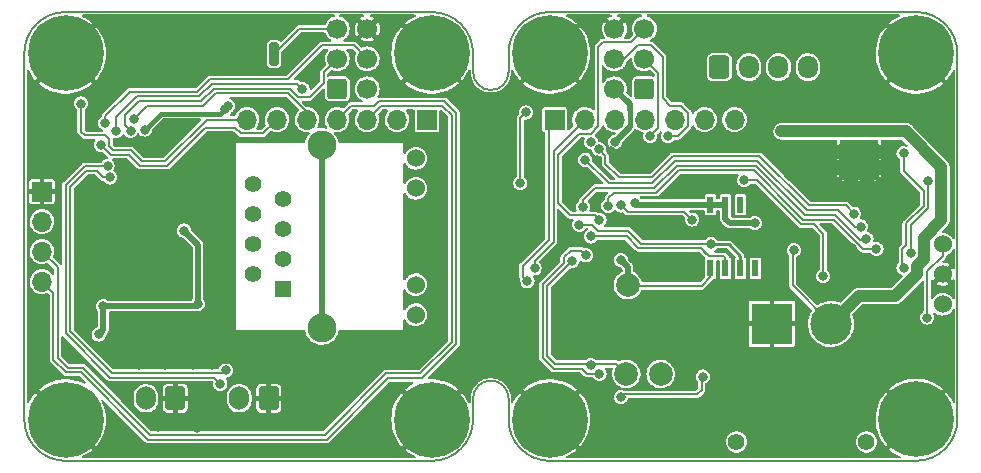
<source format=gbr>
%TF.GenerationSoftware,KiCad,Pcbnew,(6.0.1-0)*%
%TF.CreationDate,2022-02-22T17:31:54+01:00*%
%TF.ProjectId,ethersweep,65746865-7273-4776-9565-702e6b696361,2.0.1*%
%TF.SameCoordinates,Original*%
%TF.FileFunction,Copper,L2,Bot*%
%TF.FilePolarity,Positive*%
%FSLAX46Y46*%
G04 Gerber Fmt 4.6, Leading zero omitted, Abs format (unit mm)*
G04 Created by KiCad (PCBNEW (6.0.1-0)) date 2022-02-22 17:31:54*
%MOMM*%
%LPD*%
G01*
G04 APERTURE LIST*
G04 Aperture macros list*
%AMRoundRect*
0 Rectangle with rounded corners*
0 $1 Rounding radius*
0 $2 $3 $4 $5 $6 $7 $8 $9 X,Y pos of 4 corners*
0 Add a 4 corners polygon primitive as box body*
4,1,4,$2,$3,$4,$5,$6,$7,$8,$9,$2,$3,0*
0 Add four circle primitives for the rounded corners*
1,1,$1+$1,$2,$3*
1,1,$1+$1,$4,$5*
1,1,$1+$1,$6,$7*
1,1,$1+$1,$8,$9*
0 Add four rect primitives between the rounded corners*
20,1,$1+$1,$2,$3,$4,$5,0*
20,1,$1+$1,$4,$5,$6,$7,0*
20,1,$1+$1,$6,$7,$8,$9,0*
20,1,$1+$1,$8,$9,$2,$3,0*%
G04 Aperture macros list end*
%TA.AperFunction,Profile*%
%ADD10C,0.150000*%
%TD*%
%TA.AperFunction,ComponentPad*%
%ADD11R,1.398000X1.398000*%
%TD*%
%TA.AperFunction,ComponentPad*%
%ADD12C,1.398000*%
%TD*%
%TA.AperFunction,ComponentPad*%
%ADD13C,1.530000*%
%TD*%
%TA.AperFunction,ComponentPad*%
%ADD14C,2.445000*%
%TD*%
%TA.AperFunction,ComponentPad*%
%ADD15C,0.800000*%
%TD*%
%TA.AperFunction,ComponentPad*%
%ADD16C,6.400000*%
%TD*%
%TA.AperFunction,ComponentPad*%
%ADD17RoundRect,0.250000X0.600000X0.750000X-0.600000X0.750000X-0.600000X-0.750000X0.600000X-0.750000X0*%
%TD*%
%TA.AperFunction,ComponentPad*%
%ADD18O,1.700000X2.000000*%
%TD*%
%TA.AperFunction,ComponentPad*%
%ADD19RoundRect,0.250000X0.600000X0.600000X-0.600000X0.600000X-0.600000X-0.600000X0.600000X-0.600000X0*%
%TD*%
%TA.AperFunction,ComponentPad*%
%ADD20C,1.700000*%
%TD*%
%TA.AperFunction,ComponentPad*%
%ADD21R,1.700000X1.700000*%
%TD*%
%TA.AperFunction,ComponentPad*%
%ADD22O,1.700000X1.700000*%
%TD*%
%TA.AperFunction,SMDPad,CuDef*%
%ADD23R,3.250000X3.250000*%
%TD*%
%TA.AperFunction,ComponentPad*%
%ADD24C,0.500000*%
%TD*%
%TA.AperFunction,ComponentPad*%
%ADD25C,1.524000*%
%TD*%
%TA.AperFunction,ComponentPad*%
%ADD26RoundRect,0.250000X-0.600000X-0.725000X0.600000X-0.725000X0.600000X0.725000X-0.600000X0.725000X0*%
%TD*%
%TA.AperFunction,ComponentPad*%
%ADD27O,1.700000X1.950000*%
%TD*%
%TA.AperFunction,ComponentPad*%
%ADD28C,1.400000*%
%TD*%
%TA.AperFunction,ComponentPad*%
%ADD29R,3.500000X3.500000*%
%TD*%
%TA.AperFunction,ComponentPad*%
%ADD30C,3.500000*%
%TD*%
%TA.AperFunction,ComponentPad*%
%ADD31RoundRect,0.250000X-0.600000X-0.600000X0.600000X-0.600000X0.600000X0.600000X-0.600000X0.600000X0*%
%TD*%
%TA.AperFunction,SMDPad,CuDef*%
%ADD32RoundRect,0.200000X0.200000X0.800000X-0.200000X0.800000X-0.200000X-0.800000X0.200000X-0.800000X0*%
%TD*%
%TA.AperFunction,SMDPad,CuDef*%
%ADD33R,0.600000X1.400000*%
%TD*%
%TA.AperFunction,SMDPad,CuDef*%
%ADD34C,2.000000*%
%TD*%
%TA.AperFunction,ViaPad*%
%ADD35C,0.800000*%
%TD*%
%TA.AperFunction,Conductor*%
%ADD36C,0.250000*%
%TD*%
%TA.AperFunction,Conductor*%
%ADD37C,0.200000*%
%TD*%
%TA.AperFunction,Conductor*%
%ADD38C,1.000000*%
%TD*%
%TA.AperFunction,Conductor*%
%ADD39C,0.500000*%
%TD*%
%TA.AperFunction,Conductor*%
%ADD40C,0.400000*%
%TD*%
G04 APERTURE END LIST*
D10*
X184100000Y-31800000D02*
X184100000Y-30200000D01*
X184100000Y-60700000D02*
X184100000Y-59400000D01*
X180600000Y-26700000D02*
X149600000Y-26700000D01*
X149600000Y-26700000D02*
G75*
G03*
X146100000Y-30200000I-1J-3499999D01*
G01*
X184100000Y-30200000D02*
G75*
G03*
X180600000Y-26700000I-3499999J1D01*
G01*
X180600000Y-64700000D02*
G75*
G03*
X184100000Y-61200000I1J3499999D01*
G01*
X146100000Y-30200000D02*
X146100000Y-61200000D01*
X149600000Y-64700000D02*
X180600000Y-64700000D01*
X146100000Y-61200000D02*
G75*
G03*
X149600000Y-64700000I3499999J-1D01*
G01*
X184100000Y-61200000D02*
X184100000Y-60700000D01*
X225100000Y-61200000D02*
X225100000Y-30200000D01*
X190600000Y-64700000D02*
X221600000Y-64700000D01*
X187100000Y-61200000D02*
G75*
G03*
X190600000Y-64700000I3499999J-1D01*
G01*
X221600000Y-64700000D02*
G75*
G03*
X225100000Y-61200000I1J3499999D01*
G01*
X190600000Y-26700000D02*
G75*
G03*
X187100000Y-30200000I-1J-3499999D01*
G01*
X190600000Y-26700000D02*
X221600000Y-26700000D01*
X187100000Y-30200000D02*
X187100000Y-30700000D01*
X187100000Y-61200000D02*
X187100000Y-59400000D01*
X187100000Y-31800000D02*
X187100000Y-30700000D01*
X225100000Y-30200000D02*
G75*
G03*
X221600000Y-26700000I-3499999J1D01*
G01*
X184099404Y-31800002D02*
G75*
G03*
X187100000Y-31800000I1500298J-298D01*
G01*
X187100596Y-59399998D02*
G75*
G03*
X184100000Y-59400000I-1500298J298D01*
G01*
D11*
X168000000Y-50150000D03*
D12*
X165460000Y-48880000D03*
X168000000Y-47610000D03*
X165460000Y-46340000D03*
X168000000Y-45070000D03*
X165460000Y-43800000D03*
X168000000Y-42530000D03*
X165460000Y-41260000D03*
D13*
X179250000Y-52325000D03*
X179250000Y-49785000D03*
X179250000Y-41615000D03*
X179250000Y-39075000D03*
D14*
X171300000Y-53445000D03*
X171300000Y-37955000D03*
D15*
X182297056Y-31897056D03*
X180600000Y-32600000D03*
X180600000Y-27800000D03*
X178902944Y-28502944D03*
D16*
X180600000Y-30200000D03*
D15*
X178902944Y-31897056D03*
X183000000Y-30200000D03*
X178200000Y-30200000D03*
X182297056Y-28502944D03*
X149600000Y-32600000D03*
X149600000Y-27800000D03*
X147902944Y-28502944D03*
D16*
X149600000Y-30200000D03*
D15*
X151297056Y-31897056D03*
X151297056Y-28502944D03*
X147902944Y-31897056D03*
X152000000Y-30200000D03*
X147200000Y-30200000D03*
X147902944Y-59502944D03*
X151297056Y-62897056D03*
X147200000Y-61200000D03*
X149600000Y-58800000D03*
X151297056Y-59502944D03*
X152000000Y-61200000D03*
X149600000Y-63600000D03*
D16*
X149600000Y-61200000D03*
D15*
X147902944Y-62897056D03*
X182297056Y-59502944D03*
X180600000Y-58800000D03*
X180600000Y-63600000D03*
X178902944Y-62897056D03*
X183000000Y-61200000D03*
D16*
X180600000Y-61200000D03*
D15*
X182297056Y-62897056D03*
X178200000Y-61200000D03*
X178902944Y-59502944D03*
D17*
X158900000Y-59400000D03*
D18*
X156400000Y-59400000D03*
D17*
X166800000Y-59400000D03*
D18*
X164300000Y-59400000D03*
D15*
X193000000Y-30200000D03*
D16*
X190600000Y-30200000D03*
D15*
X192297056Y-31897056D03*
X190600000Y-32600000D03*
X188200000Y-30200000D03*
X190600000Y-27800000D03*
X192297056Y-28502944D03*
X188902944Y-28502944D03*
X188902944Y-31897056D03*
X223297056Y-31897056D03*
D16*
X221600000Y-30200000D03*
D15*
X221600000Y-32600000D03*
X219200000Y-30200000D03*
X224000000Y-30200000D03*
X219902944Y-28502944D03*
X221600000Y-27800000D03*
X219902944Y-31897056D03*
X223297056Y-28502944D03*
X188902944Y-62897056D03*
X192297056Y-59502944D03*
D16*
X190600000Y-61200000D03*
D15*
X188902944Y-59502944D03*
X193000000Y-61200000D03*
X190600000Y-63600000D03*
X192297056Y-62897056D03*
X190600000Y-58800000D03*
X188200000Y-61200000D03*
D19*
X198600000Y-33200000D03*
D20*
X196060000Y-33200000D03*
X198600000Y-30660000D03*
X196060000Y-30660000D03*
X198600000Y-28120000D03*
X196060000Y-28120000D03*
D15*
X219200000Y-61175001D03*
X224000000Y-61175001D03*
X219902944Y-59477945D03*
X219902944Y-62872057D03*
D16*
X221600000Y-61175001D03*
D15*
X223297056Y-62872057D03*
X223297056Y-59477945D03*
X221600000Y-58775001D03*
X221600000Y-63575001D03*
D21*
X191000000Y-35800000D03*
D22*
X193540000Y-35800000D03*
X196080000Y-35800000D03*
X198620000Y-35800000D03*
X201160000Y-35800000D03*
X203700000Y-35800000D03*
X206240000Y-35800000D03*
D23*
X216770000Y-39170000D03*
D24*
X218145000Y-37795000D03*
X216770000Y-39170000D03*
X215395000Y-37795000D03*
X215395000Y-40545000D03*
X218145000Y-39170000D03*
X216770000Y-37795000D03*
X215395000Y-39170000D03*
X216770000Y-40545000D03*
X218145000Y-40545000D03*
D25*
X223860000Y-51430000D03*
X223860000Y-48890000D03*
X223860000Y-46350000D03*
D26*
X204950000Y-31370000D03*
D27*
X207450000Y-31370000D03*
X209950000Y-31370000D03*
X212450000Y-31370000D03*
D28*
X217400000Y-63100000D03*
X206400000Y-63100000D03*
D29*
X209400000Y-53100000D03*
D30*
X214400000Y-53100000D03*
D31*
X172600000Y-33200000D03*
D20*
X175140000Y-33200000D03*
X172600000Y-30660000D03*
X175140000Y-30660000D03*
X172600000Y-28120000D03*
X175140000Y-28120000D03*
D21*
X147600000Y-41900000D03*
D22*
X147600000Y-44440000D03*
X147600000Y-46980000D03*
X147600000Y-49520000D03*
D21*
X180200000Y-35800000D03*
D22*
X177660000Y-35800000D03*
X175120000Y-35800000D03*
X172580000Y-35800000D03*
X170040000Y-35800000D03*
X167500000Y-35800000D03*
X164960000Y-35800000D03*
D32*
X167250000Y-30250000D03*
X163050000Y-30250000D03*
D33*
X204195000Y-43000000D03*
X205465000Y-43000000D03*
X206735000Y-43000000D03*
X208005000Y-43000000D03*
X208005000Y-48400000D03*
X206735000Y-48400000D03*
X205465000Y-48400000D03*
X204195000Y-48400000D03*
D34*
X199974999Y-57345001D03*
X197074999Y-57345001D03*
X197203000Y-49817000D03*
X193153000Y-49817000D03*
D35*
X153700000Y-28400000D03*
X158000000Y-47750000D03*
X188000000Y-33900000D03*
X193800000Y-32900000D03*
X195600000Y-46500000D03*
X196200000Y-44300000D03*
X197150000Y-31900000D03*
X195250000Y-54320000D03*
X194700000Y-47100000D03*
X195800000Y-38500000D03*
X194800000Y-42400000D03*
X195200000Y-52900000D03*
X199000000Y-51400000D03*
X189100000Y-40900000D03*
X194600000Y-28700000D03*
X194100000Y-27450000D03*
X198850000Y-39950000D03*
X194600000Y-39200000D03*
X210650000Y-34170000D03*
X157150000Y-31850000D03*
X147050000Y-33850000D03*
X211250000Y-45770000D03*
X201150000Y-28070000D03*
X160700000Y-61900000D03*
X160550000Y-59300000D03*
X159200000Y-55400000D03*
X224150000Y-35670000D03*
X157300000Y-38250000D03*
X209350000Y-50070000D03*
X201050000Y-48870000D03*
X206550000Y-37970000D03*
X209050000Y-59670000D03*
X198450000Y-63370000D03*
X153400000Y-44100000D03*
X211950000Y-52070000D03*
X218050000Y-57970000D03*
X205050000Y-38070000D03*
X166350000Y-34570000D03*
X163600000Y-27800000D03*
X183000000Y-56000000D03*
X191450000Y-55770000D03*
X210250000Y-37970000D03*
X208350000Y-56370000D03*
X211150000Y-27970000D03*
X151100000Y-43550000D03*
X168800000Y-37000000D03*
X178750000Y-37400000D03*
X193150000Y-57970000D03*
X178150000Y-33450000D03*
X204850000Y-34270000D03*
X211350000Y-33370000D03*
X170750000Y-31100000D03*
X214550000Y-46170000D03*
X220050000Y-43870000D03*
X187950000Y-52470000D03*
X179850000Y-44220000D03*
X154200000Y-37670000D03*
X201750000Y-56870000D03*
X189650000Y-56970000D03*
X221750000Y-50370000D03*
X160550000Y-40000000D03*
X162400000Y-59600000D03*
X153600000Y-56200000D03*
X211350000Y-37970000D03*
X212350000Y-49270000D03*
X173450000Y-63400000D03*
X214950000Y-50170000D03*
X219250000Y-45170000D03*
X171150000Y-34450000D03*
X202750000Y-32770000D03*
X183450000Y-53720000D03*
X208350000Y-46670000D03*
X182000000Y-57100000D03*
X179900000Y-48020000D03*
X159200000Y-53400000D03*
X202150000Y-60370000D03*
X213850000Y-59570000D03*
X210550000Y-50470000D03*
X162000000Y-56600000D03*
X156800000Y-53400000D03*
X164400000Y-56600000D03*
X216250000Y-49370000D03*
X173850000Y-37020000D03*
X202150000Y-61170000D03*
X176300000Y-63450000D03*
X201350000Y-30470000D03*
X161400000Y-53400000D03*
X160400000Y-31500000D03*
X201450000Y-45570000D03*
X224250000Y-58070000D03*
X163200000Y-53400000D03*
X205750000Y-61570000D03*
X147450000Y-54250000D03*
X183500000Y-48270000D03*
X204150000Y-63870000D03*
X152800000Y-32600000D03*
X223050000Y-34470000D03*
X162500000Y-37700000D03*
X217850000Y-27870000D03*
X163500000Y-63700000D03*
X165800000Y-31400000D03*
X216750000Y-33970000D03*
X159300000Y-50600000D03*
X170250000Y-27300000D03*
X213850000Y-32870000D03*
X212850000Y-42270000D03*
X155000000Y-55400000D03*
X210250000Y-49070000D03*
X183000000Y-33850000D03*
X223550000Y-53270000D03*
X203150000Y-31270000D03*
X165800000Y-54600000D03*
X155200000Y-52400000D03*
X166000000Y-56300000D03*
X161600000Y-58400000D03*
X163200000Y-47800000D03*
X176500000Y-29400000D03*
X163200000Y-55400000D03*
X183450000Y-43820000D03*
X153000000Y-63950000D03*
X150050000Y-55700000D03*
X207950000Y-37370000D03*
X220350000Y-41870000D03*
X168400000Y-27400000D03*
X162750000Y-42600000D03*
X208750000Y-27870000D03*
X203450000Y-62470000D03*
X152800000Y-27400000D03*
X217350000Y-51870000D03*
X169150000Y-59550000D03*
X206450000Y-56470000D03*
X197850000Y-47670000D03*
X213250000Y-50170000D03*
X199850000Y-49170000D03*
X211950000Y-55770000D03*
X206750000Y-28070000D03*
X160400000Y-52400000D03*
X170650000Y-29150000D03*
X174750000Y-57300000D03*
X157400000Y-61800000D03*
X216150000Y-32570000D03*
X212250000Y-46770000D03*
X207850000Y-33870000D03*
X163200000Y-51200000D03*
X147000000Y-35600000D03*
X147400000Y-52500000D03*
X158000000Y-52400000D03*
X177150000Y-27500000D03*
X216150000Y-46670000D03*
X176050000Y-37170000D03*
X163250000Y-37200000D03*
X201850000Y-58270000D03*
X187750000Y-46570000D03*
X154650000Y-40850000D03*
X163300000Y-49800000D03*
X167050000Y-61770000D03*
X148850000Y-34900000D03*
X204750000Y-49770000D03*
X169650000Y-63750000D03*
X207450000Y-50270000D03*
X160400000Y-56600000D03*
X193650000Y-55370000D03*
X180050000Y-37750000D03*
X219250000Y-42770000D03*
X209950000Y-62270000D03*
X171550000Y-57150000D03*
X212350000Y-38570000D03*
X153600000Y-54000000D03*
X158000000Y-56600000D03*
X168350000Y-34570000D03*
X219750000Y-57370000D03*
X158000000Y-63750000D03*
X208850000Y-43070000D03*
X213950000Y-41970000D03*
X188950000Y-45570000D03*
X206250000Y-41670000D03*
X162450000Y-38800000D03*
X163500000Y-39900000D03*
X219850000Y-53570000D03*
X162000000Y-51800000D03*
X173150000Y-56070000D03*
X152600000Y-55200000D03*
X218350000Y-49370000D03*
X214750000Y-62970000D03*
X171000000Y-59450000D03*
X158800000Y-32200000D03*
X207950000Y-38170000D03*
X217250000Y-29470000D03*
X163200000Y-52400000D03*
X214750000Y-27970000D03*
X174550000Y-61970000D03*
X200250000Y-50770000D03*
X160600000Y-29800000D03*
X159600000Y-44050000D03*
X201350000Y-31970000D03*
X157600000Y-45400000D03*
X155800000Y-56600000D03*
X187950000Y-53670000D03*
X147600000Y-40400000D03*
X156800000Y-55400000D03*
X174900000Y-54470000D03*
X164800000Y-55400000D03*
X161400000Y-55400000D03*
X204150000Y-28470000D03*
X219150000Y-41570000D03*
X157600000Y-40900000D03*
X180550000Y-40320000D03*
X214150000Y-56470000D03*
X156200000Y-27400000D03*
X160200000Y-27800000D03*
X168700000Y-56200000D03*
X166550000Y-63750000D03*
X179900000Y-46270000D03*
X154050000Y-61750000D03*
X155050000Y-63450000D03*
X202950000Y-37670000D03*
X147550000Y-57100000D03*
X162450000Y-41050000D03*
X216250000Y-55670000D03*
X162000000Y-29400000D03*
X206037332Y-50870000D03*
X158600000Y-43200000D03*
X179100000Y-54050000D03*
X183450000Y-38570000D03*
X176900000Y-32350000D03*
X191150000Y-51270000D03*
X175900000Y-61000000D03*
X154500000Y-58700000D03*
X194100000Y-45700000D03*
X193100000Y-44700000D03*
X194100000Y-37700000D03*
X193100000Y-44700000D03*
X204250000Y-46370000D03*
X213750000Y-49070000D03*
X207050000Y-40933998D03*
X194736002Y-38300000D03*
X216350000Y-43770000D03*
X193600000Y-39200000D03*
X216950000Y-44870000D03*
X193400000Y-43200000D03*
X217400000Y-45920000D03*
X221150000Y-47070000D03*
X222649999Y-40970000D03*
X218812500Y-36807500D03*
X210212500Y-36807500D03*
X214687500Y-36807500D03*
X220712500Y-36807500D03*
X211250000Y-46867166D03*
X210712500Y-36807500D03*
X220550000Y-48370000D03*
X220550000Y-38670000D03*
X197800001Y-42899999D03*
X188600000Y-35200000D03*
X188100000Y-41200000D03*
X196100000Y-37700000D03*
X196600000Y-47700000D03*
X156300000Y-36650000D03*
X163350000Y-34650000D03*
X207950000Y-44570000D03*
X163100000Y-34900000D03*
X222550000Y-52570000D03*
X169650000Y-33200000D03*
X153900000Y-36750000D03*
X199100000Y-37200000D03*
X155100000Y-36750000D03*
X194800000Y-44300000D03*
X200600000Y-37200000D03*
X152950000Y-36100000D03*
X188700000Y-49500000D03*
X189300000Y-48400000D03*
X155350000Y-35750000D03*
X152600000Y-37950000D03*
X202650000Y-44270000D03*
X196650000Y-43070000D03*
X153350000Y-40700000D03*
X163150000Y-57050000D03*
X162700000Y-58200000D03*
X153150000Y-39750000D03*
X195550000Y-43100000D03*
X218250000Y-46770000D03*
X150900000Y-34450000D03*
X160800000Y-51400000D03*
X152400000Y-54000000D03*
X152800000Y-51600000D03*
X159600000Y-45200000D03*
X196600000Y-59320000D03*
X203550000Y-57570000D03*
X192500000Y-47800000D03*
X194050000Y-56570000D03*
X193650000Y-47300000D03*
X194800000Y-57320000D03*
X199850000Y-56970000D03*
D36*
X179024999Y-31775001D02*
X180600000Y-30200000D01*
D37*
X194100000Y-45700000D02*
X194100000Y-45700000D01*
X148950000Y-55984302D02*
X149765698Y-56800000D01*
X182279991Y-54654312D02*
X182279991Y-35429991D01*
X176734312Y-57299989D02*
X179634314Y-57299989D01*
X198100000Y-46700000D02*
X203380000Y-46700000D01*
X203850000Y-47170000D02*
X203380000Y-46700000D01*
X194100000Y-45700000D02*
X197100000Y-45700000D01*
X204050000Y-47370000D02*
X205335000Y-47370000D01*
X205465000Y-48400000D02*
X205465000Y-48000000D01*
X156765698Y-62500000D02*
X171534302Y-62500000D01*
X203380000Y-46700000D02*
X204050000Y-47370000D01*
X147600000Y-46980000D02*
X148950000Y-48330000D01*
X149765698Y-56800000D02*
X151065698Y-56800000D01*
X148950000Y-48330000D02*
X148950000Y-55984302D01*
X179634314Y-57299989D02*
X182279991Y-54654312D01*
X197100000Y-45700000D02*
X198100000Y-46700000D01*
X181499999Y-34649999D02*
X176270001Y-34649999D01*
X205335000Y-47370000D02*
X205465000Y-47500000D01*
X171534302Y-62500000D02*
X176734312Y-57299989D01*
X205465000Y-47500000D02*
X205465000Y-48400000D01*
X182279991Y-35429991D02*
X181499999Y-34649999D01*
X176270001Y-34649999D02*
X175120000Y-35800000D01*
X151065698Y-56800000D02*
X156765698Y-62500000D01*
X193100000Y-44700000D02*
X193100000Y-44700000D01*
X193100000Y-44700000D02*
X193800001Y-44700000D01*
X193100000Y-44700000D02*
X193100000Y-44700000D01*
X197180000Y-45200000D02*
X198279990Y-46299990D01*
X193100000Y-44700000D02*
X194136002Y-44700000D01*
X176900001Y-57699999D02*
X179800002Y-57699999D01*
X157900000Y-62900000D02*
X171700000Y-62900000D01*
X149607849Y-57207849D02*
X150907849Y-57207849D01*
X150907849Y-57207849D02*
X156600008Y-62900008D01*
X157899992Y-62900008D02*
X157900000Y-62900000D01*
D36*
X206735000Y-48400000D02*
X206735000Y-47355000D01*
D37*
X204179990Y-46299990D02*
X204250000Y-46370000D01*
X182680001Y-54820000D02*
X179800002Y-57699999D01*
X194636002Y-45200000D02*
X197180000Y-45200000D01*
X194136002Y-44700000D02*
X194636002Y-45200000D01*
X147600000Y-49520000D02*
X148549990Y-50469990D01*
X173730001Y-34649999D02*
X172580000Y-35800000D01*
X148549990Y-50469990D02*
X148549990Y-56149990D01*
D36*
X205750000Y-46370000D02*
X204250000Y-46370000D01*
X206735000Y-47355000D02*
X205750000Y-46370000D01*
D37*
X181665688Y-34249989D02*
X176104312Y-34249989D01*
X198279990Y-46299990D02*
X204179990Y-46299990D01*
X176104312Y-34249989D02*
X175704303Y-34649999D01*
X204079990Y-46299990D02*
X204250000Y-46470000D01*
X148549990Y-56149990D02*
X149607849Y-57207849D01*
X175704303Y-34649999D02*
X173730001Y-34649999D01*
X171700000Y-62900000D02*
X176900001Y-57699999D01*
X182680001Y-54820000D02*
X182680001Y-35264302D01*
X182680001Y-35264302D02*
X181665688Y-34249989D01*
X156600008Y-62900008D02*
X157899992Y-62900008D01*
X213750000Y-49070000D02*
X213750000Y-49070000D01*
X213750000Y-45470000D02*
X213750000Y-49070000D01*
X207050000Y-40933998D02*
X208115203Y-40933998D01*
X212950030Y-44670030D02*
X213750000Y-45470000D01*
X211851231Y-44670030D02*
X212950030Y-44670030D01*
X208115203Y-40933998D02*
X211851231Y-44670030D01*
X195300001Y-38863999D02*
X194736002Y-38300000D01*
X194736002Y-38300000D02*
X194736002Y-38300000D01*
X195300001Y-39536001D02*
X195300001Y-38863999D01*
X197850000Y-40700000D02*
X197350000Y-40700000D01*
X198234323Y-40700000D02*
X197850000Y-40700000D01*
X197850000Y-40700000D02*
X196464000Y-40700000D01*
X196464000Y-40700000D02*
X195300001Y-39536001D01*
X197136002Y-40700000D02*
X197350000Y-40700000D01*
X201018622Y-38899980D02*
X199218603Y-40700000D01*
X216350000Y-43770000D02*
X215649990Y-43069990D01*
X215649990Y-43069990D02*
X212513988Y-43069990D01*
X199218603Y-40700000D02*
X197350000Y-40700000D01*
X208343978Y-38899980D02*
X201018622Y-38899980D01*
X212513988Y-43069990D02*
X208343978Y-38899980D01*
X216950000Y-44870000D02*
X216950000Y-44870000D01*
X195600000Y-41200000D02*
X199284302Y-41200000D01*
X212348298Y-43470000D02*
X215013998Y-43470000D01*
X208178289Y-39299990D02*
X212348298Y-43470000D01*
X215013998Y-43470000D02*
X216413998Y-44870000D01*
X216413998Y-44870000D02*
X216950000Y-44870000D01*
X199284302Y-41200000D02*
X201184311Y-39299990D01*
X201184311Y-39299990D02*
X208178289Y-39299990D01*
X193600000Y-39200000D02*
X195600000Y-41200000D01*
X193400000Y-43200000D02*
X193400000Y-43200000D01*
X193400000Y-43200000D02*
X193400000Y-42634315D01*
X199449991Y-41600010D02*
X201350000Y-39700000D01*
X212182609Y-43870010D02*
X214784312Y-43870010D01*
X217350000Y-45970000D02*
X217400000Y-45920000D01*
X208012601Y-39700000D02*
X211616301Y-43303699D01*
X193400000Y-42634315D02*
X194434305Y-41600010D01*
X194434305Y-41600010D02*
X199449991Y-41600010D01*
X201350000Y-39700000D02*
X208012601Y-39700000D01*
X216884302Y-45970000D02*
X217350000Y-45970000D01*
X214784312Y-43870010D02*
X216884302Y-45970000D01*
X211616301Y-43303699D02*
X212182609Y-43870010D01*
X222649999Y-40970000D02*
X222649999Y-43270001D01*
X221150000Y-45170000D02*
X221150000Y-47070000D01*
X221150000Y-44770000D02*
X221150000Y-45170000D01*
X222649999Y-43270001D02*
X221150000Y-44770000D01*
D38*
X220712500Y-36807500D02*
X220787500Y-36807500D01*
X210212500Y-36807500D02*
X210212500Y-36807500D01*
X210712500Y-36807500D02*
X210212500Y-36807500D01*
X214687500Y-36807500D02*
X210712500Y-36807500D01*
X223750000Y-44296238D02*
X223750000Y-39845000D01*
X222250001Y-45796237D02*
X223750000Y-44296238D01*
X219798002Y-50750000D02*
X221650001Y-48898001D01*
X216750000Y-50750000D02*
X219798002Y-50750000D01*
X218812500Y-36807500D02*
X220712500Y-36807500D01*
X222250001Y-47570001D02*
X222250001Y-45796237D01*
D37*
X211150000Y-49850000D02*
X211150000Y-46967166D01*
D38*
X221650001Y-48898001D02*
X221650001Y-48170001D01*
X218812500Y-36807500D02*
X214687500Y-36807500D01*
X223750000Y-39845000D02*
X220712500Y-36807500D01*
X214400000Y-53100000D02*
X216750000Y-50750000D01*
D37*
X211150000Y-46967166D02*
X211250000Y-46867166D01*
D38*
X221650001Y-48170001D02*
X222250001Y-47570001D01*
D37*
X211150000Y-49850000D02*
X214400000Y-53100000D01*
X220749990Y-46434008D02*
X220449999Y-46733999D01*
X220749990Y-44604311D02*
X220749990Y-46434008D01*
X220550000Y-38670000D02*
X220550000Y-40170011D01*
X220550000Y-40170011D02*
X222249989Y-41870000D01*
X222249989Y-43104313D02*
X220749990Y-44604311D01*
X222249989Y-41870000D02*
X222249989Y-43104313D01*
X220449999Y-48269999D02*
X220550000Y-48370000D01*
X220449999Y-46733999D02*
X220449999Y-48269999D01*
D36*
X163100000Y-34900000D02*
X163350000Y-34650000D01*
X163350000Y-34650000D02*
X163350000Y-34650000D01*
D39*
X198500000Y-43000000D02*
X197900000Y-43000000D01*
X197900002Y-43000000D02*
X197800001Y-42899999D01*
X204195000Y-43000000D02*
X198500000Y-43000000D01*
X198500000Y-43000000D02*
X197900002Y-43000000D01*
D37*
X188100000Y-35700000D02*
X188600000Y-35200000D01*
X188100000Y-41200000D02*
X188100000Y-35700000D01*
X188600000Y-35200000D02*
X188600000Y-35200000D01*
D40*
X196100000Y-37700000D02*
X196100000Y-37700000D01*
D37*
X207950000Y-44570000D02*
X207950000Y-44570000D01*
X201780000Y-49900000D02*
X197286000Y-49900000D01*
D39*
X207950000Y-44570000D02*
X205835000Y-44570000D01*
D37*
X223860000Y-46350000D02*
X223860000Y-47318238D01*
D39*
X197350001Y-36449999D02*
X197350001Y-36369999D01*
D37*
X204195000Y-49161002D02*
X203456002Y-49900000D01*
X196780000Y-47700000D02*
X196600000Y-47700000D01*
D39*
X204720000Y-43000000D02*
X204195000Y-43000000D01*
X205465000Y-44200000D02*
X205465000Y-43000000D01*
X205835000Y-44570000D02*
X205465000Y-44200000D01*
X197203000Y-48303000D02*
X196600000Y-47700000D01*
D37*
X201780000Y-49900000D02*
X198980000Y-49900000D01*
D39*
X197203000Y-49817000D02*
X197203000Y-48303000D01*
D40*
X157650001Y-35299999D02*
X156300000Y-36650000D01*
X197350001Y-34969999D02*
X197350001Y-36369999D01*
D36*
X162924991Y-35075009D02*
X163100000Y-34900000D01*
D37*
X202380000Y-49900000D02*
X201780000Y-49900000D01*
D40*
X162700001Y-35299999D02*
X157650001Y-35299999D01*
D37*
X203456002Y-49900000D02*
X202380000Y-49900000D01*
D39*
X196100000Y-37700000D02*
X197350001Y-36449999D01*
D37*
X222550000Y-48628238D02*
X222550000Y-52570000D01*
D39*
X197350001Y-34490001D02*
X197350001Y-34969999D01*
D37*
X197286000Y-49900000D02*
X197203000Y-49817000D01*
X204195000Y-48400000D02*
X204195000Y-49161002D01*
X223860000Y-47318238D02*
X222550000Y-48628238D01*
D40*
X163100000Y-34900000D02*
X162700001Y-35299999D01*
D39*
X196060000Y-33200000D02*
X197350001Y-34490001D01*
X205465000Y-43000000D02*
X204720000Y-43000000D01*
D37*
X159999979Y-33849979D02*
X160915720Y-33849979D01*
X155648320Y-33849979D02*
X159999979Y-33849979D01*
X161986690Y-32779009D02*
X169229009Y-32779009D01*
X169229009Y-32779009D02*
X169650000Y-33200000D01*
X153900000Y-35598299D02*
X155648320Y-33849979D01*
X153900000Y-36750000D02*
X153900000Y-35598299D01*
X160915720Y-33849979D02*
X161986690Y-32779009D01*
X198600000Y-30660000D02*
X199770001Y-31830001D01*
X199770001Y-31830001D02*
X199770001Y-36529999D01*
X199770001Y-36529999D02*
X199100000Y-37200000D01*
X198603533Y-30660000D02*
X198600000Y-30660000D01*
X199100000Y-37200000D02*
X199100000Y-37200000D01*
X154649999Y-36299999D02*
X154649999Y-35413999D01*
X171449990Y-31810010D02*
X172600000Y-30660000D01*
X170249999Y-33900001D02*
X171449990Y-32700010D01*
X168593017Y-33179019D02*
X169313999Y-33900001D01*
X161081409Y-34249989D02*
X162152379Y-33179019D01*
X162152379Y-33179019D02*
X168593017Y-33179019D01*
X155814009Y-34249989D02*
X161081409Y-34249989D01*
X154649999Y-35413999D02*
X155814009Y-34249989D01*
X169313999Y-33900001D02*
X170249999Y-33900001D01*
X155100000Y-36750000D02*
X154649999Y-36299999D01*
X171449990Y-32700010D02*
X171449990Y-31810010D01*
X169680000Y-28120000D02*
X169380000Y-28120000D01*
X194400001Y-43900001D02*
X192330001Y-43900001D01*
X192330001Y-43900001D02*
X191310011Y-42880011D01*
X197449999Y-29270001D02*
X198600000Y-28120000D01*
X194800000Y-44300000D02*
X194400001Y-43900001D01*
X193100001Y-36999999D02*
X194042003Y-36999999D01*
X194690001Y-29646001D02*
X195066001Y-29270001D01*
X172600000Y-28120000D02*
X169680000Y-28120000D01*
X195066001Y-29270001D02*
X197449999Y-29270001D01*
X194690001Y-36352001D02*
X194690001Y-29646001D01*
X191310011Y-38789989D02*
X193100001Y-36999999D01*
X169380000Y-28120000D02*
X167250000Y-30250000D01*
X194042003Y-36999999D02*
X194690001Y-36352001D01*
X191310011Y-42880011D02*
X191310011Y-38789989D01*
X200170011Y-34020011D02*
X200799999Y-34649999D01*
X200799999Y-34649999D02*
X201712001Y-34649999D01*
X201712001Y-34649999D02*
X202310001Y-35247999D01*
X202310001Y-35247999D02*
X202310001Y-36352001D01*
X202310001Y-36352001D02*
X201462002Y-37200000D01*
X201462002Y-37200000D02*
X200600000Y-37200000D01*
X200170011Y-30528009D02*
X200170011Y-34020011D01*
X196060000Y-30660000D02*
X196897998Y-30660000D01*
X196897998Y-30660000D02*
X198047999Y-29509999D01*
X198047999Y-29509999D02*
X199152001Y-29509999D01*
X199152001Y-29509999D02*
X200170011Y-30528009D01*
X173989999Y-29509999D02*
X171326003Y-29509999D01*
X161821001Y-32378999D02*
X160750031Y-33449969D01*
X171326003Y-29509999D02*
X168457003Y-32378999D01*
X175140000Y-30660000D02*
X173989999Y-29509999D01*
X155034346Y-33449969D02*
X152950000Y-35534315D01*
X160750031Y-33449969D02*
X155034346Y-33449969D01*
X168457003Y-32378999D02*
X161821001Y-32378999D01*
X152950000Y-35534315D02*
X152950000Y-36100000D01*
X190509991Y-38809991D02*
X190509991Y-44809991D01*
X188300001Y-48199986D02*
X190509991Y-45989996D01*
X190509991Y-44809991D02*
X190509991Y-45590009D01*
X190509991Y-45989996D02*
X190509991Y-44809991D01*
X188300001Y-49100001D02*
X188300001Y-48199986D01*
X188300001Y-49100001D02*
X188700000Y-49500000D01*
X190509991Y-37844312D02*
X190509991Y-38809991D01*
X190509991Y-36290009D02*
X191000000Y-35800000D01*
X190509991Y-38809991D02*
X190509991Y-36290009D01*
X190980000Y-35720000D02*
X191000000Y-35700000D01*
X190910001Y-44189999D02*
X190910001Y-38429999D01*
X190910001Y-38429999D02*
X193540000Y-35800000D01*
X189300000Y-48400000D02*
X189300000Y-47765685D01*
X189300000Y-47765685D02*
X190910001Y-46155684D01*
X190910001Y-44189999D02*
X190910001Y-44389999D01*
X190910001Y-46155684D02*
X190910001Y-44189999D01*
X168427329Y-33579029D02*
X170040000Y-35191700D01*
X170040000Y-35191700D02*
X170040000Y-35800000D01*
X161247098Y-34649999D02*
X162318068Y-33579029D01*
X156450001Y-34649999D02*
X161247098Y-34649999D01*
X162318068Y-33579029D02*
X168427329Y-33579029D01*
X155350000Y-35750000D02*
X156450001Y-34649999D01*
X164407999Y-36950001D02*
X163957997Y-36499999D01*
X155900000Y-39720000D02*
X154980011Y-38800011D01*
X153450011Y-38800011D02*
X154980011Y-38800011D01*
X163957997Y-36499999D02*
X161420001Y-36499999D01*
X161420001Y-36499999D02*
X158200000Y-39720000D01*
X152600000Y-37950000D02*
X153450011Y-38800011D01*
X166349999Y-36950001D02*
X167500000Y-35800000D01*
X164407999Y-36950001D02*
X166349999Y-36950001D01*
X158200000Y-39720000D02*
X155900000Y-39720000D01*
X202650000Y-44270000D02*
X202650000Y-44270000D01*
X197180000Y-43600000D02*
X201980000Y-43600000D01*
X196650000Y-43070000D02*
X197180000Y-43600000D01*
X201980000Y-43600000D02*
X202650000Y-44270000D01*
X153515688Y-57249990D02*
X162950010Y-57249990D01*
X152784315Y-40700000D02*
X152234325Y-40150010D01*
X150000010Y-41515688D02*
X150000010Y-53734312D01*
X150000010Y-53734312D02*
X153515688Y-57249990D01*
X152234325Y-40150010D02*
X151365688Y-40150010D01*
X151365688Y-40150010D02*
X150000010Y-41515688D01*
X162950010Y-57249990D02*
X163150000Y-57050000D01*
X153350000Y-40700000D02*
X152784315Y-40700000D01*
X149600000Y-41350000D02*
X151200000Y-39750000D01*
X162150000Y-57650000D02*
X153350000Y-57650000D01*
X151200000Y-39750000D02*
X153150000Y-39750000D01*
X153350000Y-57650000D02*
X149600000Y-53900000D01*
X162700000Y-58200000D02*
X162150000Y-57650000D01*
X149600000Y-53900000D02*
X149600000Y-41350000D01*
D39*
X171300000Y-53445000D02*
X171300000Y-37955000D01*
D37*
X195550000Y-43100000D02*
X195550000Y-43100000D01*
X195650000Y-43200000D02*
X195550000Y-43100000D01*
X196000000Y-42000020D02*
X199615679Y-42000019D01*
X212016920Y-44270020D02*
X214618624Y-44270020D01*
X214618624Y-44270020D02*
X217118604Y-46770000D01*
X207846903Y-40100000D02*
X211383450Y-43636550D01*
X195550000Y-43100000D02*
X195550000Y-42450020D01*
X195550000Y-42450020D02*
X196000000Y-42000020D01*
X217118604Y-46770000D02*
X218250000Y-46770000D01*
X199615679Y-42000019D02*
X201515698Y-40100000D01*
X211383450Y-43636550D02*
X211383453Y-43636550D01*
X211383453Y-43636550D02*
X212016920Y-44270020D01*
X201515698Y-40100000D02*
X207846903Y-40100000D01*
X150900000Y-34450000D02*
X150900000Y-36820000D01*
X150900000Y-36820000D02*
X151233001Y-37153001D01*
X151233001Y-37153001D02*
X152966999Y-37153001D01*
X153300001Y-38084303D02*
X153615699Y-38400001D01*
X152966999Y-37153001D02*
X153300001Y-37486003D01*
X153300001Y-37486003D02*
X153300001Y-38084303D01*
X156065689Y-39319990D02*
X158034312Y-39319990D01*
X153615699Y-38400001D02*
X155145700Y-38400001D01*
X158034312Y-39319990D02*
X161554302Y-35800000D01*
X161554302Y-35800000D02*
X164960000Y-35800000D01*
X155145700Y-38400001D02*
X156065689Y-39319990D01*
X152400000Y-54000000D02*
X152400000Y-54000000D01*
D39*
X160800000Y-51400000D02*
X160600000Y-51600000D01*
X160800000Y-51400000D02*
X160800000Y-46400000D01*
X160600000Y-51600000D02*
X152800000Y-51600000D01*
X160800000Y-46400000D02*
X159600000Y-45200000D01*
X152800000Y-51600000D02*
X152800000Y-53600000D01*
X152800000Y-53600000D02*
X152400000Y-54000000D01*
D37*
X196600000Y-59320000D02*
X196550000Y-59370000D01*
X203450000Y-58670000D02*
X203050000Y-59070000D01*
X203050000Y-59070000D02*
X196850000Y-59070000D01*
X203450000Y-57670000D02*
X203550000Y-57570000D01*
X203450000Y-58670000D02*
X203450000Y-57670000D01*
X196850000Y-59070000D02*
X196600000Y-59320000D01*
X192500000Y-47800000D02*
X190399999Y-49900001D01*
X193419999Y-56500001D02*
X193980001Y-56500001D01*
X190399999Y-49900001D02*
X190399999Y-55824001D01*
X190399999Y-55824001D02*
X191075999Y-56500001D01*
X193419999Y-56500001D02*
X196229999Y-56500001D01*
X196229999Y-56500001D02*
X197074999Y-57345001D01*
X193980001Y-56500001D02*
X194050000Y-56570000D01*
X191075999Y-56500001D02*
X193419999Y-56500001D01*
X193449999Y-47099999D02*
X193650000Y-47300000D01*
X194800000Y-57320000D02*
X194800000Y-57320000D01*
X190910311Y-56900011D02*
X189999989Y-55989689D01*
X192363997Y-46900001D02*
X193250001Y-46900001D01*
X191800000Y-47463998D02*
X192363997Y-46900001D01*
X193300000Y-56900011D02*
X190910311Y-56900011D01*
X189999989Y-55989689D02*
X189999989Y-49734312D01*
X194800000Y-57320000D02*
X193719989Y-57320000D01*
X193250001Y-46900001D02*
X193650000Y-47300000D01*
X191800000Y-47934302D02*
X191800000Y-47463998D01*
X193719989Y-57320000D02*
X193300000Y-56900011D01*
X189999989Y-49734312D02*
X191800000Y-47934302D01*
%TA.AperFunction,Conductor*%
G36*
X172395550Y-26918907D02*
G01*
X172431514Y-26968407D01*
X172431514Y-27029593D01*
X172395550Y-27079093D01*
X172365311Y-27093972D01*
X172204572Y-27141280D01*
X172200288Y-27143519D01*
X172200287Y-27143520D01*
X172189428Y-27149197D01*
X172022002Y-27236726D01*
X172018231Y-27239758D01*
X171865220Y-27362781D01*
X171865217Y-27362783D01*
X171861447Y-27365815D01*
X171858333Y-27369526D01*
X171858332Y-27369527D01*
X171849585Y-27379952D01*
X171729024Y-27523630D01*
X171726689Y-27527878D01*
X171726688Y-27527879D01*
X171719955Y-27540126D01*
X171629776Y-27704162D01*
X171628313Y-27708774D01*
X171615098Y-27750434D01*
X171579481Y-27800184D01*
X171520732Y-27819500D01*
X169433508Y-27819500D01*
X169429383Y-27819197D01*
X169424658Y-27817575D01*
X169375239Y-27819430D01*
X169371526Y-27819500D01*
X169352052Y-27819500D01*
X169347622Y-27820325D01*
X169342429Y-27820661D01*
X169326398Y-27821263D01*
X169321925Y-27821431D01*
X169312792Y-27821774D01*
X169304398Y-27825380D01*
X169304395Y-27825381D01*
X169302217Y-27826317D01*
X169281266Y-27832683D01*
X169269947Y-27834791D01*
X169262164Y-27839588D01*
X169262165Y-27839588D01*
X169247272Y-27848768D01*
X169234404Y-27855452D01*
X169216358Y-27863205D01*
X169216357Y-27863206D01*
X169209937Y-27865964D01*
X169205051Y-27869978D01*
X169200687Y-27874342D01*
X169182632Y-27888613D01*
X169174652Y-27893532D01*
X169156982Y-27916769D01*
X169148190Y-27926839D01*
X167890713Y-29184316D01*
X167836198Y-29212092D01*
X167775766Y-29202521D01*
X167750707Y-29184315D01*
X167688342Y-29121950D01*
X167681405Y-29118415D01*
X167681403Y-29118414D01*
X167582244Y-29067890D01*
X167582243Y-29067890D01*
X167575304Y-29064354D01*
X167567610Y-29063135D01*
X167567609Y-29063135D01*
X167485365Y-29050109D01*
X167485363Y-29050109D01*
X167481519Y-29049500D01*
X167250030Y-29049500D01*
X167018482Y-29049501D01*
X167014639Y-29050110D01*
X167014634Y-29050110D01*
X166977783Y-29055947D01*
X166924696Y-29064354D01*
X166915631Y-29068973D01*
X166818597Y-29118414D01*
X166818595Y-29118415D01*
X166811658Y-29121950D01*
X166721950Y-29211658D01*
X166718415Y-29218595D01*
X166718414Y-29218597D01*
X166668360Y-29316834D01*
X166664354Y-29324696D01*
X166663135Y-29332390D01*
X166663135Y-29332391D01*
X166651274Y-29407279D01*
X166649500Y-29418481D01*
X166649501Y-31081518D01*
X166650110Y-31085361D01*
X166650110Y-31085366D01*
X166652107Y-31097976D01*
X166664354Y-31175304D01*
X166673452Y-31193159D01*
X166713694Y-31272138D01*
X166721950Y-31288342D01*
X166811658Y-31378050D01*
X166818595Y-31381585D01*
X166818597Y-31381586D01*
X166908524Y-31427406D01*
X166924696Y-31435646D01*
X166932390Y-31436865D01*
X166932391Y-31436865D01*
X167014635Y-31449891D01*
X167014637Y-31449891D01*
X167018481Y-31450500D01*
X167249970Y-31450500D01*
X167481518Y-31450499D01*
X167485361Y-31449890D01*
X167485366Y-31449890D01*
X167522217Y-31444053D01*
X167575304Y-31435646D01*
X167631823Y-31406848D01*
X167681403Y-31381586D01*
X167681405Y-31381585D01*
X167688342Y-31378050D01*
X167778050Y-31288342D01*
X167786307Y-31272138D01*
X167832110Y-31182244D01*
X167832110Y-31182243D01*
X167835646Y-31175304D01*
X167838755Y-31155678D01*
X167849891Y-31085365D01*
X167849891Y-31085363D01*
X167850500Y-31081519D01*
X167850499Y-30115480D01*
X167869406Y-30057289D01*
X167879495Y-30045476D01*
X169475475Y-28449496D01*
X169529992Y-28421719D01*
X169545479Y-28420500D01*
X171518684Y-28420500D01*
X171576875Y-28439407D01*
X171613849Y-28492213D01*
X171618544Y-28508586D01*
X171712712Y-28691818D01*
X171840677Y-28853270D01*
X171844357Y-28856402D01*
X171844359Y-28856404D01*
X171896870Y-28901094D01*
X171997564Y-28986791D01*
X172001787Y-28989151D01*
X172001791Y-28989154D01*
X172064285Y-29024080D01*
X172105857Y-29068973D01*
X172113102Y-29129728D01*
X172083252Y-29183138D01*
X172027709Y-29208803D01*
X172015987Y-29209499D01*
X171379516Y-29209499D01*
X171375387Y-29209196D01*
X171370661Y-29207573D01*
X171343440Y-29208595D01*
X171321226Y-29209429D01*
X171317512Y-29209499D01*
X171298055Y-29209499D01*
X171293625Y-29210324D01*
X171288439Y-29210660D01*
X171267928Y-29211430D01*
X171267927Y-29211430D01*
X171258795Y-29211773D01*
X171250401Y-29215379D01*
X171250398Y-29215380D01*
X171248220Y-29216316D01*
X171227269Y-29222682D01*
X171215950Y-29224790D01*
X171208167Y-29229587D01*
X171208168Y-29229587D01*
X171193275Y-29238767D01*
X171180407Y-29245451D01*
X171162356Y-29253206D01*
X171162354Y-29253207D01*
X171155940Y-29255963D01*
X171151054Y-29259976D01*
X171146688Y-29264342D01*
X171128632Y-29278614D01*
X171128435Y-29278735D01*
X171128434Y-29278736D01*
X171120655Y-29283531D01*
X171115123Y-29290806D01*
X171115122Y-29290807D01*
X171102996Y-29306754D01*
X171094196Y-29316834D01*
X169717543Y-30693488D01*
X168361528Y-32049503D01*
X168307011Y-32077280D01*
X168291524Y-32078499D01*
X161874509Y-32078499D01*
X161870384Y-32078196D01*
X161865659Y-32076574D01*
X161816239Y-32078429D01*
X161812526Y-32078499D01*
X161793053Y-32078499D01*
X161788623Y-32079324D01*
X161783430Y-32079660D01*
X161764299Y-32080378D01*
X161762927Y-32080430D01*
X161753792Y-32080773D01*
X161745395Y-32084381D01*
X161745394Y-32084381D01*
X161743213Y-32085318D01*
X161722264Y-32091682D01*
X161719937Y-32092115D01*
X161719932Y-32092117D01*
X161710948Y-32093790D01*
X161688273Y-32107767D01*
X161675405Y-32114451D01*
X161657359Y-32122204D01*
X161657358Y-32122205D01*
X161650938Y-32124963D01*
X161646052Y-32128977D01*
X161641688Y-32133341D01*
X161623633Y-32147612D01*
X161615653Y-32152531D01*
X161597983Y-32175768D01*
X161589191Y-32185838D01*
X160654556Y-33120473D01*
X160600039Y-33148250D01*
X160584552Y-33149469D01*
X155087854Y-33149469D01*
X155083729Y-33149166D01*
X155079004Y-33147544D01*
X155029584Y-33149399D01*
X155025871Y-33149469D01*
X155006398Y-33149469D01*
X155001968Y-33150294D01*
X154996775Y-33150630D01*
X154977644Y-33151348D01*
X154976272Y-33151400D01*
X154967137Y-33151743D01*
X154958740Y-33155351D01*
X154958739Y-33155351D01*
X154956558Y-33156288D01*
X154935609Y-33162652D01*
X154933282Y-33163085D01*
X154933277Y-33163087D01*
X154924293Y-33164760D01*
X154905622Y-33176269D01*
X154901618Y-33178737D01*
X154888750Y-33185421D01*
X154870704Y-33193174D01*
X154870703Y-33193175D01*
X154864283Y-33195933D01*
X154859397Y-33199947D01*
X154855033Y-33204311D01*
X154836978Y-33218582D01*
X154828998Y-33223501D01*
X154811328Y-33246738D01*
X154802536Y-33256808D01*
X152775349Y-35283995D01*
X152772220Y-35286695D01*
X152767731Y-35288890D01*
X152761513Y-35295593D01*
X152734107Y-35325137D01*
X152731531Y-35327813D01*
X152717752Y-35341592D01*
X152715207Y-35345302D01*
X152711771Y-35349215D01*
X152691599Y-35370961D01*
X152688212Y-35379449D01*
X152688212Y-35379450D01*
X152687334Y-35381651D01*
X152677020Y-35400967D01*
X152675679Y-35402922D01*
X152675678Y-35402925D01*
X152670508Y-35410461D01*
X152668398Y-35419353D01*
X152664359Y-35436373D01*
X152659986Y-35450199D01*
X152655843Y-35460584D01*
X152650117Y-35474937D01*
X152649500Y-35481230D01*
X152649500Y-35487399D01*
X152646825Y-35510258D01*
X152644660Y-35519381D01*
X152645892Y-35528436D01*
X152645693Y-35532514D01*
X152623965Y-35589711D01*
X152607078Y-35606219D01*
X152581773Y-35625636D01*
X152521718Y-35671718D01*
X152425464Y-35797159D01*
X152364956Y-35943238D01*
X152344318Y-36100000D01*
X152364956Y-36256762D01*
X152425464Y-36402841D01*
X152521718Y-36528282D01*
X152647159Y-36624536D01*
X152665727Y-36632227D01*
X152737694Y-36662037D01*
X152784219Y-36701774D01*
X152798503Y-36761269D01*
X152775088Y-36817796D01*
X152722919Y-36849766D01*
X152699808Y-36852501D01*
X151398480Y-36852501D01*
X151340289Y-36833594D01*
X151328476Y-36823505D01*
X151229496Y-36724525D01*
X151201719Y-36670008D01*
X151200500Y-36654521D01*
X151200500Y-35025154D01*
X151219407Y-34966963D01*
X151239232Y-34946612D01*
X151260553Y-34930252D01*
X151328282Y-34878282D01*
X151424536Y-34752841D01*
X151485044Y-34606762D01*
X151505682Y-34450000D01*
X151485044Y-34293238D01*
X151424536Y-34147159D01*
X151328282Y-34021718D01*
X151202841Y-33925464D01*
X151056762Y-33864956D01*
X150900000Y-33844318D01*
X150743238Y-33864956D01*
X150597159Y-33925464D01*
X150471718Y-34021718D01*
X150375464Y-34147159D01*
X150314956Y-34293238D01*
X150294318Y-34450000D01*
X150314956Y-34606762D01*
X150375464Y-34752841D01*
X150471718Y-34878282D01*
X150539447Y-34930252D01*
X150560768Y-34946612D01*
X150595423Y-34997037D01*
X150599500Y-35025154D01*
X150599500Y-36766492D01*
X150599197Y-36770617D01*
X150597575Y-36775342D01*
X150599090Y-36815715D01*
X150599430Y-36824761D01*
X150599500Y-36828474D01*
X150599500Y-36847948D01*
X150600325Y-36852378D01*
X150600662Y-36857583D01*
X150601349Y-36875876D01*
X150601774Y-36887208D01*
X150605380Y-36895602D01*
X150605381Y-36895605D01*
X150606317Y-36897783D01*
X150612683Y-36918734D01*
X150614791Y-36930053D01*
X150619588Y-36937835D01*
X150628768Y-36952728D01*
X150635452Y-36965596D01*
X150642150Y-36981185D01*
X150645964Y-36990063D01*
X150649978Y-36994949D01*
X150654342Y-36999313D01*
X150668613Y-37017368D01*
X150673532Y-37025348D01*
X150696769Y-37043018D01*
X150706839Y-37051810D01*
X150982681Y-37327652D01*
X150985381Y-37330781D01*
X150987576Y-37335270D01*
X150994279Y-37341488D01*
X151023823Y-37368894D01*
X151026499Y-37371470D01*
X151040278Y-37385249D01*
X151043988Y-37387794D01*
X151047901Y-37391230D01*
X151069647Y-37411402D01*
X151078133Y-37414788D01*
X151078135Y-37414789D01*
X151080338Y-37415668D01*
X151099649Y-37425979D01*
X151101608Y-37427323D01*
X151101611Y-37427324D01*
X151109147Y-37432494D01*
X151118039Y-37434604D01*
X151118041Y-37434605D01*
X151135067Y-37438645D01*
X151148886Y-37443015D01*
X151173623Y-37452884D01*
X151179916Y-37453501D01*
X151186086Y-37453501D01*
X151208942Y-37456176D01*
X151218067Y-37458341D01*
X151246989Y-37454405D01*
X151260338Y-37453501D01*
X152023311Y-37453501D01*
X152081502Y-37472408D01*
X152117466Y-37521908D01*
X152117466Y-37583094D01*
X152101853Y-37612768D01*
X152089949Y-37628282D01*
X152075464Y-37647159D01*
X152014956Y-37793238D01*
X151994318Y-37950000D01*
X152014956Y-38106762D01*
X152075464Y-38252841D01*
X152171718Y-38378282D01*
X152297159Y-38474536D01*
X152443238Y-38535044D01*
X152600000Y-38555682D01*
X152711284Y-38541031D01*
X152771443Y-38552181D01*
X152794209Y-38569180D01*
X153199691Y-38974662D01*
X153202392Y-38977792D01*
X153204586Y-38982280D01*
X153210936Y-38988170D01*
X153230354Y-39045895D01*
X153212049Y-39104278D01*
X153162923Y-39140751D01*
X153144282Y-39145071D01*
X152993238Y-39164956D01*
X152847159Y-39225464D01*
X152721718Y-39321718D01*
X152672386Y-39386009D01*
X152653388Y-39410768D01*
X152602963Y-39445423D01*
X152574846Y-39449500D01*
X151253513Y-39449500D01*
X151249384Y-39449197D01*
X151244658Y-39447574D01*
X151209686Y-39448887D01*
X151195223Y-39449430D01*
X151191509Y-39449500D01*
X151172052Y-39449500D01*
X151167622Y-39450325D01*
X151162436Y-39450661D01*
X151141925Y-39451431D01*
X151141924Y-39451431D01*
X151132792Y-39451774D01*
X151124398Y-39455380D01*
X151124395Y-39455381D01*
X151122217Y-39456317D01*
X151101266Y-39462683D01*
X151089947Y-39464791D01*
X151082164Y-39469588D01*
X151082165Y-39469588D01*
X151067272Y-39478768D01*
X151054405Y-39485451D01*
X151050383Y-39487180D01*
X151036353Y-39493207D01*
X151036351Y-39493208D01*
X151029937Y-39495964D01*
X151025051Y-39499977D01*
X151020685Y-39504343D01*
X151002629Y-39518615D01*
X151002432Y-39518736D01*
X151002431Y-39518737D01*
X150994652Y-39523532D01*
X150989120Y-39530807D01*
X150989119Y-39530808D01*
X150976993Y-39546755D01*
X150968193Y-39556835D01*
X149425349Y-41099680D01*
X149422220Y-41102380D01*
X149417731Y-41104575D01*
X149411513Y-41111278D01*
X149384107Y-41140822D01*
X149381531Y-41143498D01*
X149367752Y-41157277D01*
X149365207Y-41160987D01*
X149361771Y-41164900D01*
X149341599Y-41186646D01*
X149338212Y-41195134D01*
X149338212Y-41195135D01*
X149337334Y-41197336D01*
X149327020Y-41216652D01*
X149325679Y-41218607D01*
X149325678Y-41218610D01*
X149320508Y-41226146D01*
X149317559Y-41238575D01*
X149314359Y-41252058D01*
X149309986Y-41265884D01*
X149303333Y-41282560D01*
X149300117Y-41290622D01*
X149299500Y-41296915D01*
X149299500Y-41303084D01*
X149296825Y-41325943D01*
X149294660Y-41335066D01*
X149297663Y-41357130D01*
X149298596Y-41363987D01*
X149299500Y-41377337D01*
X149299500Y-48015521D01*
X149280593Y-48073712D01*
X149231093Y-48109676D01*
X149169907Y-48109676D01*
X149130496Y-48085525D01*
X148577798Y-47532827D01*
X148550021Y-47478310D01*
X148560908Y-47418397D01*
X148559963Y-47417976D01*
X148561688Y-47414101D01*
X148561720Y-47413926D01*
X148561934Y-47413549D01*
X148564323Y-47409344D01*
X148565895Y-47404620D01*
X148627824Y-47218454D01*
X148627824Y-47218452D01*
X148629351Y-47213863D01*
X148631320Y-47198282D01*
X148650769Y-47044322D01*
X148655171Y-47009474D01*
X148655297Y-47000500D01*
X148655483Y-46987175D01*
X148655583Y-46980000D01*
X148655084Y-46974911D01*
X148635952Y-46779780D01*
X148635951Y-46779776D01*
X148635480Y-46774970D01*
X148633980Y-46770000D01*
X148587119Y-46614792D01*
X148575935Y-46577749D01*
X148479218Y-46395849D01*
X148349011Y-46236200D01*
X148305255Y-46200002D01*
X148194002Y-46107965D01*
X148194000Y-46107964D01*
X148190275Y-46104882D01*
X148009055Y-46006897D01*
X147860001Y-45960757D01*
X147816875Y-45947407D01*
X147816871Y-45947406D01*
X147812254Y-45945977D01*
X147807446Y-45945472D01*
X147807443Y-45945471D01*
X147612185Y-45924949D01*
X147612183Y-45924949D01*
X147607369Y-45924443D01*
X147547354Y-45929905D01*
X147407022Y-45942675D01*
X147407017Y-45942676D01*
X147402203Y-45943114D01*
X147204572Y-46001280D01*
X147200288Y-46003519D01*
X147200287Y-46003520D01*
X147158066Y-46025593D01*
X147022002Y-46096726D01*
X147018231Y-46099758D01*
X146865220Y-46222781D01*
X146865217Y-46222783D01*
X146861447Y-46225815D01*
X146858333Y-46229526D01*
X146858332Y-46229527D01*
X146740521Y-46369929D01*
X146729024Y-46383630D01*
X146726689Y-46387878D01*
X146726688Y-46387879D01*
X146721935Y-46396525D01*
X146629776Y-46564162D01*
X146628313Y-46568775D01*
X146628311Y-46568779D01*
X146574413Y-46738689D01*
X146567484Y-46760532D01*
X146566944Y-46765344D01*
X146566944Y-46765345D01*
X146545290Y-46958401D01*
X146544520Y-46965262D01*
X146547886Y-47005345D01*
X146561210Y-47164012D01*
X146561759Y-47170553D01*
X146563092Y-47175201D01*
X146563092Y-47175202D01*
X146614904Y-47355891D01*
X146618544Y-47368586D01*
X146712712Y-47551818D01*
X146840677Y-47713270D01*
X146844357Y-47716402D01*
X146844359Y-47716404D01*
X146942585Y-47800000D01*
X146997564Y-47846791D01*
X147001787Y-47849151D01*
X147001791Y-47849154D01*
X147101421Y-47904835D01*
X147177398Y-47947297D01*
X147181996Y-47948791D01*
X147368724Y-48009463D01*
X147368726Y-48009464D01*
X147373329Y-48010959D01*
X147577894Y-48035351D01*
X147582716Y-48034980D01*
X147582719Y-48034980D01*
X147650541Y-48029761D01*
X147783300Y-48019546D01*
X147981725Y-47964145D01*
X147986038Y-47961966D01*
X147986044Y-47961964D01*
X148035653Y-47936904D01*
X148096118Y-47927544D01*
X148150294Y-47955266D01*
X148620504Y-48425476D01*
X148648281Y-48479993D01*
X148649500Y-48495480D01*
X148649500Y-48866612D01*
X148630593Y-48924803D01*
X148581093Y-48960767D01*
X148519907Y-48960767D01*
X148473781Y-48929183D01*
X148472718Y-48927879D01*
X148349011Y-48776200D01*
X148320615Y-48752709D01*
X148194002Y-48647965D01*
X148194000Y-48647964D01*
X148190275Y-48644882D01*
X148009055Y-48546897D01*
X147906413Y-48515124D01*
X147816875Y-48487407D01*
X147816871Y-48487406D01*
X147812254Y-48485977D01*
X147807446Y-48485472D01*
X147807443Y-48485471D01*
X147612185Y-48464949D01*
X147612183Y-48464949D01*
X147607369Y-48464443D01*
X147547354Y-48469905D01*
X147407022Y-48482675D01*
X147407017Y-48482676D01*
X147402203Y-48483114D01*
X147204572Y-48541280D01*
X147200288Y-48543519D01*
X147200287Y-48543520D01*
X147132528Y-48578944D01*
X147022002Y-48636726D01*
X147018231Y-48639758D01*
X146865220Y-48762781D01*
X146865217Y-48762783D01*
X146861447Y-48765815D01*
X146858333Y-48769526D01*
X146858332Y-48769527D01*
X146752353Y-48895828D01*
X146729024Y-48923630D01*
X146726689Y-48927878D01*
X146726688Y-48927879D01*
X146713119Y-48952561D01*
X146629776Y-49104162D01*
X146628313Y-49108775D01*
X146628311Y-49108779D01*
X146592927Y-49220326D01*
X146567484Y-49300532D01*
X146566944Y-49305344D01*
X146566944Y-49305345D01*
X146546357Y-49488887D01*
X146544520Y-49505262D01*
X146547300Y-49538370D01*
X146559287Y-49681111D01*
X146561759Y-49710553D01*
X146563092Y-49715201D01*
X146563092Y-49715202D01*
X146609759Y-49877948D01*
X146618544Y-49908586D01*
X146712712Y-50091818D01*
X146840677Y-50253270D01*
X146844357Y-50256402D01*
X146844359Y-50256404D01*
X146904255Y-50307379D01*
X146997564Y-50386791D01*
X147001787Y-50389151D01*
X147001791Y-50389154D01*
X147118702Y-50454493D01*
X147177398Y-50487297D01*
X147181996Y-50488791D01*
X147368724Y-50549463D01*
X147368726Y-50549464D01*
X147373329Y-50550959D01*
X147577894Y-50575351D01*
X147582716Y-50574980D01*
X147582719Y-50574980D01*
X147650541Y-50569761D01*
X147783300Y-50559546D01*
X147981725Y-50504145D01*
X147986042Y-50501964D01*
X147986048Y-50501962D01*
X148035655Y-50476904D01*
X148096120Y-50467544D01*
X148150295Y-50495266D01*
X148220494Y-50565465D01*
X148248271Y-50619982D01*
X148249490Y-50635469D01*
X148249490Y-56096482D01*
X148249187Y-56100607D01*
X148247565Y-56105332D01*
X148247908Y-56114466D01*
X148249420Y-56154751D01*
X148249490Y-56158464D01*
X148249490Y-56177938D01*
X148250315Y-56182368D01*
X148250651Y-56187561D01*
X148251764Y-56217198D01*
X148255370Y-56225592D01*
X148255371Y-56225595D01*
X148256307Y-56227773D01*
X148262673Y-56248724D01*
X148264781Y-56260043D01*
X148278758Y-56282718D01*
X148285441Y-56295585D01*
X148295954Y-56320053D01*
X148299968Y-56324939D01*
X148304332Y-56329303D01*
X148318603Y-56347358D01*
X148323522Y-56355338D01*
X148346759Y-56373008D01*
X148356829Y-56381800D01*
X149357529Y-57382500D01*
X149360229Y-57385629D01*
X149362424Y-57390118D01*
X149369127Y-57396336D01*
X149398671Y-57423742D01*
X149401347Y-57426318D01*
X149415126Y-57440097D01*
X149418836Y-57442642D01*
X149422749Y-57446078D01*
X149444495Y-57466250D01*
X149452981Y-57469636D01*
X149452983Y-57469637D01*
X149455186Y-57470516D01*
X149474497Y-57480827D01*
X149476456Y-57482171D01*
X149476459Y-57482172D01*
X149483995Y-57487342D01*
X149492887Y-57489452D01*
X149492889Y-57489453D01*
X149509915Y-57493493D01*
X149523734Y-57497863D01*
X149548471Y-57507732D01*
X149554764Y-57508349D01*
X149560934Y-57508349D01*
X149583790Y-57511024D01*
X149592915Y-57513189D01*
X149621837Y-57509253D01*
X149635186Y-57508349D01*
X150742370Y-57508349D01*
X150800561Y-57527256D01*
X150812374Y-57537345D01*
X151266401Y-57991372D01*
X151294178Y-58045889D01*
X151284607Y-58106321D01*
X151241342Y-58149586D01*
X151180910Y-58159157D01*
X151154715Y-58151173D01*
X150874371Y-58021042D01*
X150869414Y-58019059D01*
X150523596Y-57902006D01*
X150518433Y-57900564D01*
X150162013Y-57821548D01*
X150156733Y-57820674D01*
X149793845Y-57780610D01*
X149788522Y-57780312D01*
X149423427Y-57779676D01*
X149418079Y-57779956D01*
X149055074Y-57818751D01*
X149049787Y-57819606D01*
X148693074Y-57897382D01*
X148687926Y-57898800D01*
X148341698Y-58014647D01*
X148336737Y-58016611D01*
X148005047Y-58169172D01*
X148000322Y-58171662D01*
X147687044Y-58359154D01*
X147682621Y-58362138D01*
X147391433Y-58582363D01*
X147387340Y-58585821D01*
X147337651Y-58632646D01*
X147331247Y-58644343D01*
X147331815Y-58648779D01*
X147332273Y-58649430D01*
X152144841Y-63461998D01*
X152156724Y-63468052D01*
X152159960Y-63467540D01*
X152162229Y-63465758D01*
X152311863Y-63291792D01*
X152315129Y-63287550D01*
X152521910Y-62986683D01*
X152524702Y-62982109D01*
X152697780Y-62660667D01*
X152700064Y-62655815D01*
X152837415Y-62317560D01*
X152839157Y-62312502D01*
X152939174Y-61961388D01*
X152940359Y-61956174D01*
X153001873Y-61596304D01*
X153002489Y-61590980D01*
X153024853Y-61225331D01*
X153024945Y-61222488D01*
X153025018Y-61201423D01*
X153024946Y-61198584D01*
X153005135Y-60832768D01*
X153004559Y-60827467D01*
X152945558Y-60467173D01*
X152944406Y-60461935D01*
X152846850Y-60110157D01*
X152845133Y-60105055D01*
X152710151Y-59765860D01*
X152707905Y-59760998D01*
X152646806Y-59645603D01*
X152636287Y-59585329D01*
X152663204Y-59530383D01*
X152717278Y-59501752D01*
X152777853Y-59510373D01*
X152804303Y-59529274D01*
X156349688Y-63074659D01*
X156352388Y-63077788D01*
X156354583Y-63082277D01*
X156361286Y-63088495D01*
X156390830Y-63115901D01*
X156393506Y-63118477D01*
X156407284Y-63132255D01*
X156410995Y-63134800D01*
X156414900Y-63138228D01*
X156436654Y-63158409D01*
X156445141Y-63161795D01*
X156447344Y-63162674D01*
X156466660Y-63172988D01*
X156468615Y-63174329D01*
X156468618Y-63174330D01*
X156476154Y-63179500D01*
X156500212Y-63185209D01*
X156502066Y-63185649D01*
X156515892Y-63190022D01*
X156534140Y-63197302D01*
X156534142Y-63197302D01*
X156540630Y-63199891D01*
X156546923Y-63200508D01*
X156553092Y-63200508D01*
X156575951Y-63203183D01*
X156576181Y-63203238D01*
X156576183Y-63203238D01*
X156585074Y-63205348D01*
X156613996Y-63201412D01*
X156627345Y-63200508D01*
X157846484Y-63200508D01*
X157850609Y-63200811D01*
X157855334Y-63202433D01*
X157904753Y-63200578D01*
X157908466Y-63200508D01*
X157927940Y-63200508D01*
X157927969Y-63200503D01*
X157928027Y-63200500D01*
X171646492Y-63200500D01*
X171650617Y-63200803D01*
X171655342Y-63202425D01*
X171704761Y-63200570D01*
X171708474Y-63200500D01*
X171727948Y-63200500D01*
X171732378Y-63199675D01*
X171737571Y-63199339D01*
X171753602Y-63198737D01*
X171758075Y-63198569D01*
X171767208Y-63198226D01*
X171775602Y-63194620D01*
X171775605Y-63194619D01*
X171777783Y-63193683D01*
X171798734Y-63187317D01*
X171810053Y-63185209D01*
X171832729Y-63171232D01*
X171845596Y-63164548D01*
X171863642Y-63156795D01*
X171863643Y-63156794D01*
X171870063Y-63154036D01*
X171874949Y-63150022D01*
X171879313Y-63145658D01*
X171897368Y-63131387D01*
X171905348Y-63126468D01*
X171923018Y-63103231D01*
X171931810Y-63093161D01*
X173834257Y-61190714D01*
X177175133Y-61190714D01*
X177193604Y-61555333D01*
X177194164Y-61560659D01*
X177251905Y-61921153D01*
X177253034Y-61926373D01*
X177349370Y-62278517D01*
X177351062Y-62283603D01*
X177484861Y-62623273D01*
X177487091Y-62628145D01*
X177656798Y-62951387D01*
X177659536Y-62955982D01*
X177863161Y-63259007D01*
X177866382Y-63263281D01*
X178033418Y-63461643D01*
X178044742Y-63468692D01*
X178047737Y-63468477D01*
X178050535Y-63466622D01*
X180306071Y-61211086D01*
X180312125Y-61199203D01*
X180311329Y-61194172D01*
X178055004Y-58937847D01*
X178043121Y-58931793D01*
X178039977Y-58932291D01*
X178037585Y-58934176D01*
X177880853Y-59117685D01*
X177877604Y-59121935D01*
X177671867Y-59423534D01*
X177669097Y-59428107D01*
X177497137Y-59750159D01*
X177494875Y-59755010D01*
X177358705Y-60093745D01*
X177356978Y-60098819D01*
X177258187Y-60450280D01*
X177257022Y-60455490D01*
X177196766Y-60815565D01*
X177196167Y-60820896D01*
X177175152Y-61185378D01*
X177175133Y-61190714D01*
X173834257Y-61190714D01*
X176995476Y-58029495D01*
X177049993Y-58001718D01*
X177065480Y-58000499D01*
X178928119Y-58000499D01*
X178986310Y-58019406D01*
X179022274Y-58068906D01*
X179022274Y-58130092D01*
X178986310Y-58179592D01*
X178978959Y-58184448D01*
X178687044Y-58359154D01*
X178682621Y-58362138D01*
X178391433Y-58582363D01*
X178387340Y-58585821D01*
X178337651Y-58632646D01*
X178331247Y-58644343D01*
X178331815Y-58648779D01*
X178332273Y-58649430D01*
X180588914Y-60906071D01*
X180600797Y-60912125D01*
X180605828Y-60911329D01*
X182862931Y-58654226D01*
X182868985Y-58642343D01*
X182868271Y-58637835D01*
X182867894Y-58637330D01*
X182821755Y-58593545D01*
X182817707Y-58590100D01*
X182527276Y-58368851D01*
X182522854Y-58365846D01*
X182210247Y-58177269D01*
X182205516Y-58174754D01*
X181874371Y-58021042D01*
X181869414Y-58019059D01*
X181523596Y-57902006D01*
X181518433Y-57900564D01*
X181162013Y-57821548D01*
X181156733Y-57820674D01*
X180793845Y-57780610D01*
X180788522Y-57780312D01*
X180423427Y-57779676D01*
X180418084Y-57779956D01*
X180391101Y-57782840D01*
X180331230Y-57770224D01*
X180290209Y-57724827D01*
X180283706Y-57663988D01*
X180310575Y-57614397D01*
X182854652Y-55070320D01*
X182857781Y-55067620D01*
X182862270Y-55065425D01*
X182895894Y-55029178D01*
X182898470Y-55026502D01*
X182912249Y-55012723D01*
X182914794Y-55009013D01*
X182918230Y-55005100D01*
X182932188Y-54990053D01*
X182938402Y-54983354D01*
X182941789Y-54974866D01*
X182942668Y-54972663D01*
X182952979Y-54953352D01*
X182954323Y-54951393D01*
X182954324Y-54951390D01*
X182959494Y-54943854D01*
X182965645Y-54917934D01*
X182970015Y-54904115D01*
X182979884Y-54879378D01*
X182980501Y-54873085D01*
X182980501Y-54866915D01*
X182983176Y-54844056D01*
X182983231Y-54843826D01*
X182985341Y-54834934D01*
X182981405Y-54806012D01*
X182980501Y-54792663D01*
X182980501Y-41200000D01*
X187494318Y-41200000D01*
X187514956Y-41356762D01*
X187517440Y-41362759D01*
X187523478Y-41377337D01*
X187575464Y-41502841D01*
X187671718Y-41628282D01*
X187797159Y-41724536D01*
X187943238Y-41785044D01*
X188100000Y-41805682D01*
X188256762Y-41785044D01*
X188402841Y-41724536D01*
X188528282Y-41628282D01*
X188624536Y-41502841D01*
X188676522Y-41377337D01*
X188682560Y-41362759D01*
X188685044Y-41356762D01*
X188705682Y-41200000D01*
X188685044Y-41043238D01*
X188624536Y-40897159D01*
X188528282Y-40771718D01*
X188439232Y-40703387D01*
X188404577Y-40652963D01*
X188400500Y-40624846D01*
X188400500Y-35892305D01*
X188419407Y-35834114D01*
X188468907Y-35798150D01*
X188512421Y-35794152D01*
X188600000Y-35805682D01*
X188756762Y-35785044D01*
X188902841Y-35724536D01*
X189028282Y-35628282D01*
X189124536Y-35502841D01*
X189185044Y-35356762D01*
X189205682Y-35200000D01*
X189204356Y-35189924D01*
X189198695Y-35146930D01*
X189185044Y-35043238D01*
X189124536Y-34897159D01*
X189028282Y-34771718D01*
X188902841Y-34675464D01*
X188756762Y-34614956D01*
X188600000Y-34594318D01*
X188443238Y-34614956D01*
X188297159Y-34675464D01*
X188171718Y-34771718D01*
X188075464Y-34897159D01*
X188014956Y-35043238D01*
X188001305Y-35146930D01*
X187995645Y-35189924D01*
X187994318Y-35200000D01*
X188008158Y-35305121D01*
X188008969Y-35311283D01*
X187997819Y-35371443D01*
X187980820Y-35394209D01*
X187925349Y-35449680D01*
X187922220Y-35452380D01*
X187917731Y-35454575D01*
X187911513Y-35461278D01*
X187884107Y-35490822D01*
X187881531Y-35493498D01*
X187867752Y-35507277D01*
X187865207Y-35510987D01*
X187861771Y-35514900D01*
X187841599Y-35536646D01*
X187838212Y-35545134D01*
X187838212Y-35545135D01*
X187837334Y-35547336D01*
X187827020Y-35566652D01*
X187825679Y-35568607D01*
X187825678Y-35568610D01*
X187820508Y-35576146D01*
X187818398Y-35585038D01*
X187814359Y-35602058D01*
X187809986Y-35615884D01*
X187802706Y-35634132D01*
X187800117Y-35640622D01*
X187799500Y-35646915D01*
X187799500Y-35653084D01*
X187796825Y-35675943D01*
X187794660Y-35685066D01*
X187798596Y-35713987D01*
X187799500Y-35727337D01*
X187799500Y-40624846D01*
X187780593Y-40683037D01*
X187760769Y-40703387D01*
X187671718Y-40771718D01*
X187575464Y-40897159D01*
X187514956Y-41043238D01*
X187494318Y-41200000D01*
X182980501Y-41200000D01*
X182980501Y-35317810D01*
X182980804Y-35313685D01*
X182982426Y-35308960D01*
X182980571Y-35259540D01*
X182980501Y-35255827D01*
X182980501Y-35236354D01*
X182979676Y-35231924D01*
X182979339Y-35226719D01*
X182978570Y-35206228D01*
X182978227Y-35197093D01*
X182973682Y-35186514D01*
X182967318Y-35165565D01*
X182966885Y-35163238D01*
X182966883Y-35163233D01*
X182965210Y-35154249D01*
X182951233Y-35131573D01*
X182944549Y-35118706D01*
X182936796Y-35100660D01*
X182936795Y-35100659D01*
X182934037Y-35094239D01*
X182930023Y-35089353D01*
X182925659Y-35084989D01*
X182911388Y-35066934D01*
X182911265Y-35066735D01*
X182906469Y-35058954D01*
X182883232Y-35041284D01*
X182873162Y-35032492D01*
X181916008Y-34075338D01*
X181913308Y-34072209D01*
X181911113Y-34067720D01*
X181874866Y-34034096D01*
X181872190Y-34031520D01*
X181858411Y-34017741D01*
X181854701Y-34015196D01*
X181850788Y-34011760D01*
X181835743Y-33997804D01*
X181829042Y-33991588D01*
X181818352Y-33987323D01*
X181799036Y-33977009D01*
X181797081Y-33975668D01*
X181797078Y-33975667D01*
X181789542Y-33970497D01*
X181763629Y-33964348D01*
X181749804Y-33959975D01*
X181731556Y-33952695D01*
X181731554Y-33952695D01*
X181725066Y-33950106D01*
X181718773Y-33949489D01*
X181712604Y-33949489D01*
X181689745Y-33946814D01*
X181689515Y-33946759D01*
X181689513Y-33946759D01*
X181680622Y-33944649D01*
X181652862Y-33948427D01*
X181651701Y-33948585D01*
X181638351Y-33949489D01*
X176157820Y-33949489D01*
X176153695Y-33949186D01*
X176148970Y-33947564D01*
X176099550Y-33949419D01*
X176095837Y-33949489D01*
X176092554Y-33949489D01*
X176034363Y-33930582D01*
X175998399Y-33881082D01*
X175998399Y-33819896D01*
X176006474Y-33801589D01*
X176101934Y-33633550D01*
X176101935Y-33633547D01*
X176104323Y-33629344D01*
X176107126Y-33620920D01*
X176167824Y-33438454D01*
X176167825Y-33438450D01*
X176169351Y-33433863D01*
X176174927Y-33389729D01*
X176194823Y-33232228D01*
X176195171Y-33229474D01*
X176195255Y-33223501D01*
X176195544Y-33202776D01*
X176195583Y-33200000D01*
X176195184Y-33195933D01*
X176175952Y-32999780D01*
X176175951Y-32999776D01*
X176175480Y-32994970D01*
X176165654Y-32962423D01*
X176117333Y-32802380D01*
X176115935Y-32797749D01*
X176094771Y-32757945D01*
X178330727Y-32757945D01*
X178331455Y-32762544D01*
X178331735Y-32762920D01*
X178369149Y-32798673D01*
X178373212Y-32802156D01*
X178662847Y-33024400D01*
X178667270Y-33027428D01*
X178979209Y-33217090D01*
X178983930Y-33219622D01*
X179314528Y-33374485D01*
X179319510Y-33376498D01*
X179664901Y-33494752D01*
X179670041Y-33496206D01*
X180026208Y-33576472D01*
X180031464Y-33577361D01*
X180394215Y-33618691D01*
X180399551Y-33619008D01*
X180764638Y-33620920D01*
X180769971Y-33620659D01*
X181133136Y-33583129D01*
X181138404Y-33582295D01*
X181495393Y-33505764D01*
X181500545Y-33504364D01*
X181847169Y-33389729D01*
X181852146Y-33387778D01*
X182184366Y-33236377D01*
X182189102Y-33233901D01*
X182503025Y-33047506D01*
X182507460Y-33044538D01*
X182799424Y-32825325D01*
X182803517Y-32821890D01*
X182862081Y-32767087D01*
X182868527Y-32755410D01*
X182867985Y-32751062D01*
X182867437Y-32750280D01*
X180611086Y-30493929D01*
X180599203Y-30487875D01*
X180594172Y-30488671D01*
X178336781Y-32746062D01*
X178330727Y-32757945D01*
X176094771Y-32757945D01*
X176019218Y-32615849D01*
X175889011Y-32456200D01*
X175872790Y-32442781D01*
X175734002Y-32327965D01*
X175734000Y-32327964D01*
X175730275Y-32324882D01*
X175549055Y-32226897D01*
X175445738Y-32194915D01*
X175356875Y-32167407D01*
X175356871Y-32167406D01*
X175352254Y-32165977D01*
X175347446Y-32165472D01*
X175347443Y-32165471D01*
X175152185Y-32144949D01*
X175152183Y-32144949D01*
X175147369Y-32144443D01*
X175099119Y-32148834D01*
X174947022Y-32162675D01*
X174947017Y-32162676D01*
X174942203Y-32163114D01*
X174744572Y-32221280D01*
X174740288Y-32223519D01*
X174740287Y-32223520D01*
X174698295Y-32245473D01*
X174562002Y-32316726D01*
X174558231Y-32319758D01*
X174405220Y-32442781D01*
X174405217Y-32442783D01*
X174401447Y-32445815D01*
X174398333Y-32449526D01*
X174398332Y-32449527D01*
X174273042Y-32598842D01*
X174269024Y-32603630D01*
X174266689Y-32607878D01*
X174266688Y-32607879D01*
X174262264Y-32615926D01*
X174169776Y-32784162D01*
X174168313Y-32788775D01*
X174168311Y-32788779D01*
X174135565Y-32892010D01*
X174107484Y-32980532D01*
X174106944Y-32985344D01*
X174106944Y-32985345D01*
X174085529Y-33176269D01*
X174084520Y-33185262D01*
X174088812Y-33236377D01*
X174100579Y-33376498D01*
X174101759Y-33390553D01*
X174103092Y-33395201D01*
X174103092Y-33395202D01*
X174133314Y-33500597D01*
X174158544Y-33588586D01*
X174160759Y-33592896D01*
X174174016Y-33618691D01*
X174252712Y-33771818D01*
X174380677Y-33933270D01*
X174384357Y-33936402D01*
X174384359Y-33936404D01*
X174454329Y-33995953D01*
X174537564Y-34066791D01*
X174541787Y-34069151D01*
X174541791Y-34069154D01*
X174711642Y-34164080D01*
X174753214Y-34208973D01*
X174760459Y-34269728D01*
X174730609Y-34323138D01*
X174675066Y-34348803D01*
X174663344Y-34349499D01*
X173783509Y-34349499D01*
X173779384Y-34349196D01*
X173774659Y-34347574D01*
X173725240Y-34349429D01*
X173721527Y-34349499D01*
X173702053Y-34349499D01*
X173697623Y-34350324D01*
X173692430Y-34350660D01*
X173676399Y-34351262D01*
X173671926Y-34351430D01*
X173662793Y-34351773D01*
X173654399Y-34355379D01*
X173654396Y-34355380D01*
X173652218Y-34356316D01*
X173631267Y-34362682D01*
X173619948Y-34364790D01*
X173602284Y-34375678D01*
X173597273Y-34378767D01*
X173584405Y-34385451D01*
X173566359Y-34393204D01*
X173566358Y-34393205D01*
X173559938Y-34395963D01*
X173555052Y-34399977D01*
X173550688Y-34404341D01*
X173532633Y-34418612D01*
X173524653Y-34423531D01*
X173506983Y-34446768D01*
X173498191Y-34456838D01*
X173131503Y-34823526D01*
X173076986Y-34851303D01*
X173014413Y-34840608D01*
X172989055Y-34826897D01*
X172903218Y-34800326D01*
X172796875Y-34767407D01*
X172796871Y-34767406D01*
X172792254Y-34765977D01*
X172787446Y-34765472D01*
X172787443Y-34765471D01*
X172592185Y-34744949D01*
X172592183Y-34744949D01*
X172587369Y-34744443D01*
X172531800Y-34749500D01*
X172387022Y-34762675D01*
X172387017Y-34762676D01*
X172382203Y-34763114D01*
X172184572Y-34821280D01*
X172180288Y-34823519D01*
X172180287Y-34823520D01*
X172163554Y-34832268D01*
X172002002Y-34916726D01*
X171998231Y-34919758D01*
X171845220Y-35042781D01*
X171845217Y-35042783D01*
X171841447Y-35045815D01*
X171838333Y-35049526D01*
X171838332Y-35049527D01*
X171717469Y-35193566D01*
X171709024Y-35203630D01*
X171706689Y-35207878D01*
X171706688Y-35207879D01*
X171699955Y-35220126D01*
X171609776Y-35384162D01*
X171608313Y-35388774D01*
X171608311Y-35388779D01*
X171562716Y-35532514D01*
X171547484Y-35580532D01*
X171546944Y-35585344D01*
X171546944Y-35585345D01*
X171526355Y-35768906D01*
X171524520Y-35785262D01*
X171541759Y-35990553D01*
X171543092Y-35995201D01*
X171543092Y-35995202D01*
X171597208Y-36183928D01*
X171597209Y-36183931D01*
X171598544Y-36188586D01*
X171692712Y-36371818D01*
X171695718Y-36375610D01*
X171695724Y-36375620D01*
X171722046Y-36408829D01*
X171743374Y-36466177D01*
X171726921Y-36525108D01*
X171678970Y-36563114D01*
X171627100Y-36567789D01*
X171472269Y-36540210D01*
X171434375Y-36533460D01*
X171430329Y-36533411D01*
X171430323Y-36533410D01*
X171301245Y-36531833D01*
X171200396Y-36530601D01*
X170999285Y-36561376D01*
X170938905Y-36551488D01*
X170895867Y-36507998D01*
X170886612Y-36447517D01*
X170902581Y-36408482D01*
X170902564Y-36408472D01*
X170902638Y-36408342D01*
X170902638Y-36408341D01*
X170938108Y-36345904D01*
X171001934Y-36233550D01*
X171001935Y-36233547D01*
X171004323Y-36229344D01*
X171005937Y-36224494D01*
X171067824Y-36038454D01*
X171067824Y-36038452D01*
X171069351Y-36033863D01*
X171070262Y-36026656D01*
X171094823Y-35832228D01*
X171095171Y-35829474D01*
X171095583Y-35800000D01*
X171095313Y-35797244D01*
X171075952Y-35599780D01*
X171075951Y-35599776D01*
X171075480Y-35594970D01*
X171072482Y-35585038D01*
X171025803Y-35430434D01*
X171015935Y-35397749D01*
X170919218Y-35215849D01*
X170789011Y-35056200D01*
X170782276Y-35050628D01*
X170634002Y-34927965D01*
X170634000Y-34927964D01*
X170630275Y-34924882D01*
X170474413Y-34840608D01*
X170453309Y-34829197D01*
X170453307Y-34829196D01*
X170449055Y-34826897D01*
X170363218Y-34800326D01*
X170256875Y-34767407D01*
X170256871Y-34767406D01*
X170252254Y-34765977D01*
X170247446Y-34765472D01*
X170247443Y-34765471D01*
X170136733Y-34753835D01*
X170049097Y-34744625D01*
X169989442Y-34716171D01*
X169642776Y-34369505D01*
X169614999Y-34314988D01*
X169624570Y-34254556D01*
X169667835Y-34211291D01*
X169712780Y-34200501D01*
X170196491Y-34200501D01*
X170200616Y-34200804D01*
X170205341Y-34202426D01*
X170254760Y-34200571D01*
X170258473Y-34200501D01*
X170277947Y-34200501D01*
X170282377Y-34199676D01*
X170287570Y-34199340D01*
X170303601Y-34198738D01*
X170308074Y-34198570D01*
X170317207Y-34198227D01*
X170325601Y-34194621D01*
X170325604Y-34194620D01*
X170327782Y-34193684D01*
X170348733Y-34187318D01*
X170360052Y-34185210D01*
X170382728Y-34171233D01*
X170395595Y-34164549D01*
X170413641Y-34156796D01*
X170413642Y-34156795D01*
X170420062Y-34154037D01*
X170424948Y-34150023D01*
X170429312Y-34145659D01*
X170447367Y-34131388D01*
X170455347Y-34126469D01*
X170473017Y-34103232D01*
X170481809Y-34093162D01*
X171380496Y-33194475D01*
X171435013Y-33166698D01*
X171495445Y-33176269D01*
X171538710Y-33219534D01*
X171549500Y-33264479D01*
X171549500Y-33853834D01*
X171549718Y-33856135D01*
X171549718Y-33856145D01*
X171551913Y-33879361D01*
X171552481Y-33885369D01*
X171597366Y-34013184D01*
X171601761Y-34019135D01*
X171601762Y-34019136D01*
X171636961Y-34066791D01*
X171677850Y-34122150D01*
X171683807Y-34126550D01*
X171774699Y-34193684D01*
X171786816Y-34202634D01*
X171914631Y-34247519D01*
X171920638Y-34248087D01*
X171920639Y-34248087D01*
X171943855Y-34250282D01*
X171943865Y-34250282D01*
X171946166Y-34250500D01*
X173253834Y-34250500D01*
X173256135Y-34250282D01*
X173256145Y-34250282D01*
X173279361Y-34248087D01*
X173279362Y-34248087D01*
X173285369Y-34247519D01*
X173413184Y-34202634D01*
X173425302Y-34193684D01*
X173516193Y-34126550D01*
X173522150Y-34122150D01*
X173563039Y-34066791D01*
X173598238Y-34019136D01*
X173598239Y-34019135D01*
X173602634Y-34013184D01*
X173647519Y-33885369D01*
X173648087Y-33879361D01*
X173650282Y-33856145D01*
X173650282Y-33856135D01*
X173650500Y-33853834D01*
X173650500Y-32546166D01*
X173650264Y-32543664D01*
X173648087Y-32520639D01*
X173648087Y-32520638D01*
X173647519Y-32514631D01*
X173602634Y-32386816D01*
X173588024Y-32367035D01*
X173526550Y-32283807D01*
X173522150Y-32277850D01*
X173464201Y-32235048D01*
X173419136Y-32201762D01*
X173419135Y-32201761D01*
X173413184Y-32197366D01*
X173285369Y-32152481D01*
X173279362Y-32151913D01*
X173279361Y-32151913D01*
X173256145Y-32149718D01*
X173256135Y-32149718D01*
X173253834Y-32149500D01*
X171946166Y-32149500D01*
X171943865Y-32149718D01*
X171943855Y-32149718D01*
X171920639Y-32151913D01*
X171920638Y-32151913D01*
X171914631Y-32152481D01*
X171908934Y-32154481D01*
X171908932Y-32154482D01*
X171882293Y-32163837D01*
X171821125Y-32165279D01*
X171770791Y-32130492D01*
X171750490Y-32070430D01*
X171750490Y-31975489D01*
X171769397Y-31917298D01*
X171779486Y-31905485D01*
X172047654Y-31637317D01*
X172102171Y-31609540D01*
X172165957Y-31620903D01*
X172177398Y-31627297D01*
X172181996Y-31628791D01*
X172368724Y-31689463D01*
X172368726Y-31689464D01*
X172373329Y-31690959D01*
X172577894Y-31715351D01*
X172582716Y-31714980D01*
X172582719Y-31714980D01*
X172651921Y-31709655D01*
X172783300Y-31699546D01*
X172981725Y-31644145D01*
X172986038Y-31641966D01*
X172986044Y-31641964D01*
X173161289Y-31553441D01*
X173161291Y-31553440D01*
X173165610Y-31551258D01*
X173225407Y-31504540D01*
X173324135Y-31427406D01*
X173324139Y-31427402D01*
X173327951Y-31424424D01*
X173364928Y-31381586D01*
X173414873Y-31323723D01*
X173462564Y-31268472D01*
X173481233Y-31235609D01*
X173561934Y-31093550D01*
X173561935Y-31093547D01*
X173564323Y-31089344D01*
X173566927Y-31081518D01*
X173627824Y-30898454D01*
X173627824Y-30898452D01*
X173629351Y-30893863D01*
X173633220Y-30863241D01*
X173654823Y-30692228D01*
X173655171Y-30689474D01*
X173655583Y-30660000D01*
X173648816Y-30590980D01*
X173635952Y-30459780D01*
X173635951Y-30459776D01*
X173635480Y-30454970D01*
X173628490Y-30431816D01*
X173580901Y-30274197D01*
X173575935Y-30257749D01*
X173479218Y-30075849D01*
X173394576Y-29972069D01*
X173372451Y-29915025D01*
X173388081Y-29855870D01*
X173435496Y-29817199D01*
X173471297Y-29810499D01*
X173824520Y-29810499D01*
X173882711Y-29829406D01*
X173894524Y-29839495D01*
X174163124Y-30108095D01*
X174190901Y-30162612D01*
X174179874Y-30225793D01*
X174169776Y-30244162D01*
X174168313Y-30248775D01*
X174168311Y-30248779D01*
X174135177Y-30353232D01*
X174107484Y-30440532D01*
X174101844Y-30490815D01*
X174086194Y-30630340D01*
X174084520Y-30645262D01*
X174087269Y-30678001D01*
X174101104Y-30842749D01*
X174101759Y-30850553D01*
X174103092Y-30855201D01*
X174103092Y-30855202D01*
X174157208Y-31043928D01*
X174157209Y-31043931D01*
X174158544Y-31048586D01*
X174252712Y-31231818D01*
X174380677Y-31393270D01*
X174384357Y-31396402D01*
X174384359Y-31396404D01*
X174447921Y-31450499D01*
X174537564Y-31526791D01*
X174541787Y-31529151D01*
X174541791Y-31529154D01*
X174644098Y-31586331D01*
X174717398Y-31627297D01*
X174721996Y-31628791D01*
X174908724Y-31689463D01*
X174908726Y-31689464D01*
X174913329Y-31690959D01*
X175117894Y-31715351D01*
X175122716Y-31714980D01*
X175122719Y-31714980D01*
X175191921Y-31709655D01*
X175323300Y-31699546D01*
X175521725Y-31644145D01*
X175526038Y-31641966D01*
X175526044Y-31641964D01*
X175701289Y-31553441D01*
X175701291Y-31553440D01*
X175705610Y-31551258D01*
X175765407Y-31504540D01*
X175864135Y-31427406D01*
X175864139Y-31427402D01*
X175867951Y-31424424D01*
X175904928Y-31381586D01*
X175954873Y-31323723D01*
X176002564Y-31268472D01*
X176021233Y-31235609D01*
X176101934Y-31093550D01*
X176101935Y-31093547D01*
X176104323Y-31089344D01*
X176106927Y-31081518D01*
X176167824Y-30898454D01*
X176167824Y-30898452D01*
X176169351Y-30893863D01*
X176173220Y-30863241D01*
X176194823Y-30692228D01*
X176195171Y-30689474D01*
X176195583Y-30660000D01*
X176188816Y-30590980D01*
X176175952Y-30459780D01*
X176175951Y-30459776D01*
X176175480Y-30454970D01*
X176168490Y-30431816D01*
X176120901Y-30274197D01*
X176115935Y-30257749D01*
X176080292Y-30190714D01*
X177175133Y-30190714D01*
X177193604Y-30555333D01*
X177194164Y-30560659D01*
X177251905Y-30921153D01*
X177253034Y-30926373D01*
X177349370Y-31278517D01*
X177351062Y-31283603D01*
X177484861Y-31623273D01*
X177487091Y-31628145D01*
X177656798Y-31951387D01*
X177659536Y-31955982D01*
X177863161Y-32259007D01*
X177866382Y-32263281D01*
X178033418Y-32461643D01*
X178044742Y-32468692D01*
X178047737Y-32468477D01*
X178050535Y-32466622D01*
X180306071Y-30211086D01*
X180312125Y-30199203D01*
X180311329Y-30194172D01*
X178055004Y-27937847D01*
X178043121Y-27931793D01*
X178039977Y-27932291D01*
X178037585Y-27934176D01*
X177880853Y-28117685D01*
X177877604Y-28121935D01*
X177671867Y-28423534D01*
X177669097Y-28428107D01*
X177497137Y-28750159D01*
X177494875Y-28755010D01*
X177358705Y-29093745D01*
X177356978Y-29098819D01*
X177258187Y-29450280D01*
X177257022Y-29455490D01*
X177196766Y-29815565D01*
X177196167Y-29820896D01*
X177175152Y-30185378D01*
X177175133Y-30190714D01*
X176080292Y-30190714D01*
X176019218Y-30075849D01*
X175889011Y-29916200D01*
X175872790Y-29902781D01*
X175734002Y-29787965D01*
X175734000Y-29787964D01*
X175730275Y-29784882D01*
X175595750Y-29712145D01*
X175553309Y-29689197D01*
X175553308Y-29689197D01*
X175549055Y-29686897D01*
X175435126Y-29651630D01*
X175356875Y-29627407D01*
X175356871Y-29627406D01*
X175352254Y-29625977D01*
X175347446Y-29625472D01*
X175347443Y-29625471D01*
X175152185Y-29604949D01*
X175152183Y-29604949D01*
X175147369Y-29604443D01*
X175087354Y-29609905D01*
X174947022Y-29622675D01*
X174947017Y-29622676D01*
X174942203Y-29623114D01*
X174865070Y-29645816D01*
X174749219Y-29679912D01*
X174749216Y-29679913D01*
X174744572Y-29681280D01*
X174705050Y-29701941D01*
X174644725Y-29712145D01*
X174589182Y-29684211D01*
X174240319Y-29335348D01*
X174237619Y-29332219D01*
X174235424Y-29327730D01*
X174218572Y-29312097D01*
X174199177Y-29294106D01*
X174196501Y-29291530D01*
X174182722Y-29277751D01*
X174179012Y-29275206D01*
X174175099Y-29271770D01*
X174160054Y-29257814D01*
X174153353Y-29251598D01*
X174142663Y-29247333D01*
X174123347Y-29237019D01*
X174121392Y-29235678D01*
X174121389Y-29235677D01*
X174113853Y-29230507D01*
X174087940Y-29224358D01*
X174074115Y-29219985D01*
X174055867Y-29212705D01*
X174055865Y-29212705D01*
X174049377Y-29210116D01*
X174043084Y-29209499D01*
X174036915Y-29209499D01*
X174014056Y-29206824D01*
X174013826Y-29206769D01*
X174013824Y-29206769D01*
X174004933Y-29204659D01*
X173977173Y-29208437D01*
X173976012Y-29208595D01*
X173962662Y-29209499D01*
X173188718Y-29209499D01*
X173130527Y-29190592D01*
X173094563Y-29141092D01*
X173094563Y-29079906D01*
X173130527Y-29030406D01*
X173144081Y-29022133D01*
X173161289Y-29013441D01*
X173161294Y-29013438D01*
X173165610Y-29011258D01*
X173169427Y-29008276D01*
X173170532Y-29007413D01*
X174540702Y-29007413D01*
X174547931Y-29014925D01*
X174705330Y-29102891D01*
X174714153Y-29106746D01*
X174904517Y-29168600D01*
X174913930Y-29170669D01*
X175112681Y-29194368D01*
X175122308Y-29194570D01*
X175321875Y-29179214D01*
X175331366Y-29177541D01*
X175524149Y-29123714D01*
X175533129Y-29120232D01*
X175711788Y-29029985D01*
X175719923Y-29024822D01*
X175731177Y-29016029D01*
X175738636Y-29004972D01*
X175738565Y-29002944D01*
X175735869Y-28998712D01*
X175151086Y-28413929D01*
X175139203Y-28407875D01*
X175134172Y-28408671D01*
X174546179Y-28996664D01*
X174540702Y-29007413D01*
X173170532Y-29007413D01*
X173324135Y-28887406D01*
X173324139Y-28887402D01*
X173327951Y-28884424D01*
X173337676Y-28873158D01*
X173416046Y-28782364D01*
X173462564Y-28728472D01*
X173468011Y-28718884D01*
X173561934Y-28553550D01*
X173561935Y-28553547D01*
X173564323Y-28549344D01*
X173574049Y-28520109D01*
X173627824Y-28358454D01*
X173627824Y-28358452D01*
X173629351Y-28353863D01*
X173655171Y-28149474D01*
X173655583Y-28120000D01*
X173654584Y-28109808D01*
X174065333Y-28109808D01*
X174082082Y-28309271D01*
X174083820Y-28318739D01*
X174138990Y-28511141D01*
X174142541Y-28520109D01*
X174234029Y-28698127D01*
X174239249Y-28706226D01*
X174243516Y-28711610D01*
X174254628Y-28718993D01*
X174256838Y-28718900D01*
X174260800Y-28716357D01*
X174846071Y-28131086D01*
X174851313Y-28120797D01*
X175427875Y-28120797D01*
X175428671Y-28125828D01*
X176016196Y-28713353D01*
X176027052Y-28718884D01*
X176034459Y-28711806D01*
X176119835Y-28561518D01*
X176123750Y-28552725D01*
X176186931Y-28362795D01*
X176189065Y-28353401D01*
X176214410Y-28152774D01*
X176214797Y-28147247D01*
X176215138Y-28122770D01*
X176214907Y-28117242D01*
X176195172Y-27915982D01*
X176193302Y-27906534D01*
X176135449Y-27714914D01*
X176131779Y-27706010D01*
X176037809Y-27529277D01*
X176035871Y-27526360D01*
X176026284Y-27520183D01*
X176023702Y-27520327D01*
X176020294Y-27522549D01*
X175433929Y-28108914D01*
X175427875Y-28120797D01*
X174851313Y-28120797D01*
X174852125Y-28119203D01*
X174851329Y-28114172D01*
X174262829Y-27525672D01*
X174252187Y-27520250D01*
X174244573Y-27527629D01*
X174154100Y-27692199D01*
X174150302Y-27701060D01*
X174089782Y-27891843D01*
X174087778Y-27901271D01*
X174065467Y-28100180D01*
X174065333Y-28109808D01*
X173654584Y-28109808D01*
X173643020Y-27991869D01*
X173635952Y-27919780D01*
X173635951Y-27919776D01*
X173635480Y-27914970D01*
X173631204Y-27900805D01*
X173577333Y-27722380D01*
X173575935Y-27717749D01*
X173479218Y-27535849D01*
X173349011Y-27376200D01*
X173190275Y-27244882D01*
X173009055Y-27146897D01*
X172836793Y-27093573D01*
X172786796Y-27058303D01*
X172767078Y-27000382D01*
X172785171Y-26941933D01*
X172834164Y-26905282D01*
X172866068Y-26900000D01*
X174808292Y-26900000D01*
X174866483Y-26918907D01*
X174902447Y-26968407D01*
X174902447Y-27029593D01*
X174866483Y-27079093D01*
X174836244Y-27093972D01*
X174741879Y-27121745D01*
X174732938Y-27125358D01*
X174555560Y-27218089D01*
X174547845Y-27223137D01*
X174540614Y-27234188D01*
X174540731Y-27236589D01*
X174543113Y-27240270D01*
X175128914Y-27826071D01*
X175140797Y-27832125D01*
X175145828Y-27831329D01*
X175734133Y-27243024D01*
X175740187Y-27231141D01*
X175739754Y-27228403D01*
X175739420Y-27227987D01*
X175736970Y-27226334D01*
X175560902Y-27131134D01*
X175552031Y-27127405D01*
X175442738Y-27093573D01*
X175392741Y-27058303D01*
X175373023Y-27000382D01*
X175391116Y-26941933D01*
X175440109Y-26905282D01*
X175472013Y-26900000D01*
X179138109Y-26900000D01*
X179196300Y-26918907D01*
X179232264Y-26968407D01*
X179232264Y-27029593D01*
X179196300Y-27079093D01*
X179179478Y-27088942D01*
X179005047Y-27169172D01*
X179000322Y-27171662D01*
X178687044Y-27359154D01*
X178682621Y-27362138D01*
X178391433Y-27582363D01*
X178387340Y-27585821D01*
X178337651Y-27632646D01*
X178331247Y-27644343D01*
X178331815Y-27648779D01*
X178332273Y-27649430D01*
X183144841Y-32461998D01*
X183156724Y-32468052D01*
X183159960Y-32467540D01*
X183162229Y-32465758D01*
X183311863Y-32291792D01*
X183315129Y-32287550D01*
X183521910Y-31986683D01*
X183524702Y-31982109D01*
X183697780Y-31660667D01*
X183700061Y-31655821D01*
X183709274Y-31633132D01*
X183748685Y-31586331D01*
X183808079Y-31571632D01*
X183864769Y-31594652D01*
X183897101Y-31646597D01*
X183900000Y-31670379D01*
X183900000Y-31763177D01*
X183897439Y-31785551D01*
X183896799Y-31788312D01*
X183894262Y-31799245D01*
X183894261Y-31799961D01*
X183894631Y-31801586D01*
X183894534Y-31802431D01*
X183894819Y-31802410D01*
X183913290Y-32049503D01*
X183913635Y-32054124D01*
X183914458Y-32057731D01*
X183914458Y-32057733D01*
X183920749Y-32085318D01*
X183970307Y-32302615D01*
X183980252Y-32327965D01*
X184062033Y-32536433D01*
X184063386Y-32539883D01*
X184106716Y-32614956D01*
X184182388Y-32746062D01*
X184190793Y-32760625D01*
X184193106Y-32763526D01*
X184347373Y-32957016D01*
X184349680Y-32959910D01*
X184352388Y-32962423D01*
X184352390Y-32962425D01*
X184533781Y-33130763D01*
X184533785Y-33130766D01*
X184536498Y-33133284D01*
X184747072Y-33276874D01*
X184750409Y-33278481D01*
X184750412Y-33278483D01*
X184973352Y-33385861D01*
X184976697Y-33387472D01*
X184980237Y-33388564D01*
X184980240Y-33388565D01*
X185141955Y-33438454D01*
X185220243Y-33462606D01*
X185472267Y-33500597D01*
X185727139Y-33500597D01*
X185775240Y-33493346D01*
X185975498Y-33463158D01*
X185975505Y-33463156D01*
X185979163Y-33462605D01*
X186222709Y-33387471D01*
X186226052Y-33385861D01*
X186448994Y-33278482D01*
X186448997Y-33278480D01*
X186452334Y-33276873D01*
X186662908Y-33133283D01*
X186665621Y-33130765D01*
X186665625Y-33130762D01*
X186847016Y-32962423D01*
X186849726Y-32959908D01*
X187008613Y-32760623D01*
X187010159Y-32757945D01*
X188330727Y-32757945D01*
X188331455Y-32762544D01*
X188331735Y-32762920D01*
X188369149Y-32798673D01*
X188373212Y-32802156D01*
X188662847Y-33024400D01*
X188667270Y-33027428D01*
X188979209Y-33217090D01*
X188983930Y-33219622D01*
X189314528Y-33374485D01*
X189319510Y-33376498D01*
X189664901Y-33494752D01*
X189670041Y-33496206D01*
X190026208Y-33576472D01*
X190031464Y-33577361D01*
X190394215Y-33618691D01*
X190399551Y-33619008D01*
X190764638Y-33620920D01*
X190769971Y-33620659D01*
X191133136Y-33583129D01*
X191138404Y-33582295D01*
X191495393Y-33505764D01*
X191500545Y-33504364D01*
X191847169Y-33389729D01*
X191852146Y-33387778D01*
X192184366Y-33236377D01*
X192189102Y-33233901D01*
X192503025Y-33047506D01*
X192507460Y-33044538D01*
X192799424Y-32825325D01*
X192803517Y-32821890D01*
X192862081Y-32767087D01*
X192868527Y-32755410D01*
X192867985Y-32751062D01*
X192867437Y-32750280D01*
X190611086Y-30493929D01*
X190599203Y-30487875D01*
X190594172Y-30488671D01*
X188336781Y-32746062D01*
X188330727Y-32757945D01*
X187010159Y-32757945D01*
X187059198Y-32672981D01*
X187134168Y-32543088D01*
X187136019Y-32539881D01*
X187138119Y-32534530D01*
X187193327Y-32393797D01*
X187229098Y-32302613D01*
X187263467Y-32151913D01*
X187284947Y-32057731D01*
X187284947Y-32057730D01*
X187285770Y-32054122D01*
X187297177Y-31901524D01*
X187304511Y-31803401D01*
X187304893Y-31803430D01*
X187304889Y-31803356D01*
X187304769Y-31802286D01*
X187305142Y-31800675D01*
X187305143Y-31799959D01*
X187302484Y-31788312D01*
X187300000Y-31766276D01*
X187300000Y-31673331D01*
X187318907Y-31615140D01*
X187368407Y-31579176D01*
X187429593Y-31579176D01*
X187479093Y-31615140D01*
X187486654Y-31627312D01*
X187656798Y-31951387D01*
X187659536Y-31955982D01*
X187863161Y-32259007D01*
X187866382Y-32263281D01*
X188033418Y-32461643D01*
X188044742Y-32468692D01*
X188047737Y-32468477D01*
X188050535Y-32466622D01*
X190316360Y-30200797D01*
X190887875Y-30200797D01*
X190888671Y-30205828D01*
X193144841Y-32461998D01*
X193156724Y-32468052D01*
X193159960Y-32467540D01*
X193162229Y-32465758D01*
X193311863Y-32291792D01*
X193315129Y-32287550D01*
X193521910Y-31986683D01*
X193524702Y-31982109D01*
X193697780Y-31660667D01*
X193700064Y-31655815D01*
X193837415Y-31317560D01*
X193839157Y-31312502D01*
X193939174Y-30961388D01*
X193940359Y-30956174D01*
X194001873Y-30596304D01*
X194002489Y-30590980D01*
X194024853Y-30225331D01*
X194024945Y-30222488D01*
X194025018Y-30201423D01*
X194024946Y-30198584D01*
X194005135Y-29832768D01*
X194004559Y-29827467D01*
X193945558Y-29467173D01*
X193944406Y-29461935D01*
X193846850Y-29110157D01*
X193845133Y-29105055D01*
X193710151Y-28765860D01*
X193707905Y-28760998D01*
X193537069Y-28438346D01*
X193534318Y-28433767D01*
X193329637Y-28131456D01*
X193326397Y-28127187D01*
X193166409Y-27938535D01*
X193155060Y-27931526D01*
X193151977Y-27931757D01*
X193149312Y-27933531D01*
X190893929Y-30188914D01*
X190887875Y-30200797D01*
X190316360Y-30200797D01*
X192862931Y-27654226D01*
X192868985Y-27642343D01*
X192868271Y-27637835D01*
X192867894Y-27637330D01*
X192821755Y-27593545D01*
X192817707Y-27590100D01*
X192527276Y-27368851D01*
X192522854Y-27365846D01*
X192210247Y-27177269D01*
X192205516Y-27174754D01*
X192020337Y-27088797D01*
X191975516Y-27047147D01*
X191963736Y-26987107D01*
X191989497Y-26931609D01*
X192042959Y-26901852D01*
X192062019Y-26900000D01*
X195728292Y-26900000D01*
X195786483Y-26918907D01*
X195822447Y-26968407D01*
X195822447Y-27029593D01*
X195786483Y-27079093D01*
X195756244Y-27093972D01*
X195661879Y-27121745D01*
X195652938Y-27125358D01*
X195475560Y-27218089D01*
X195467845Y-27223137D01*
X195460614Y-27234188D01*
X195460731Y-27236589D01*
X195463113Y-27240270D01*
X196048914Y-27826071D01*
X196060797Y-27832125D01*
X196065828Y-27831329D01*
X196654133Y-27243024D01*
X196660187Y-27231141D01*
X196659754Y-27228403D01*
X196659420Y-27227987D01*
X196656970Y-27226334D01*
X196480902Y-27131134D01*
X196472031Y-27127405D01*
X196362738Y-27093573D01*
X196312741Y-27058303D01*
X196293023Y-27000382D01*
X196311116Y-26941933D01*
X196360109Y-26905282D01*
X196392013Y-26900000D01*
X198337359Y-26900000D01*
X198395550Y-26918907D01*
X198431514Y-26968407D01*
X198431514Y-27029593D01*
X198395550Y-27079093D01*
X198365311Y-27093972D01*
X198204572Y-27141280D01*
X198200288Y-27143519D01*
X198200287Y-27143520D01*
X198189428Y-27149197D01*
X198022002Y-27236726D01*
X198018231Y-27239758D01*
X197865220Y-27362781D01*
X197865217Y-27362783D01*
X197861447Y-27365815D01*
X197858333Y-27369526D01*
X197858332Y-27369527D01*
X197849585Y-27379952D01*
X197729024Y-27523630D01*
X197726689Y-27527878D01*
X197726688Y-27527879D01*
X197719955Y-27540126D01*
X197629776Y-27704162D01*
X197628313Y-27708774D01*
X197628311Y-27708779D01*
X197583904Y-27848768D01*
X197567484Y-27900532D01*
X197566944Y-27905344D01*
X197566944Y-27905345D01*
X197563783Y-27933531D01*
X197544520Y-28105262D01*
X197561759Y-28310553D01*
X197618544Y-28508586D01*
X197642542Y-28555282D01*
X197652323Y-28615678D01*
X197624493Y-28670536D01*
X197354524Y-28940505D01*
X197300007Y-28968282D01*
X197284520Y-28969501D01*
X196956510Y-28969501D01*
X196898319Y-28950594D01*
X196862355Y-28901094D01*
X196862355Y-28839908D01*
X196881567Y-28805813D01*
X196935406Y-28743439D01*
X196940969Y-28735552D01*
X197039834Y-28561520D01*
X197043750Y-28552725D01*
X197106931Y-28362795D01*
X197109065Y-28353401D01*
X197134410Y-28152774D01*
X197134797Y-28147247D01*
X197135138Y-28122770D01*
X197134907Y-28117242D01*
X197115172Y-27915982D01*
X197113302Y-27906534D01*
X197055449Y-27714914D01*
X197051779Y-27706010D01*
X196957809Y-27529277D01*
X196955871Y-27526360D01*
X196946284Y-27520183D01*
X196943702Y-27520327D01*
X196940294Y-27522549D01*
X196130004Y-28332839D01*
X196075487Y-28360616D01*
X196015055Y-28351045D01*
X195989996Y-28332839D01*
X195182829Y-27525672D01*
X195172187Y-27520250D01*
X195164573Y-27527629D01*
X195074100Y-27692199D01*
X195070302Y-27701060D01*
X195009782Y-27891843D01*
X195007778Y-27901271D01*
X194985467Y-28100180D01*
X194985333Y-28109808D01*
X195002082Y-28309271D01*
X195003820Y-28318739D01*
X195058990Y-28511141D01*
X195062541Y-28520109D01*
X195154029Y-28698127D01*
X195159245Y-28706220D01*
X195240713Y-28809007D01*
X195262040Y-28866355D01*
X195245586Y-28925287D01*
X195197636Y-28963292D01*
X195163127Y-28969501D01*
X195119509Y-28969501D01*
X195115384Y-28969198D01*
X195110659Y-28967576D01*
X195061239Y-28969431D01*
X195057526Y-28969501D01*
X195038053Y-28969501D01*
X195033623Y-28970326D01*
X195028430Y-28970662D01*
X195009299Y-28971380D01*
X195007927Y-28971432D01*
X194998792Y-28971775D01*
X194990395Y-28975383D01*
X194990394Y-28975383D01*
X194988213Y-28976320D01*
X194967264Y-28982684D01*
X194964937Y-28983117D01*
X194964932Y-28983119D01*
X194955948Y-28984792D01*
X194936688Y-28996664D01*
X194933273Y-28998769D01*
X194920405Y-29005453D01*
X194902359Y-29013206D01*
X194902358Y-29013207D01*
X194895938Y-29015965D01*
X194891052Y-29019979D01*
X194886688Y-29024343D01*
X194868633Y-29038614D01*
X194860653Y-29043533D01*
X194842983Y-29066770D01*
X194834191Y-29076840D01*
X194515350Y-29395681D01*
X194512221Y-29398381D01*
X194507732Y-29400576D01*
X194501514Y-29407279D01*
X194474108Y-29436823D01*
X194471532Y-29439499D01*
X194457753Y-29453278D01*
X194455208Y-29456988D01*
X194451772Y-29460901D01*
X194431600Y-29482647D01*
X194428213Y-29491135D01*
X194428213Y-29491136D01*
X194427335Y-29493337D01*
X194417021Y-29512653D01*
X194415680Y-29514608D01*
X194415679Y-29514611D01*
X194410509Y-29522147D01*
X194408399Y-29531039D01*
X194404360Y-29548059D01*
X194399987Y-29561885D01*
X194395782Y-29572426D01*
X194390118Y-29586623D01*
X194389501Y-29592916D01*
X194389501Y-29599085D01*
X194386826Y-29621944D01*
X194384661Y-29631067D01*
X194388597Y-29659988D01*
X194389501Y-29673338D01*
X194389501Y-34928947D01*
X194370594Y-34987138D01*
X194321094Y-35023102D01*
X194259908Y-35023102D01*
X194227398Y-35005229D01*
X194161241Y-34950499D01*
X194134002Y-34927965D01*
X194134000Y-34927964D01*
X194130275Y-34924882D01*
X193974413Y-34840608D01*
X193953309Y-34829197D01*
X193953307Y-34829196D01*
X193949055Y-34826897D01*
X193863218Y-34800326D01*
X193756875Y-34767407D01*
X193756871Y-34767406D01*
X193752254Y-34765977D01*
X193747446Y-34765472D01*
X193747443Y-34765471D01*
X193552185Y-34744949D01*
X193552183Y-34744949D01*
X193547369Y-34744443D01*
X193491800Y-34749500D01*
X193347022Y-34762675D01*
X193347017Y-34762676D01*
X193342203Y-34763114D01*
X193144572Y-34821280D01*
X193140288Y-34823519D01*
X193140287Y-34823520D01*
X193123554Y-34832268D01*
X192962002Y-34916726D01*
X192958231Y-34919758D01*
X192805220Y-35042781D01*
X192805217Y-35042783D01*
X192801447Y-35045815D01*
X192798333Y-35049526D01*
X192798332Y-35049527D01*
X192677469Y-35193566D01*
X192669024Y-35203630D01*
X192666689Y-35207878D01*
X192666688Y-35207879D01*
X192659955Y-35220126D01*
X192569776Y-35384162D01*
X192568313Y-35388774D01*
X192568311Y-35388779D01*
X192522716Y-35532514D01*
X192507484Y-35580532D01*
X192506944Y-35585344D01*
X192506944Y-35585345D01*
X192486355Y-35768906D01*
X192484520Y-35785262D01*
X192501759Y-35990553D01*
X192558544Y-36188586D01*
X192582542Y-36235282D01*
X192592323Y-36295678D01*
X192564493Y-36350536D01*
X192219504Y-36695525D01*
X192164987Y-36723302D01*
X192104555Y-36713731D01*
X192061290Y-36670466D01*
X192050500Y-36625521D01*
X192050500Y-34930252D01*
X192044053Y-34897841D01*
X192040770Y-34881334D01*
X192040769Y-34881332D01*
X192038867Y-34871769D01*
X191994552Y-34805448D01*
X191928231Y-34761133D01*
X191918668Y-34759231D01*
X191918666Y-34759230D01*
X191895995Y-34754721D01*
X191869748Y-34749500D01*
X190130252Y-34749500D01*
X190104005Y-34754721D01*
X190081334Y-34759230D01*
X190081332Y-34759231D01*
X190071769Y-34761133D01*
X190005448Y-34805448D01*
X189961133Y-34871769D01*
X189959231Y-34881332D01*
X189959230Y-34881334D01*
X189955947Y-34897841D01*
X189949500Y-34930252D01*
X189949500Y-36669748D01*
X189953702Y-36690874D01*
X189958249Y-36713731D01*
X189961133Y-36728231D01*
X190005448Y-36794552D01*
X190071769Y-36838867D01*
X190081332Y-36840769D01*
X190081334Y-36840770D01*
X190129805Y-36850411D01*
X190183189Y-36880308D01*
X190208805Y-36935873D01*
X190209491Y-36947509D01*
X190209491Y-45824517D01*
X190190584Y-45882708D01*
X190180495Y-45894521D01*
X188125350Y-47949666D01*
X188122221Y-47952366D01*
X188117732Y-47954561D01*
X188111514Y-47961264D01*
X188084108Y-47990808D01*
X188081532Y-47993484D01*
X188067753Y-48007263D01*
X188065208Y-48010973D01*
X188061772Y-48014886D01*
X188041600Y-48036632D01*
X188038213Y-48045120D01*
X188038213Y-48045121D01*
X188037335Y-48047322D01*
X188027021Y-48066638D01*
X188025680Y-48068593D01*
X188025679Y-48068596D01*
X188020509Y-48076132D01*
X188015519Y-48097159D01*
X188014360Y-48102044D01*
X188009987Y-48115870D01*
X188003458Y-48132236D01*
X188000118Y-48140608D01*
X187999501Y-48146901D01*
X187999501Y-48153070D01*
X187996826Y-48175929D01*
X187994661Y-48185052D01*
X187997681Y-48207241D01*
X187998597Y-48213973D01*
X187999501Y-48227323D01*
X187999501Y-49046493D01*
X187999198Y-49050618D01*
X187997576Y-49055343D01*
X187997919Y-49064477D01*
X187999431Y-49104762D01*
X187999501Y-49108475D01*
X187999501Y-49127949D01*
X188000326Y-49132379D01*
X188000662Y-49137572D01*
X188001775Y-49167209D01*
X188005381Y-49175603D01*
X188005382Y-49175606D01*
X188006318Y-49177784D01*
X188012684Y-49198735D01*
X188014792Y-49210054D01*
X188019589Y-49217836D01*
X188028769Y-49232729D01*
X188035452Y-49245596D01*
X188045965Y-49270064D01*
X188049979Y-49274950D01*
X188054343Y-49279314D01*
X188068614Y-49297369D01*
X188068736Y-49297568D01*
X188068738Y-49297570D01*
X188073533Y-49305349D01*
X188080810Y-49310882D01*
X188083548Y-49313902D01*
X188108630Y-49369710D01*
X188108362Y-49393325D01*
X188094318Y-49500000D01*
X188114956Y-49656762D01*
X188175464Y-49802841D01*
X188271718Y-49928282D01*
X188397159Y-50024536D01*
X188543238Y-50085044D01*
X188700000Y-50105682D01*
X188856762Y-50085044D01*
X189002841Y-50024536D01*
X189128282Y-49928282D01*
X189224536Y-49802841D01*
X189259108Y-49719378D01*
X189694649Y-49719378D01*
X189698585Y-49748299D01*
X189699489Y-49761649D01*
X189699489Y-55936181D01*
X189699186Y-55940306D01*
X189697564Y-55945031D01*
X189697907Y-55954165D01*
X189699419Y-55994450D01*
X189699489Y-55998163D01*
X189699489Y-56017637D01*
X189700314Y-56022067D01*
X189700650Y-56027260D01*
X189701763Y-56056897D01*
X189705369Y-56065291D01*
X189705370Y-56065294D01*
X189706306Y-56067472D01*
X189712672Y-56088423D01*
X189714780Y-56099742D01*
X189719577Y-56107524D01*
X189728757Y-56122417D01*
X189735440Y-56135284D01*
X189745953Y-56159752D01*
X189749967Y-56164638D01*
X189754331Y-56169002D01*
X189768602Y-56187057D01*
X189773521Y-56195037D01*
X189796758Y-56212707D01*
X189806828Y-56221499D01*
X190659991Y-57074662D01*
X190662691Y-57077791D01*
X190664886Y-57082280D01*
X190671589Y-57088498D01*
X190701133Y-57115904D01*
X190703809Y-57118480D01*
X190717588Y-57132259D01*
X190721298Y-57134804D01*
X190725211Y-57138240D01*
X190746957Y-57158412D01*
X190755443Y-57161798D01*
X190755445Y-57161799D01*
X190757648Y-57162678D01*
X190776959Y-57172989D01*
X190778918Y-57174333D01*
X190778921Y-57174334D01*
X190786457Y-57179504D01*
X190795349Y-57181614D01*
X190795351Y-57181615D01*
X190812377Y-57185655D01*
X190826196Y-57190025D01*
X190850933Y-57199894D01*
X190857226Y-57200511D01*
X190863396Y-57200511D01*
X190886252Y-57203186D01*
X190895377Y-57205351D01*
X190924299Y-57201415D01*
X190937648Y-57200511D01*
X193134521Y-57200511D01*
X193192712Y-57219418D01*
X193204525Y-57229507D01*
X193469669Y-57494651D01*
X193472369Y-57497780D01*
X193474564Y-57502269D01*
X193481267Y-57508487D01*
X193510811Y-57535893D01*
X193513487Y-57538469D01*
X193527266Y-57552248D01*
X193530976Y-57554793D01*
X193534889Y-57558229D01*
X193556635Y-57578401D01*
X193565123Y-57581788D01*
X193565124Y-57581788D01*
X193567325Y-57582666D01*
X193586641Y-57592980D01*
X193588596Y-57594321D01*
X193588599Y-57594322D01*
X193596135Y-57599492D01*
X193622047Y-57605641D01*
X193635873Y-57610014D01*
X193654121Y-57617294D01*
X193654123Y-57617294D01*
X193660611Y-57619883D01*
X193666904Y-57620500D01*
X193673073Y-57620500D01*
X193695932Y-57623175D01*
X193696162Y-57623230D01*
X193696164Y-57623230D01*
X193705055Y-57625340D01*
X193733977Y-57621404D01*
X193747326Y-57620500D01*
X194224846Y-57620500D01*
X194283037Y-57639407D01*
X194303387Y-57659231D01*
X194371718Y-57748282D01*
X194497159Y-57844536D01*
X194643238Y-57905044D01*
X194768364Y-57921517D01*
X194789670Y-57924322D01*
X194800000Y-57925682D01*
X194810331Y-57924322D01*
X194831636Y-57921517D01*
X194956762Y-57905044D01*
X195102841Y-57844536D01*
X195228282Y-57748282D01*
X195324536Y-57622841D01*
X195385044Y-57476762D01*
X195405682Y-57320000D01*
X195404819Y-57313441D01*
X195398725Y-57267159D01*
X195385044Y-57163238D01*
X195324536Y-57017159D01*
X195280497Y-56959766D01*
X195260074Y-56902093D01*
X195277451Y-56843427D01*
X195325993Y-56806180D01*
X195359040Y-56800501D01*
X195852536Y-56800501D01*
X195910727Y-56819408D01*
X195946691Y-56868908D01*
X195947083Y-56928858D01*
X195901810Y-57074662D01*
X195895702Y-57094334D01*
X195895168Y-57098844D01*
X195895168Y-57098845D01*
X195882812Y-57203241D01*
X195869769Y-57313441D01*
X195872351Y-57352841D01*
X195882723Y-57511079D01*
X195884199Y-57533605D01*
X195885315Y-57537998D01*
X195885315Y-57538000D01*
X195932764Y-57724827D01*
X195938510Y-57747453D01*
X196030882Y-57947822D01*
X196158221Y-58128003D01*
X196183132Y-58152270D01*
X196303897Y-58269915D01*
X196316263Y-58281962D01*
X196499716Y-58404541D01*
X196702435Y-58491636D01*
X196774709Y-58507990D01*
X196913205Y-58539329D01*
X196913210Y-58539330D01*
X196917631Y-58540330D01*
X197027864Y-58544661D01*
X197133564Y-58548814D01*
X197133565Y-58548814D01*
X197138097Y-58548992D01*
X197356451Y-58517332D01*
X197360750Y-58515873D01*
X197360753Y-58515872D01*
X197561077Y-58447871D01*
X197565378Y-58446411D01*
X197571250Y-58443123D01*
X197715858Y-58362138D01*
X197757883Y-58338603D01*
X197927517Y-58197519D01*
X197942088Y-58180000D01*
X198011102Y-58097019D01*
X198068601Y-58027885D01*
X198119319Y-57937322D01*
X198174191Y-57839341D01*
X198174192Y-57839339D01*
X198176409Y-57835380D01*
X198184537Y-57811435D01*
X198245870Y-57630755D01*
X198245871Y-57630752D01*
X198247330Y-57626453D01*
X198260461Y-57535893D01*
X198278570Y-57410998D01*
X198278570Y-57410992D01*
X198278990Y-57408099D01*
X198279601Y-57384791D01*
X198280566Y-57347915D01*
X198280566Y-57347910D01*
X198280642Y-57345001D01*
X198277754Y-57313566D01*
X198277743Y-57313441D01*
X198769769Y-57313441D01*
X198772351Y-57352841D01*
X198782723Y-57511079D01*
X198784199Y-57533605D01*
X198785315Y-57537998D01*
X198785315Y-57538000D01*
X198832764Y-57724827D01*
X198838510Y-57747453D01*
X198930882Y-57947822D01*
X199058221Y-58128003D01*
X199083132Y-58152270D01*
X199203897Y-58269915D01*
X199216263Y-58281962D01*
X199399716Y-58404541D01*
X199602435Y-58491636D01*
X199674709Y-58507990D01*
X199813205Y-58539329D01*
X199813210Y-58539330D01*
X199817631Y-58540330D01*
X199927864Y-58544661D01*
X200033564Y-58548814D01*
X200033565Y-58548814D01*
X200038097Y-58548992D01*
X200256451Y-58517332D01*
X200260750Y-58515873D01*
X200260753Y-58515872D01*
X200461077Y-58447871D01*
X200465378Y-58446411D01*
X200471250Y-58443123D01*
X200615858Y-58362138D01*
X200657883Y-58338603D01*
X200827517Y-58197519D01*
X200842088Y-58180000D01*
X200911102Y-58097019D01*
X200968601Y-58027885D01*
X201019319Y-57937322D01*
X201074191Y-57839341D01*
X201074192Y-57839339D01*
X201076409Y-57835380D01*
X201084537Y-57811435D01*
X201145870Y-57630755D01*
X201145871Y-57630752D01*
X201147330Y-57626453D01*
X201160461Y-57535893D01*
X201178570Y-57410998D01*
X201178570Y-57410992D01*
X201178990Y-57408099D01*
X201179601Y-57384791D01*
X201180566Y-57347915D01*
X201180566Y-57347910D01*
X201180642Y-57345001D01*
X201177754Y-57313566D01*
X201167365Y-57200511D01*
X201160453Y-57125290D01*
X201125615Y-57001763D01*
X201101798Y-56917312D01*
X201101797Y-56917311D01*
X201100564Y-56912937D01*
X201098556Y-56908865D01*
X201098554Y-56908860D01*
X201004987Y-56719126D01*
X201002979Y-56715054D01*
X200892983Y-56567752D01*
X200873682Y-56541905D01*
X200873681Y-56541904D01*
X200870966Y-56538268D01*
X200708948Y-56388500D01*
X200698330Y-56381800D01*
X200526186Y-56273186D01*
X200522349Y-56270765D01*
X200317420Y-56189007D01*
X200101023Y-56145963D01*
X199992346Y-56144540D01*
X199884945Y-56143134D01*
X199884940Y-56143134D01*
X199880405Y-56143075D01*
X199875932Y-56143844D01*
X199875927Y-56143844D01*
X199667434Y-56179669D01*
X199667428Y-56179671D01*
X199662956Y-56180439D01*
X199602596Y-56202707D01*
X199460219Y-56255232D01*
X199460216Y-56255233D01*
X199455956Y-56256805D01*
X199452053Y-56259127D01*
X199452051Y-56259128D01*
X199432491Y-56270765D01*
X199266340Y-56369615D01*
X199262925Y-56372610D01*
X199262922Y-56372612D01*
X199158590Y-56464109D01*
X199100456Y-56515091D01*
X199097648Y-56518653D01*
X199016399Y-56621718D01*
X198963862Y-56688361D01*
X198961748Y-56692379D01*
X198929773Y-56753154D01*
X198861130Y-56883621D01*
X198855394Y-56902093D01*
X198802165Y-57073521D01*
X198795702Y-57094334D01*
X198795168Y-57098844D01*
X198795168Y-57098845D01*
X198782812Y-57203241D01*
X198769769Y-57313441D01*
X198277743Y-57313441D01*
X198267365Y-57200511D01*
X198260453Y-57125290D01*
X198225615Y-57001763D01*
X198201798Y-56917312D01*
X198201797Y-56917311D01*
X198200564Y-56912937D01*
X198198556Y-56908865D01*
X198198554Y-56908860D01*
X198104987Y-56719126D01*
X198102979Y-56715054D01*
X197992983Y-56567752D01*
X197973682Y-56541905D01*
X197973681Y-56541904D01*
X197970966Y-56538268D01*
X197808948Y-56388500D01*
X197798330Y-56381800D01*
X197626186Y-56273186D01*
X197622349Y-56270765D01*
X197417420Y-56189007D01*
X197201023Y-56145963D01*
X197092346Y-56144540D01*
X196984945Y-56143134D01*
X196984940Y-56143134D01*
X196980405Y-56143075D01*
X196975932Y-56143844D01*
X196975927Y-56143844D01*
X196767434Y-56179669D01*
X196767428Y-56179671D01*
X196762956Y-56180439D01*
X196702596Y-56202707D01*
X196560219Y-56255232D01*
X196560216Y-56255233D01*
X196555956Y-56256805D01*
X196532492Y-56270765D01*
X196530525Y-56271935D01*
X196470849Y-56285439D01*
X196412579Y-56259434D01*
X196393353Y-56241600D01*
X196382663Y-56237335D01*
X196363347Y-56227021D01*
X196361392Y-56225680D01*
X196361389Y-56225679D01*
X196353853Y-56220509D01*
X196327940Y-56214360D01*
X196314115Y-56209987D01*
X196295867Y-56202707D01*
X196295865Y-56202707D01*
X196289377Y-56200118D01*
X196283084Y-56199501D01*
X196276915Y-56199501D01*
X196254056Y-56196826D01*
X196253826Y-56196771D01*
X196253824Y-56196771D01*
X196244933Y-56194661D01*
X196216012Y-56198597D01*
X196202662Y-56199501D01*
X194571441Y-56199501D01*
X194513250Y-56180594D01*
X194492901Y-56160770D01*
X194478282Y-56141718D01*
X194352841Y-56045464D01*
X194206762Y-55984956D01*
X194050000Y-55964318D01*
X193893238Y-55984956D01*
X193747159Y-56045464D01*
X193621718Y-56141718D01*
X193607101Y-56160768D01*
X193556678Y-56195424D01*
X193528559Y-56199501D01*
X191241478Y-56199501D01*
X191183287Y-56180594D01*
X191171474Y-56170505D01*
X190729495Y-55728526D01*
X190701718Y-55674009D01*
X190700499Y-55658522D01*
X190700499Y-54866806D01*
X207430001Y-54866806D01*
X207430949Y-54876433D01*
X207440863Y-54926275D01*
X207448183Y-54943948D01*
X207485970Y-55000501D01*
X207499499Y-55014030D01*
X207556054Y-55051818D01*
X207573722Y-55059137D01*
X207623570Y-55069052D01*
X207633191Y-55070000D01*
X209184320Y-55070000D01*
X209197005Y-55065878D01*
X209200000Y-55061757D01*
X209200000Y-55054319D01*
X209600000Y-55054319D01*
X209604122Y-55067004D01*
X209608243Y-55069999D01*
X211166806Y-55069999D01*
X211176433Y-55069051D01*
X211226275Y-55059137D01*
X211243948Y-55051817D01*
X211300501Y-55014030D01*
X211314030Y-55000501D01*
X211351818Y-54943946D01*
X211359137Y-54926278D01*
X211369052Y-54876430D01*
X211370000Y-54866809D01*
X211370000Y-53315680D01*
X211365878Y-53302995D01*
X211361757Y-53300000D01*
X209615680Y-53300000D01*
X209602995Y-53304122D01*
X209600000Y-53308243D01*
X209600000Y-55054319D01*
X209200000Y-55054319D01*
X209200000Y-53315680D01*
X209195878Y-53302995D01*
X209191757Y-53300000D01*
X207445681Y-53300000D01*
X207432996Y-53304122D01*
X207430001Y-53308243D01*
X207430001Y-54866806D01*
X190700499Y-54866806D01*
X190700499Y-52884320D01*
X207430000Y-52884320D01*
X207434122Y-52897005D01*
X207438243Y-52900000D01*
X209184320Y-52900000D01*
X209197005Y-52895878D01*
X209200000Y-52891757D01*
X209200000Y-52884320D01*
X209600000Y-52884320D01*
X209604122Y-52897005D01*
X209608243Y-52900000D01*
X211354319Y-52900000D01*
X211367004Y-52895878D01*
X211369999Y-52891757D01*
X211369999Y-51333194D01*
X211369051Y-51323567D01*
X211359137Y-51273725D01*
X211351817Y-51256052D01*
X211314030Y-51199499D01*
X211300501Y-51185970D01*
X211243946Y-51148182D01*
X211226278Y-51140863D01*
X211176430Y-51130948D01*
X211166809Y-51130000D01*
X209615680Y-51130000D01*
X209602995Y-51134122D01*
X209600000Y-51138243D01*
X209600000Y-52884320D01*
X209200000Y-52884320D01*
X209200000Y-51145681D01*
X209195878Y-51132996D01*
X209191757Y-51130001D01*
X207633194Y-51130001D01*
X207623567Y-51130949D01*
X207573725Y-51140863D01*
X207556052Y-51148183D01*
X207499499Y-51185970D01*
X207485970Y-51199499D01*
X207448182Y-51256054D01*
X207440863Y-51273722D01*
X207430948Y-51323570D01*
X207430000Y-51333191D01*
X207430000Y-52884320D01*
X190700499Y-52884320D01*
X190700499Y-50065480D01*
X190719406Y-50007289D01*
X190729495Y-49995476D01*
X192305791Y-48419180D01*
X192360308Y-48391403D01*
X192388714Y-48391031D01*
X192500000Y-48405682D01*
X192656762Y-48385044D01*
X192802841Y-48324536D01*
X192928282Y-48228282D01*
X193024536Y-48102841D01*
X193074317Y-47982659D01*
X193082560Y-47962759D01*
X193085044Y-47956762D01*
X193102522Y-47823999D01*
X193128863Y-47768775D01*
X193182633Y-47739580D01*
X193243295Y-47747566D01*
X193260942Y-47758380D01*
X193315183Y-47800000D01*
X193347159Y-47824536D01*
X193493238Y-47885044D01*
X193600187Y-47899124D01*
X193641721Y-47904592D01*
X193650000Y-47905682D01*
X193658280Y-47904592D01*
X193699813Y-47899124D01*
X193806762Y-47885044D01*
X193952841Y-47824536D01*
X194078282Y-47728282D01*
X194174536Y-47602841D01*
X194235044Y-47456762D01*
X194255682Y-47300000D01*
X194254443Y-47290585D01*
X194251494Y-47268192D01*
X194235044Y-47143238D01*
X194174536Y-46997159D01*
X194078282Y-46871718D01*
X193952841Y-46775464D01*
X193806762Y-46714956D01*
X193668549Y-46696760D01*
X193656434Y-46695165D01*
X193650000Y-46694318D01*
X193538716Y-46708969D01*
X193478557Y-46697819D01*
X193455791Y-46680820D01*
X193442724Y-46667753D01*
X193439014Y-46665208D01*
X193435101Y-46661772D01*
X193420056Y-46647816D01*
X193413355Y-46641600D01*
X193402665Y-46637335D01*
X193383349Y-46627021D01*
X193381394Y-46625680D01*
X193381391Y-46625679D01*
X193373855Y-46620509D01*
X193347942Y-46614360D01*
X193334117Y-46609987D01*
X193315869Y-46602707D01*
X193315867Y-46602707D01*
X193309379Y-46600118D01*
X193303086Y-46599501D01*
X193296917Y-46599501D01*
X193274058Y-46596826D01*
X193273828Y-46596771D01*
X193273826Y-46596771D01*
X193264935Y-46594661D01*
X193237175Y-46598439D01*
X193236014Y-46598597D01*
X193222664Y-46599501D01*
X192417505Y-46599501D01*
X192413380Y-46599198D01*
X192408655Y-46597576D01*
X192359235Y-46599431D01*
X192355522Y-46599501D01*
X192336049Y-46599501D01*
X192331619Y-46600326D01*
X192326426Y-46600662D01*
X192307295Y-46601380D01*
X192305923Y-46601432D01*
X192296788Y-46601775D01*
X192288391Y-46605383D01*
X192288390Y-46605383D01*
X192286209Y-46606320D01*
X192265260Y-46612684D01*
X192262933Y-46613117D01*
X192262928Y-46613119D01*
X192253944Y-46614792D01*
X192234105Y-46627021D01*
X192231269Y-46628769D01*
X192218401Y-46635453D01*
X192200355Y-46643206D01*
X192200354Y-46643207D01*
X192193934Y-46645965D01*
X192189048Y-46649979D01*
X192184684Y-46654343D01*
X192166629Y-46668614D01*
X192158649Y-46673533D01*
X192140979Y-46696770D01*
X192132187Y-46706840D01*
X191625349Y-47213678D01*
X191622220Y-47216378D01*
X191617731Y-47218573D01*
X191611513Y-47225276D01*
X191584107Y-47254820D01*
X191581531Y-47257496D01*
X191567752Y-47271275D01*
X191565207Y-47274985D01*
X191561771Y-47278898D01*
X191541599Y-47300644D01*
X191538212Y-47309132D01*
X191538212Y-47309133D01*
X191537334Y-47311334D01*
X191527020Y-47330650D01*
X191525679Y-47332605D01*
X191525678Y-47332608D01*
X191520508Y-47340144D01*
X191518398Y-47349036D01*
X191514359Y-47366056D01*
X191509986Y-47379882D01*
X191502706Y-47398130D01*
X191500117Y-47404620D01*
X191499500Y-47410913D01*
X191499500Y-47417082D01*
X191496825Y-47439941D01*
X191494660Y-47449064D01*
X191498596Y-47477985D01*
X191499500Y-47491335D01*
X191499500Y-47768823D01*
X191480593Y-47827014D01*
X191470504Y-47838827D01*
X189825338Y-49483992D01*
X189822209Y-49486692D01*
X189817720Y-49488887D01*
X189811502Y-49495590D01*
X189784096Y-49525134D01*
X189781520Y-49527810D01*
X189767741Y-49541589D01*
X189765196Y-49545299D01*
X189761760Y-49549212D01*
X189741588Y-49570958D01*
X189738201Y-49579446D01*
X189738201Y-49579447D01*
X189737323Y-49581648D01*
X189727009Y-49600964D01*
X189725668Y-49602919D01*
X189725667Y-49602922D01*
X189720497Y-49610458D01*
X189718387Y-49619350D01*
X189714348Y-49636370D01*
X189709975Y-49650196D01*
X189709032Y-49652560D01*
X189700106Y-49674934D01*
X189699489Y-49681227D01*
X189699489Y-49687396D01*
X189696814Y-49710255D01*
X189694649Y-49719378D01*
X189259108Y-49719378D01*
X189285044Y-49656762D01*
X189305682Y-49500000D01*
X189285044Y-49343238D01*
X189277558Y-49325164D01*
X189269348Y-49305345D01*
X189224536Y-49197159D01*
X189200055Y-49165255D01*
X189198118Y-49162730D01*
X189177694Y-49105054D01*
X189195072Y-49046388D01*
X189243614Y-49009141D01*
X189289586Y-49004311D01*
X189293565Y-49004835D01*
X189293566Y-49004835D01*
X189300000Y-49005682D01*
X189456762Y-48985044D01*
X189602841Y-48924536D01*
X189728282Y-48828282D01*
X189824536Y-48702841D01*
X189885044Y-48556762D01*
X189905682Y-48400000D01*
X189885044Y-48243238D01*
X189824536Y-48097159D01*
X189728282Y-47971718D01*
X189699389Y-47949548D01*
X189664735Y-47899124D01*
X189666337Y-47837960D01*
X189689654Y-47801003D01*
X191084657Y-46406000D01*
X191087782Y-46403303D01*
X191092270Y-46401109D01*
X191125881Y-46364876D01*
X191128457Y-46362200D01*
X191142249Y-46348408D01*
X191144794Y-46344697D01*
X191148235Y-46340778D01*
X191162186Y-46325739D01*
X191162186Y-46325738D01*
X191168402Y-46319038D01*
X191171788Y-46310550D01*
X191171790Y-46310547D01*
X191172668Y-46308346D01*
X191182982Y-46289030D01*
X191184323Y-46287075D01*
X191184324Y-46287073D01*
X191189493Y-46279538D01*
X191192106Y-46268529D01*
X191195032Y-46256197D01*
X191195642Y-46253625D01*
X191200015Y-46239800D01*
X191207295Y-46221552D01*
X191207295Y-46221550D01*
X191209884Y-46215062D01*
X191210501Y-46208769D01*
X191210501Y-46202600D01*
X191213176Y-46179741D01*
X191213231Y-46179511D01*
X191213231Y-46179509D01*
X191215341Y-46170618D01*
X191211405Y-46141696D01*
X191210501Y-46128347D01*
X191210501Y-43444480D01*
X191229408Y-43386289D01*
X191278908Y-43350325D01*
X191340094Y-43350325D01*
X191379505Y-43374476D01*
X192079681Y-44074652D01*
X192082381Y-44077781D01*
X192084576Y-44082270D01*
X192091279Y-44088488D01*
X192120823Y-44115894D01*
X192123499Y-44118470D01*
X192137278Y-44132249D01*
X192140988Y-44134794D01*
X192144901Y-44138230D01*
X192166647Y-44158402D01*
X192175133Y-44161788D01*
X192175135Y-44161789D01*
X192177338Y-44162668D01*
X192196649Y-44172979D01*
X192198608Y-44174323D01*
X192198611Y-44174324D01*
X192206147Y-44179494D01*
X192215039Y-44181604D01*
X192215041Y-44181605D01*
X192232067Y-44185645D01*
X192245886Y-44190015D01*
X192270623Y-44199884D01*
X192276916Y-44200501D01*
X192283086Y-44200501D01*
X192305942Y-44203176D01*
X192315067Y-44205341D01*
X192343989Y-44201405D01*
X192357338Y-44200501D01*
X192525613Y-44200501D01*
X192583804Y-44219408D01*
X192619768Y-44268908D01*
X192619768Y-44330094D01*
X192604155Y-44359768D01*
X192575464Y-44397159D01*
X192514956Y-44543238D01*
X192494318Y-44700000D01*
X192514956Y-44856762D01*
X192575464Y-45002841D01*
X192671718Y-45128282D01*
X192797159Y-45224536D01*
X192943238Y-45285044D01*
X193100000Y-45305682D01*
X193256762Y-45285044D01*
X193402841Y-45224536D01*
X193528282Y-45128282D01*
X193596613Y-45039232D01*
X193647037Y-45004577D01*
X193675154Y-45000500D01*
X193733532Y-45000500D01*
X193791723Y-45019407D01*
X193827687Y-45068907D01*
X193827687Y-45130093D01*
X193793799Y-45178042D01*
X193671718Y-45271718D01*
X193575464Y-45397159D01*
X193514956Y-45543238D01*
X193494318Y-45700000D01*
X193514956Y-45856762D01*
X193575464Y-46002841D01*
X193671718Y-46128282D01*
X193797159Y-46224536D01*
X193943238Y-46285044D01*
X194100000Y-46305682D01*
X194256762Y-46285044D01*
X194402841Y-46224536D01*
X194528282Y-46128282D01*
X194596613Y-46039232D01*
X194647037Y-46004577D01*
X194675154Y-46000500D01*
X196934521Y-46000500D01*
X196992712Y-46019407D01*
X197004525Y-46029496D01*
X197849680Y-46874651D01*
X197852380Y-46877780D01*
X197854575Y-46882269D01*
X197861278Y-46888487D01*
X197890822Y-46915893D01*
X197893498Y-46918469D01*
X197907277Y-46932248D01*
X197910987Y-46934793D01*
X197914900Y-46938229D01*
X197936646Y-46958401D01*
X197945132Y-46961787D01*
X197945134Y-46961788D01*
X197947337Y-46962667D01*
X197966648Y-46972978D01*
X197968607Y-46974322D01*
X197968610Y-46974323D01*
X197976146Y-46979493D01*
X197985038Y-46981603D01*
X197985040Y-46981604D01*
X198002066Y-46985644D01*
X198015885Y-46990014D01*
X198040622Y-46999883D01*
X198046915Y-47000500D01*
X198053085Y-47000500D01*
X198075941Y-47003175D01*
X198085066Y-47005340D01*
X198113988Y-47001404D01*
X198127337Y-47000500D01*
X203214522Y-47000500D01*
X203272713Y-47019407D01*
X203284526Y-47029497D01*
X203470997Y-47215969D01*
X203717042Y-47462014D01*
X203744819Y-47516530D01*
X203735248Y-47576962D01*
X203729361Y-47587007D01*
X203706133Y-47621769D01*
X203704231Y-47631332D01*
X203704230Y-47631334D01*
X203701617Y-47644471D01*
X203694500Y-47680252D01*
X203694500Y-49119748D01*
X203703552Y-49165255D01*
X203696360Y-49226016D01*
X203676458Y-49254573D01*
X203360527Y-49570504D01*
X203306010Y-49598281D01*
X203290523Y-49599500D01*
X198464019Y-49599500D01*
X198405828Y-49580593D01*
X198368736Y-49527373D01*
X198329798Y-49389308D01*
X198328565Y-49384936D01*
X198326557Y-49380864D01*
X198326555Y-49380859D01*
X198235964Y-49197159D01*
X198230980Y-49187053D01*
X198098967Y-49010267D01*
X198056432Y-48970948D01*
X197940279Y-48863577D01*
X197940278Y-48863576D01*
X197936949Y-48860499D01*
X197895972Y-48834644D01*
X197754187Y-48745185D01*
X197750350Y-48742764D01*
X197715815Y-48728986D01*
X197668773Y-48689862D01*
X197653500Y-48637034D01*
X197653500Y-48335627D01*
X197654186Y-48323991D01*
X197654589Y-48320585D01*
X197658364Y-48288690D01*
X197647749Y-48230567D01*
X197647240Y-48227510D01*
X197639549Y-48176353D01*
X197639549Y-48176352D01*
X197638449Y-48169038D01*
X197635323Y-48162528D01*
X197634026Y-48155427D01*
X197606796Y-48103005D01*
X197605408Y-48100227D01*
X197583017Y-48053600D01*
X197583015Y-48053596D01*
X197579809Y-48046921D01*
X197575706Y-48042483D01*
X197574181Y-48040220D01*
X197571580Y-48035212D01*
X197567275Y-48030172D01*
X197529643Y-47992540D01*
X197526949Y-47989737D01*
X197492876Y-47952876D01*
X197492873Y-47952874D01*
X197487854Y-47947444D01*
X197481790Y-47943922D01*
X197474465Y-47937362D01*
X197224680Y-47687577D01*
X197196531Y-47630494D01*
X197185044Y-47543238D01*
X197124536Y-47397159D01*
X197028282Y-47271718D01*
X196902841Y-47175464D01*
X196763664Y-47117815D01*
X196762759Y-47117440D01*
X196756762Y-47114956D01*
X196600000Y-47094318D01*
X196443238Y-47114956D01*
X196437241Y-47117440D01*
X196436336Y-47117815D01*
X196297159Y-47175464D01*
X196171718Y-47271718D01*
X196075464Y-47397159D01*
X196014956Y-47543238D01*
X196000766Y-47651020D01*
X195995954Y-47687577D01*
X195994318Y-47700000D01*
X196014956Y-47856762D01*
X196075464Y-48002841D01*
X196171718Y-48128282D01*
X196297159Y-48224536D01*
X196443238Y-48285044D01*
X196530495Y-48296531D01*
X196587577Y-48324680D01*
X196723504Y-48460607D01*
X196751281Y-48515124D01*
X196752500Y-48530611D01*
X196752500Y-48634518D01*
X196733593Y-48692709D01*
X196691850Y-48724306D01*
X196692314Y-48725278D01*
X196688216Y-48727233D01*
X196683957Y-48728804D01*
X196494341Y-48841614D01*
X196490926Y-48844609D01*
X196490923Y-48844611D01*
X196400819Y-48923630D01*
X196328457Y-48987090D01*
X196325649Y-48990652D01*
X196213171Y-49133331D01*
X196191863Y-49160360D01*
X196189749Y-49164378D01*
X196094138Y-49346104D01*
X196089131Y-49355620D01*
X196072155Y-49410292D01*
X196029985Y-49546103D01*
X196023703Y-49566333D01*
X196023169Y-49570843D01*
X196023169Y-49570844D01*
X196006374Y-49712741D01*
X195997770Y-49785440D01*
X195999235Y-49807790D01*
X196011829Y-49999940D01*
X196012200Y-50005604D01*
X196013316Y-50009997D01*
X196013316Y-50009999D01*
X196062187Y-50202425D01*
X196066511Y-50219452D01*
X196158883Y-50419821D01*
X196286222Y-50600002D01*
X196444264Y-50753961D01*
X196627717Y-50876540D01*
X196830436Y-50963635D01*
X196902520Y-50979946D01*
X197041206Y-51011328D01*
X197041211Y-51011329D01*
X197045632Y-51012329D01*
X197155865Y-51016660D01*
X197261565Y-51020813D01*
X197261566Y-51020813D01*
X197266098Y-51020991D01*
X197484452Y-50989331D01*
X197488751Y-50987872D01*
X197488754Y-50987871D01*
X197689078Y-50919870D01*
X197693379Y-50918410D01*
X197742272Y-50891029D01*
X197881925Y-50812819D01*
X197885884Y-50810602D01*
X198055518Y-50669518D01*
X198196602Y-50499884D01*
X198259937Y-50386791D01*
X198302192Y-50311340D01*
X198302193Y-50311338D01*
X198304410Y-50307379D01*
X198317887Y-50267676D01*
X198354493Y-50218653D01*
X198411632Y-50200500D01*
X203402494Y-50200500D01*
X203406619Y-50200803D01*
X203411344Y-50202425D01*
X203460763Y-50200570D01*
X203464476Y-50200500D01*
X203483950Y-50200500D01*
X203488380Y-50199675D01*
X203493573Y-50199339D01*
X203509604Y-50198737D01*
X203514077Y-50198569D01*
X203523210Y-50198226D01*
X203531604Y-50194620D01*
X203531607Y-50194619D01*
X203533785Y-50193683D01*
X203554736Y-50187317D01*
X203566055Y-50185209D01*
X203588731Y-50171232D01*
X203601598Y-50164548D01*
X203619644Y-50156795D01*
X203619645Y-50156794D01*
X203626065Y-50154036D01*
X203630951Y-50150022D01*
X203635315Y-50145658D01*
X203653370Y-50131387D01*
X203661350Y-50126468D01*
X203679020Y-50103231D01*
X203687812Y-50093161D01*
X204369651Y-49411322D01*
X204372780Y-49408622D01*
X204377269Y-49406427D01*
X204410893Y-49370180D01*
X204413469Y-49367504D01*
X204427248Y-49353725D01*
X204429793Y-49350015D01*
X204433228Y-49346104D01*
X204446550Y-49331742D01*
X204499985Y-49301937D01*
X204509431Y-49300544D01*
X204509878Y-49300500D01*
X204514748Y-49300500D01*
X204545790Y-49294325D01*
X204563666Y-49290770D01*
X204563668Y-49290769D01*
X204573231Y-49288867D01*
X204639552Y-49244552D01*
X204683867Y-49178231D01*
X204686060Y-49167209D01*
X204692798Y-49133331D01*
X204695500Y-49119748D01*
X204695500Y-47769500D01*
X204714407Y-47711309D01*
X204763907Y-47675345D01*
X204794500Y-47670500D01*
X204865500Y-47670500D01*
X204923691Y-47689407D01*
X204959655Y-47738907D01*
X204964500Y-47769500D01*
X204964500Y-49119748D01*
X204967202Y-49133331D01*
X204973941Y-49167209D01*
X204976133Y-49178231D01*
X205020448Y-49244552D01*
X205086769Y-49288867D01*
X205096332Y-49290769D01*
X205096334Y-49290770D01*
X205119005Y-49295279D01*
X205145252Y-49300500D01*
X205784748Y-49300500D01*
X205810995Y-49295279D01*
X205833666Y-49290770D01*
X205833668Y-49290769D01*
X205843231Y-49288867D01*
X205909552Y-49244552D01*
X205953867Y-49178231D01*
X205956060Y-49167209D01*
X205962798Y-49133331D01*
X205965500Y-49119748D01*
X205965500Y-47680252D01*
X205958383Y-47644471D01*
X205955770Y-47631334D01*
X205955769Y-47631332D01*
X205953867Y-47621769D01*
X205909552Y-47555448D01*
X205843231Y-47511133D01*
X205833665Y-47509230D01*
X205824658Y-47505499D01*
X205825781Y-47502789D01*
X205785889Y-47480447D01*
X205763409Y-47437672D01*
X205763226Y-47432792D01*
X205759620Y-47424398D01*
X205759619Y-47424395D01*
X205758683Y-47422217D01*
X205752317Y-47401266D01*
X205750209Y-47389947D01*
X205736232Y-47367271D01*
X205729548Y-47354404D01*
X205729189Y-47353567D01*
X205724247Y-47342065D01*
X205721793Y-47336353D01*
X205721792Y-47336351D01*
X205719036Y-47329937D01*
X205715023Y-47325051D01*
X205710657Y-47320685D01*
X205696385Y-47302629D01*
X205696264Y-47302432D01*
X205696263Y-47302431D01*
X205691468Y-47294652D01*
X205668243Y-47276992D01*
X205658164Y-47268192D01*
X205585319Y-47195347D01*
X205582619Y-47192219D01*
X205580425Y-47187731D01*
X205544179Y-47154108D01*
X205541503Y-47151532D01*
X205527723Y-47137752D01*
X205524013Y-47135207D01*
X205520100Y-47131771D01*
X205505055Y-47117815D01*
X205498354Y-47111599D01*
X205487664Y-47107334D01*
X205468348Y-47097020D01*
X205466393Y-47095679D01*
X205466390Y-47095678D01*
X205458854Y-47090508D01*
X205432941Y-47084359D01*
X205419116Y-47079986D01*
X205400868Y-47072706D01*
X205400866Y-47072706D01*
X205394378Y-47070117D01*
X205388085Y-47069500D01*
X205381916Y-47069500D01*
X205359057Y-47066825D01*
X205358827Y-47066770D01*
X205358825Y-47066770D01*
X205349934Y-47064660D01*
X205321013Y-47068596D01*
X205307663Y-47069500D01*
X204616468Y-47069500D01*
X204558277Y-47050593D01*
X204522313Y-47001093D01*
X204522313Y-46939907D01*
X204556201Y-46891958D01*
X204673129Y-46802236D01*
X204678282Y-46798282D01*
X204727429Y-46734233D01*
X204777852Y-46699577D01*
X204805970Y-46695500D01*
X205574166Y-46695500D01*
X205632357Y-46714407D01*
X205644170Y-46724496D01*
X206315852Y-47396179D01*
X206343629Y-47450696D01*
X206334058Y-47511128D01*
X206300848Y-47548499D01*
X206290448Y-47555448D01*
X206246133Y-47621769D01*
X206244231Y-47631332D01*
X206244230Y-47631334D01*
X206241617Y-47644471D01*
X206234500Y-47680252D01*
X206234500Y-49119748D01*
X206237202Y-49133331D01*
X206243941Y-49167209D01*
X206246133Y-49178231D01*
X206290448Y-49244552D01*
X206356769Y-49288867D01*
X206366332Y-49290769D01*
X206366334Y-49290770D01*
X206389005Y-49295279D01*
X206415252Y-49300500D01*
X207054748Y-49300500D01*
X207080995Y-49295279D01*
X207103666Y-49290770D01*
X207103668Y-49290769D01*
X207113231Y-49288867D01*
X207179552Y-49244552D01*
X207223867Y-49178231D01*
X207226060Y-49167209D01*
X207232798Y-49133331D01*
X207235500Y-49119748D01*
X207504500Y-49119748D01*
X207507202Y-49133331D01*
X207513941Y-49167209D01*
X207516133Y-49178231D01*
X207560448Y-49244552D01*
X207626769Y-49288867D01*
X207636332Y-49290769D01*
X207636334Y-49290770D01*
X207659005Y-49295279D01*
X207685252Y-49300500D01*
X208324748Y-49300500D01*
X208350995Y-49295279D01*
X208373666Y-49290770D01*
X208373668Y-49290769D01*
X208383231Y-49288867D01*
X208449552Y-49244552D01*
X208493867Y-49178231D01*
X208496060Y-49167209D01*
X208502798Y-49133331D01*
X208505500Y-49119748D01*
X208505500Y-47680252D01*
X208498383Y-47644471D01*
X208495770Y-47631334D01*
X208495769Y-47631332D01*
X208493867Y-47621769D01*
X208449552Y-47555448D01*
X208383231Y-47511133D01*
X208373668Y-47509231D01*
X208373666Y-47509230D01*
X208350995Y-47504721D01*
X208324748Y-47499500D01*
X207685252Y-47499500D01*
X207659005Y-47504721D01*
X207636334Y-47509230D01*
X207636332Y-47509231D01*
X207626769Y-47511133D01*
X207560448Y-47555448D01*
X207516133Y-47621769D01*
X207514231Y-47631332D01*
X207514230Y-47631334D01*
X207511617Y-47644471D01*
X207504500Y-47680252D01*
X207504500Y-49119748D01*
X207235500Y-49119748D01*
X207235500Y-47680252D01*
X207228383Y-47644471D01*
X207225770Y-47631334D01*
X207225769Y-47631332D01*
X207223867Y-47621769D01*
X207179552Y-47555448D01*
X207113231Y-47511133D01*
X207113924Y-47510096D01*
X207075090Y-47476931D01*
X207060500Y-47425201D01*
X207060500Y-47373523D01*
X207060877Y-47364894D01*
X207063508Y-47334820D01*
X207064263Y-47326193D01*
X207062022Y-47317830D01*
X207062022Y-47317827D01*
X207054206Y-47288656D01*
X207052337Y-47280228D01*
X207048100Y-47256202D01*
X207045588Y-47241955D01*
X207041257Y-47234454D01*
X207039258Y-47228960D01*
X207036795Y-47223678D01*
X207034554Y-47215316D01*
X207025396Y-47202236D01*
X207012261Y-47183478D01*
X207007636Y-47176219D01*
X206988194Y-47142545D01*
X206958435Y-47117574D01*
X206952067Y-47111740D01*
X205993268Y-46152941D01*
X205987434Y-46146574D01*
X205968022Y-46123440D01*
X205968021Y-46123439D01*
X205962455Y-46116806D01*
X205928792Y-46097371D01*
X205921511Y-46092732D01*
X205912949Y-46086737D01*
X205889684Y-46070446D01*
X205881316Y-46068204D01*
X205876029Y-46065738D01*
X205870544Y-46063742D01*
X205863045Y-46059412D01*
X205854519Y-46057909D01*
X205854517Y-46057908D01*
X205824784Y-46052666D01*
X205816349Y-46050796D01*
X205787174Y-46042978D01*
X205778807Y-46040736D01*
X205753182Y-46042978D01*
X205740095Y-46044123D01*
X205731466Y-46044500D01*
X204805970Y-46044500D01*
X204747779Y-46025593D01*
X204727428Y-46005767D01*
X204682236Y-45946871D01*
X204678282Y-45941718D01*
X204552841Y-45845464D01*
X204406762Y-45784956D01*
X204250000Y-45764318D01*
X204093238Y-45784956D01*
X203947159Y-45845464D01*
X203821718Y-45941718D01*
X203817764Y-45946871D01*
X203807109Y-45960757D01*
X203756685Y-45995413D01*
X203728567Y-45999490D01*
X198445470Y-45999490D01*
X198387279Y-45980583D01*
X198375466Y-45970494D01*
X197430320Y-45025349D01*
X197427620Y-45022220D01*
X197425425Y-45017731D01*
X197389178Y-44984107D01*
X197386502Y-44981531D01*
X197372723Y-44967752D01*
X197369013Y-44965207D01*
X197365100Y-44961771D01*
X197350055Y-44947815D01*
X197343354Y-44941599D01*
X197332664Y-44937334D01*
X197313348Y-44927020D01*
X197311393Y-44925679D01*
X197311390Y-44925678D01*
X197303854Y-44920508D01*
X197277941Y-44914359D01*
X197264116Y-44909986D01*
X197245868Y-44902706D01*
X197245866Y-44902706D01*
X197239378Y-44900117D01*
X197233085Y-44899500D01*
X197226916Y-44899500D01*
X197204057Y-44896825D01*
X197203827Y-44896770D01*
X197203825Y-44896770D01*
X197194934Y-44894660D01*
X197166013Y-44898596D01*
X197152663Y-44899500D01*
X195294873Y-44899500D01*
X195236682Y-44880593D01*
X195200718Y-44831093D01*
X195200718Y-44769907D01*
X195224401Y-44731260D01*
X195228282Y-44728282D01*
X195324536Y-44602841D01*
X195385044Y-44456762D01*
X195405682Y-44300000D01*
X195385044Y-44143238D01*
X195324536Y-43997159D01*
X195228282Y-43871718D01*
X195102841Y-43775464D01*
X194956762Y-43714956D01*
X194800000Y-43694318D01*
X194688716Y-43708969D01*
X194628557Y-43697819D01*
X194605791Y-43680820D01*
X194592724Y-43667753D01*
X194589014Y-43665208D01*
X194585101Y-43661772D01*
X194570056Y-43647816D01*
X194563355Y-43641600D01*
X194552665Y-43637335D01*
X194533349Y-43627021D01*
X194531394Y-43625680D01*
X194531391Y-43625679D01*
X194523855Y-43620509D01*
X194497942Y-43614360D01*
X194484117Y-43609987D01*
X194465869Y-43602707D01*
X194465867Y-43602707D01*
X194459379Y-43600118D01*
X194453086Y-43599501D01*
X194446917Y-43599501D01*
X194424058Y-43596826D01*
X194423828Y-43596771D01*
X194423826Y-43596771D01*
X194414935Y-43594661D01*
X194386014Y-43598597D01*
X194372664Y-43599501D01*
X194032662Y-43599501D01*
X193974471Y-43580594D01*
X193938507Y-43531094D01*
X193938507Y-43469908D01*
X193941198Y-43462615D01*
X193942317Y-43459915D01*
X193985044Y-43356762D01*
X194005682Y-43200000D01*
X193985044Y-43043238D01*
X193924536Y-42897159D01*
X193828282Y-42771718D01*
X193826512Y-42770360D01*
X193799553Y-42717448D01*
X193809124Y-42657016D01*
X193827330Y-42631957D01*
X194529780Y-41929506D01*
X194584297Y-41901729D01*
X194599784Y-41900510D01*
X195435531Y-41900510D01*
X195493722Y-41919417D01*
X195529686Y-41968917D01*
X195529686Y-42030103D01*
X195505535Y-42069514D01*
X195375349Y-42199700D01*
X195372220Y-42202400D01*
X195367731Y-42204595D01*
X195361513Y-42211298D01*
X195334107Y-42240842D01*
X195331531Y-42243518D01*
X195317752Y-42257297D01*
X195315207Y-42261007D01*
X195311771Y-42264920D01*
X195291599Y-42286666D01*
X195288212Y-42295154D01*
X195288212Y-42295155D01*
X195287334Y-42297356D01*
X195277020Y-42316672D01*
X195275679Y-42318627D01*
X195275678Y-42318630D01*
X195270508Y-42326166D01*
X195268398Y-42335058D01*
X195264359Y-42352078D01*
X195259986Y-42365904D01*
X195252769Y-42383995D01*
X195250117Y-42390642D01*
X195249500Y-42396935D01*
X195249500Y-42403104D01*
X195246825Y-42425963D01*
X195244660Y-42435086D01*
X195248596Y-42464007D01*
X195249500Y-42477357D01*
X195249500Y-42524846D01*
X195230593Y-42583037D01*
X195210769Y-42603387D01*
X195121718Y-42671718D01*
X195025464Y-42797159D01*
X194964956Y-42943238D01*
X194944318Y-43100000D01*
X194964956Y-43256762D01*
X195025464Y-43402841D01*
X195121718Y-43528282D01*
X195247159Y-43624536D01*
X195393238Y-43685044D01*
X195550000Y-43705682D01*
X195706762Y-43685044D01*
X195852841Y-43624536D01*
X195978282Y-43528282D01*
X196015960Y-43479179D01*
X196032968Y-43457014D01*
X196083393Y-43422358D01*
X196144557Y-43423960D01*
X196190052Y-43457014D01*
X196197837Y-43467159D01*
X196221718Y-43498282D01*
X196347159Y-43594536D01*
X196493238Y-43655044D01*
X196650000Y-43675682D01*
X196761285Y-43661031D01*
X196821445Y-43672181D01*
X196844209Y-43689180D01*
X196898009Y-43742981D01*
X196929681Y-43774653D01*
X196932381Y-43777781D01*
X196934575Y-43782269D01*
X196941277Y-43788486D01*
X196970809Y-43815881D01*
X196973485Y-43818457D01*
X196987276Y-43832248D01*
X196990987Y-43834793D01*
X196994906Y-43838234D01*
X197007559Y-43849971D01*
X197016646Y-43858401D01*
X197025134Y-43861787D01*
X197025137Y-43861789D01*
X197027338Y-43862667D01*
X197046654Y-43872981D01*
X197048609Y-43874322D01*
X197048611Y-43874323D01*
X197056146Y-43879492D01*
X197065034Y-43881601D01*
X197065036Y-43881602D01*
X197082058Y-43885641D01*
X197095884Y-43890014D01*
X197114132Y-43897294D01*
X197114134Y-43897294D01*
X197120622Y-43899883D01*
X197126915Y-43900500D01*
X197133084Y-43900500D01*
X197155943Y-43903175D01*
X197156173Y-43903230D01*
X197156175Y-43903230D01*
X197165066Y-43905340D01*
X197193988Y-43901404D01*
X197207337Y-43900500D01*
X201814521Y-43900500D01*
X201872712Y-43919407D01*
X201884525Y-43929496D01*
X202030820Y-44075791D01*
X202058597Y-44130308D01*
X202058969Y-44158714D01*
X202044318Y-44270000D01*
X202064956Y-44426762D01*
X202125464Y-44572841D01*
X202221718Y-44698282D01*
X202347159Y-44794536D01*
X202493238Y-44855044D01*
X202650000Y-44875682D01*
X202806762Y-44855044D01*
X202952841Y-44794536D01*
X203078282Y-44698282D01*
X203174536Y-44572841D01*
X203235044Y-44426762D01*
X203255682Y-44270000D01*
X203235044Y-44113238D01*
X203174536Y-43967159D01*
X203078282Y-43841718D01*
X202952841Y-43745464D01*
X202806762Y-43684956D01*
X202675569Y-43667684D01*
X202656434Y-43665165D01*
X202650000Y-43664318D01*
X202538716Y-43678969D01*
X202478557Y-43667819D01*
X202455791Y-43650820D01*
X202424475Y-43619504D01*
X202396698Y-43564987D01*
X202406269Y-43504555D01*
X202449534Y-43461290D01*
X202494479Y-43450500D01*
X203595500Y-43450500D01*
X203653691Y-43469407D01*
X203689655Y-43518907D01*
X203694500Y-43549500D01*
X203694500Y-43719748D01*
X203706133Y-43778231D01*
X203750448Y-43844552D01*
X203816769Y-43888867D01*
X203826332Y-43890769D01*
X203826334Y-43890770D01*
X203849005Y-43895279D01*
X203875252Y-43900500D01*
X204514748Y-43900500D01*
X204540995Y-43895279D01*
X204563666Y-43890770D01*
X204563668Y-43890769D01*
X204573231Y-43888867D01*
X204639552Y-43844552D01*
X204683867Y-43778231D01*
X204695500Y-43719748D01*
X204695500Y-43549500D01*
X204714407Y-43491309D01*
X204763907Y-43455345D01*
X204794500Y-43450500D01*
X204865500Y-43450500D01*
X204923691Y-43469407D01*
X204959655Y-43518907D01*
X204964500Y-43549500D01*
X204964500Y-43719748D01*
X204976133Y-43778231D01*
X204993705Y-43804529D01*
X204997815Y-43810680D01*
X205014500Y-43865682D01*
X205014500Y-44167373D01*
X205013814Y-44179009D01*
X205009636Y-44214310D01*
X205019608Y-44268908D01*
X205020248Y-44272414D01*
X205020757Y-44275469D01*
X205029551Y-44333962D01*
X205032679Y-44340475D01*
X205033975Y-44347573D01*
X205058680Y-44395133D01*
X205061198Y-44399980D01*
X205062588Y-44402762D01*
X205084987Y-44449408D01*
X205084989Y-44449411D01*
X205088191Y-44456079D01*
X205092297Y-44460521D01*
X205093820Y-44462781D01*
X205096421Y-44467788D01*
X205100725Y-44472828D01*
X205138357Y-44510460D01*
X205141051Y-44513263D01*
X205175124Y-44550124D01*
X205175127Y-44550126D01*
X205180146Y-44555556D01*
X205186210Y-44559078D01*
X205193535Y-44565638D01*
X205493381Y-44865484D01*
X205501122Y-44874196D01*
X205523128Y-44902110D01*
X205571410Y-44935479D01*
X205571741Y-44935708D01*
X205574272Y-44937517D01*
X205615861Y-44968236D01*
X205615863Y-44968237D01*
X205621816Y-44972634D01*
X205628632Y-44975027D01*
X205634569Y-44979131D01*
X205641628Y-44981364D01*
X205641629Y-44981364D01*
X205661973Y-44987798D01*
X205690929Y-44996956D01*
X205693814Y-44997918D01*
X205749631Y-45017519D01*
X205755673Y-45017756D01*
X205758347Y-45018277D01*
X205763730Y-45019980D01*
X205770337Y-45020500D01*
X205823541Y-45020500D01*
X205827428Y-45020576D01*
X205877603Y-45022548D01*
X205877606Y-45022548D01*
X205884994Y-45022838D01*
X205891772Y-45021041D01*
X205901597Y-45020500D01*
X207517067Y-45020500D01*
X207577334Y-45040958D01*
X207613758Y-45068907D01*
X207647159Y-45094536D01*
X207793238Y-45155044D01*
X207950000Y-45175682D01*
X208106762Y-45155044D01*
X208252841Y-45094536D01*
X208378282Y-44998282D01*
X208474536Y-44872841D01*
X208535044Y-44726762D01*
X208555682Y-44570000D01*
X208535044Y-44413238D01*
X208474536Y-44267159D01*
X208378282Y-44141718D01*
X208252841Y-44045464D01*
X208123792Y-43992010D01*
X208112759Y-43987440D01*
X208106762Y-43984956D01*
X207950000Y-43964318D01*
X207793238Y-43984956D01*
X207787241Y-43987440D01*
X207776208Y-43992010D01*
X207647159Y-44045464D01*
X207642010Y-44049415D01*
X207577334Y-44099042D01*
X207517067Y-44119500D01*
X206062611Y-44119500D01*
X206004420Y-44100593D01*
X205992607Y-44090504D01*
X205944496Y-44042393D01*
X205916719Y-43987876D01*
X205915500Y-43972389D01*
X205915500Y-43865682D01*
X205932185Y-43810680D01*
X205936295Y-43804529D01*
X205953867Y-43778231D01*
X205965500Y-43719748D01*
X206234500Y-43719748D01*
X206246133Y-43778231D01*
X206290448Y-43844552D01*
X206356769Y-43888867D01*
X206366332Y-43890769D01*
X206366334Y-43890770D01*
X206389005Y-43895279D01*
X206415252Y-43900500D01*
X207054748Y-43900500D01*
X207080995Y-43895279D01*
X207103666Y-43890770D01*
X207103668Y-43890769D01*
X207113231Y-43888867D01*
X207179552Y-43844552D01*
X207223867Y-43778231D01*
X207235500Y-43719748D01*
X207235500Y-42280252D01*
X207223867Y-42221769D01*
X207179552Y-42155448D01*
X207113231Y-42111133D01*
X207103668Y-42109231D01*
X207103666Y-42109230D01*
X207077984Y-42104122D01*
X207054748Y-42099500D01*
X206415252Y-42099500D01*
X206392016Y-42104122D01*
X206366334Y-42109230D01*
X206366332Y-42109231D01*
X206356769Y-42111133D01*
X206290448Y-42155448D01*
X206246133Y-42221769D01*
X206234500Y-42280252D01*
X206234500Y-43719748D01*
X205965500Y-43719748D01*
X205965500Y-42280252D01*
X205953867Y-42221769D01*
X205909552Y-42155448D01*
X205843231Y-42111133D01*
X205833668Y-42109231D01*
X205833666Y-42109230D01*
X205807984Y-42104122D01*
X205784748Y-42099500D01*
X205145252Y-42099500D01*
X205122016Y-42104122D01*
X205096334Y-42109230D01*
X205096332Y-42109231D01*
X205086769Y-42111133D01*
X205020448Y-42155448D01*
X204976133Y-42221769D01*
X204964500Y-42280252D01*
X204964500Y-42450500D01*
X204945593Y-42508691D01*
X204896093Y-42544655D01*
X204865500Y-42549500D01*
X204794500Y-42549500D01*
X204736309Y-42530593D01*
X204700345Y-42481093D01*
X204695500Y-42450500D01*
X204695500Y-42280252D01*
X204683867Y-42221769D01*
X204639552Y-42155448D01*
X204573231Y-42111133D01*
X204563668Y-42109231D01*
X204563666Y-42109230D01*
X204537984Y-42104122D01*
X204514748Y-42099500D01*
X203875252Y-42099500D01*
X203852016Y-42104122D01*
X203826334Y-42109230D01*
X203826332Y-42109231D01*
X203816769Y-42111133D01*
X203750448Y-42155448D01*
X203706133Y-42221769D01*
X203694500Y-42280252D01*
X203694500Y-42450500D01*
X203675593Y-42508691D01*
X203626093Y-42544655D01*
X203595500Y-42549500D01*
X198336789Y-42549500D01*
X198278598Y-42530593D01*
X198258247Y-42510767D01*
X198232237Y-42476870D01*
X198228283Y-42471717D01*
X198224547Y-42468851D01*
X198197113Y-42415006D01*
X198206684Y-42354574D01*
X198249949Y-42311309D01*
X198294894Y-42300519D01*
X199562171Y-42300519D01*
X199566296Y-42300822D01*
X199571021Y-42302444D01*
X199620440Y-42300589D01*
X199624153Y-42300519D01*
X199643627Y-42300519D01*
X199648057Y-42299694D01*
X199653250Y-42299358D01*
X199669281Y-42298756D01*
X199673754Y-42298588D01*
X199682887Y-42298245D01*
X199691281Y-42294639D01*
X199691284Y-42294638D01*
X199693462Y-42293702D01*
X199714413Y-42287336D01*
X199725732Y-42285228D01*
X199748408Y-42271251D01*
X199761275Y-42264567D01*
X199779321Y-42256814D01*
X199779322Y-42256813D01*
X199785742Y-42254055D01*
X199790628Y-42250041D01*
X199794992Y-42245677D01*
X199813047Y-42231406D01*
X199821027Y-42226487D01*
X199838697Y-42203250D01*
X199847489Y-42193180D01*
X201611173Y-40429496D01*
X201665690Y-40401719D01*
X201681177Y-40400500D01*
X206501701Y-40400500D01*
X206559892Y-40419407D01*
X206595856Y-40468907D01*
X206595856Y-40530093D01*
X206580243Y-40559767D01*
X206535533Y-40618035D01*
X206525464Y-40631157D01*
X206464956Y-40777236D01*
X206444318Y-40933998D01*
X206464956Y-41090760D01*
X206525464Y-41236839D01*
X206621718Y-41362280D01*
X206747159Y-41458534D01*
X206893238Y-41519042D01*
X207050000Y-41539680D01*
X207206762Y-41519042D01*
X207352841Y-41458534D01*
X207478282Y-41362280D01*
X207546613Y-41273230D01*
X207597037Y-41238575D01*
X207625154Y-41234498D01*
X207949724Y-41234498D01*
X208007915Y-41253405D01*
X208019728Y-41263494D01*
X211153389Y-44397159D01*
X211600911Y-44844681D01*
X211603611Y-44847810D01*
X211605806Y-44852299D01*
X211612509Y-44858517D01*
X211642053Y-44885923D01*
X211644729Y-44888499D01*
X211658507Y-44902277D01*
X211662218Y-44904822D01*
X211666123Y-44908250D01*
X211687877Y-44928431D01*
X211696364Y-44931817D01*
X211698567Y-44932696D01*
X211717883Y-44943010D01*
X211719838Y-44944351D01*
X211719841Y-44944352D01*
X211727377Y-44949522D01*
X211753289Y-44955671D01*
X211767115Y-44960044D01*
X211785363Y-44967324D01*
X211785365Y-44967324D01*
X211791853Y-44969913D01*
X211798146Y-44970530D01*
X211804315Y-44970530D01*
X211827174Y-44973205D01*
X211827404Y-44973260D01*
X211827406Y-44973260D01*
X211836297Y-44975370D01*
X211865219Y-44971434D01*
X211878568Y-44970530D01*
X212784551Y-44970530D01*
X212842742Y-44989437D01*
X212854555Y-44999526D01*
X213420504Y-45565476D01*
X213448281Y-45619993D01*
X213449500Y-45635480D01*
X213449500Y-48494846D01*
X213430593Y-48553037D01*
X213410769Y-48573387D01*
X213321718Y-48641718D01*
X213225464Y-48767159D01*
X213164956Y-48913238D01*
X213144318Y-49070000D01*
X213164956Y-49226762D01*
X213225464Y-49372841D01*
X213321718Y-49498282D01*
X213447159Y-49594536D01*
X213593238Y-49655044D01*
X213750000Y-49675682D01*
X213906762Y-49655044D01*
X214052841Y-49594536D01*
X214178282Y-49498282D01*
X214274536Y-49372841D01*
X214335044Y-49226762D01*
X214355682Y-49070000D01*
X214335044Y-48913238D01*
X214274536Y-48767159D01*
X214178282Y-48641718D01*
X214089232Y-48573387D01*
X214054577Y-48522963D01*
X214050500Y-48494846D01*
X214050500Y-45523508D01*
X214050803Y-45519383D01*
X214052425Y-45514658D01*
X214050570Y-45465238D01*
X214050500Y-45461525D01*
X214050500Y-45442052D01*
X214049675Y-45437622D01*
X214049338Y-45432417D01*
X214049274Y-45430694D01*
X214048226Y-45402791D01*
X214043681Y-45392212D01*
X214037317Y-45371263D01*
X214036884Y-45368936D01*
X214036882Y-45368931D01*
X214035209Y-45359947D01*
X214021232Y-45337271D01*
X214014548Y-45324404D01*
X214006795Y-45306358D01*
X214006794Y-45306357D01*
X214004036Y-45299937D01*
X214000022Y-45295051D01*
X213995658Y-45290687D01*
X213981387Y-45272632D01*
X213981264Y-45272433D01*
X213976468Y-45264652D01*
X213953231Y-45246982D01*
X213943161Y-45238190D01*
X213444495Y-44739524D01*
X213416718Y-44685007D01*
X213426289Y-44624575D01*
X213469554Y-44581310D01*
X213514499Y-44570520D01*
X214453145Y-44570520D01*
X214511336Y-44589427D01*
X214523149Y-44599516D01*
X216868284Y-46944651D01*
X216870984Y-46947780D01*
X216873179Y-46952269D01*
X216879882Y-46958487D01*
X216909426Y-46985893D01*
X216912102Y-46988469D01*
X216925881Y-47002248D01*
X216929591Y-47004793D01*
X216933504Y-47008229D01*
X216955250Y-47028401D01*
X216963736Y-47031787D01*
X216963738Y-47031788D01*
X216965941Y-47032667D01*
X216985252Y-47042978D01*
X216987211Y-47044322D01*
X216987214Y-47044323D01*
X216994750Y-47049493D01*
X217003642Y-47051603D01*
X217003644Y-47051604D01*
X217020670Y-47055644D01*
X217034489Y-47060014D01*
X217059226Y-47069883D01*
X217065519Y-47070500D01*
X217071689Y-47070500D01*
X217094545Y-47073175D01*
X217103670Y-47075340D01*
X217132592Y-47071404D01*
X217145941Y-47070500D01*
X217674846Y-47070500D01*
X217733037Y-47089407D01*
X217753387Y-47109231D01*
X217821718Y-47198282D01*
X217947159Y-47294536D01*
X218093238Y-47355044D01*
X218250000Y-47375682D01*
X218406762Y-47355044D01*
X218552841Y-47294536D01*
X218678282Y-47198282D01*
X218774536Y-47072841D01*
X218835044Y-46926762D01*
X218854394Y-46779780D01*
X218854835Y-46776434D01*
X218855682Y-46770000D01*
X218835044Y-46613238D01*
X218832179Y-46606320D01*
X218816628Y-46568779D01*
X218774536Y-46467159D01*
X218678282Y-46341718D01*
X218552841Y-46245464D01*
X218406762Y-46184956D01*
X218250000Y-46164318D01*
X218243566Y-46165165D01*
X218096556Y-46184519D01*
X218036395Y-46173369D01*
X217994278Y-46128986D01*
X217985481Y-46073444D01*
X218004835Y-45926434D01*
X218005682Y-45920000D01*
X217985044Y-45763238D01*
X217924536Y-45617159D01*
X217828282Y-45491718D01*
X217702841Y-45395464D01*
X217556762Y-45334956D01*
X217539102Y-45332631D01*
X217483878Y-45306289D01*
X217454683Y-45252518D01*
X217462671Y-45191856D01*
X217467627Y-45183772D01*
X217467342Y-45183607D01*
X217470585Y-45177990D01*
X217474536Y-45172841D01*
X217535044Y-45026762D01*
X217555682Y-44870000D01*
X217535044Y-44713238D01*
X217474536Y-44567159D01*
X217378282Y-44441718D01*
X217252841Y-44345464D01*
X217106762Y-44284956D01*
X216950000Y-44264318D01*
X216943566Y-44265165D01*
X216943565Y-44265165D01*
X216939586Y-44265689D01*
X216879425Y-44254542D01*
X216837306Y-44210161D01*
X216829317Y-44149500D01*
X216848118Y-44107270D01*
X216870585Y-44077990D01*
X216874536Y-44072841D01*
X216935044Y-43926762D01*
X216954067Y-43782269D01*
X216954835Y-43776434D01*
X216955682Y-43770000D01*
X216935044Y-43613238D01*
X216928980Y-43598597D01*
X216897920Y-43523612D01*
X216874536Y-43467159D01*
X216778282Y-43341718D01*
X216652841Y-43245464D01*
X216506762Y-43184956D01*
X216350000Y-43164318D01*
X216238716Y-43178969D01*
X216178557Y-43167819D01*
X216155791Y-43150820D01*
X215900310Y-42895339D01*
X215897610Y-42892210D01*
X215895415Y-42887721D01*
X215859168Y-42854097D01*
X215856492Y-42851521D01*
X215842713Y-42837742D01*
X215839003Y-42835197D01*
X215835090Y-42831761D01*
X215820045Y-42817805D01*
X215813344Y-42811589D01*
X215802654Y-42807324D01*
X215783338Y-42797010D01*
X215781383Y-42795669D01*
X215781380Y-42795668D01*
X215773844Y-42790498D01*
X215747931Y-42784349D01*
X215734106Y-42779976D01*
X215715858Y-42772696D01*
X215715856Y-42772696D01*
X215709368Y-42770107D01*
X215703075Y-42769490D01*
X215696906Y-42769490D01*
X215674047Y-42766815D01*
X215673817Y-42766760D01*
X215673815Y-42766760D01*
X215664924Y-42764650D01*
X215636003Y-42768586D01*
X215622653Y-42769490D01*
X212679468Y-42769490D01*
X212621277Y-42750583D01*
X212609464Y-42740494D01*
X210855579Y-40986610D01*
X215241210Y-40986610D01*
X215245262Y-40990662D01*
X215312351Y-41011622D01*
X215326137Y-41013854D01*
X215446637Y-41016063D01*
X215460494Y-41014337D01*
X215540444Y-40992539D01*
X215549487Y-40986610D01*
X216616210Y-40986610D01*
X216620262Y-40990662D01*
X216687351Y-41011622D01*
X216701137Y-41013854D01*
X216821637Y-41016063D01*
X216835494Y-41014337D01*
X216915444Y-40992539D01*
X216924487Y-40986610D01*
X217991210Y-40986610D01*
X217995262Y-40990662D01*
X218062351Y-41011622D01*
X218076137Y-41013854D01*
X218196637Y-41016063D01*
X218210494Y-41014337D01*
X218290444Y-40992539D01*
X218299971Y-40986293D01*
X218298667Y-40981510D01*
X218156086Y-40838929D01*
X218144203Y-40832875D01*
X218139172Y-40833671D01*
X217996381Y-40976462D01*
X217991210Y-40986610D01*
X216924487Y-40986610D01*
X216924971Y-40986293D01*
X216923667Y-40981510D01*
X216781086Y-40838929D01*
X216769203Y-40832875D01*
X216764172Y-40833671D01*
X216621381Y-40976462D01*
X216616210Y-40986610D01*
X215549487Y-40986610D01*
X215549971Y-40986293D01*
X215548667Y-40981510D01*
X215406086Y-40838929D01*
X215394203Y-40832875D01*
X215389172Y-40833671D01*
X215246381Y-40976462D01*
X215241210Y-40986610D01*
X210855579Y-40986610D01*
X210415166Y-40546197D01*
X214921117Y-40546197D01*
X214936745Y-40665701D01*
X214940498Y-40679145D01*
X214945646Y-40690845D01*
X214952533Y-40698560D01*
X214964068Y-40693089D01*
X215101071Y-40556086D01*
X215106313Y-40545797D01*
X215682875Y-40545797D01*
X215683671Y-40550828D01*
X215828062Y-40695219D01*
X215837886Y-40700225D01*
X215845232Y-40692730D01*
X215848525Y-40682410D01*
X215869057Y-40560372D01*
X215869738Y-40552780D01*
X215869786Y-40548825D01*
X215869615Y-40546197D01*
X216296117Y-40546197D01*
X216311745Y-40665701D01*
X216315498Y-40679145D01*
X216320646Y-40690845D01*
X216327533Y-40698560D01*
X216339068Y-40693089D01*
X216476071Y-40556086D01*
X216481313Y-40545797D01*
X217057875Y-40545797D01*
X217058671Y-40550828D01*
X217203062Y-40695219D01*
X217212886Y-40700225D01*
X217220232Y-40692730D01*
X217223525Y-40682410D01*
X217244057Y-40560372D01*
X217244738Y-40552780D01*
X217244786Y-40548825D01*
X217244615Y-40546197D01*
X217671117Y-40546197D01*
X217686745Y-40665701D01*
X217690498Y-40679145D01*
X217695646Y-40690845D01*
X217702533Y-40698560D01*
X217714068Y-40693089D01*
X217851071Y-40556086D01*
X217856313Y-40545797D01*
X218432875Y-40545797D01*
X218433671Y-40550828D01*
X218578062Y-40695219D01*
X218587886Y-40700225D01*
X218595232Y-40692730D01*
X218598525Y-40682410D01*
X218619057Y-40560372D01*
X218619738Y-40552780D01*
X218619786Y-40548825D01*
X218619290Y-40541210D01*
X218601747Y-40418714D01*
X218597827Y-40405308D01*
X218594849Y-40398759D01*
X218587712Y-40390956D01*
X218576471Y-40396372D01*
X218438929Y-40533914D01*
X218432875Y-40545797D01*
X217856313Y-40545797D01*
X217857125Y-40544203D01*
X217856329Y-40539172D01*
X217712357Y-40395200D01*
X217702734Y-40390297D01*
X217694258Y-40399051D01*
X217693913Y-40399785D01*
X217689829Y-40413145D01*
X217671288Y-40532225D01*
X217671117Y-40546197D01*
X217244615Y-40546197D01*
X217244290Y-40541210D01*
X217226747Y-40418714D01*
X217222827Y-40405308D01*
X217219849Y-40398759D01*
X217212712Y-40390956D01*
X217201471Y-40396372D01*
X217063929Y-40533914D01*
X217057875Y-40545797D01*
X216481313Y-40545797D01*
X216482125Y-40544203D01*
X216481329Y-40539172D01*
X216337357Y-40395200D01*
X216327734Y-40390297D01*
X216319258Y-40399051D01*
X216318913Y-40399785D01*
X216314829Y-40413145D01*
X216296288Y-40532225D01*
X216296117Y-40546197D01*
X215869615Y-40546197D01*
X215869290Y-40541210D01*
X215851747Y-40418714D01*
X215847827Y-40405308D01*
X215844849Y-40398759D01*
X215837712Y-40390956D01*
X215826471Y-40396372D01*
X215688929Y-40533914D01*
X215682875Y-40545797D01*
X215106313Y-40545797D01*
X215107125Y-40544203D01*
X215106329Y-40539172D01*
X214962357Y-40395200D01*
X214952734Y-40390297D01*
X214944258Y-40399051D01*
X214943913Y-40399785D01*
X214939829Y-40413145D01*
X214921288Y-40532225D01*
X214921117Y-40546197D01*
X210415166Y-40546197D01*
X209972955Y-40103986D01*
X215240404Y-40103986D01*
X215241834Y-40108991D01*
X215383914Y-40251071D01*
X215395797Y-40257125D01*
X215400828Y-40256329D01*
X215543848Y-40113309D01*
X215548599Y-40103986D01*
X216615404Y-40103986D01*
X216616834Y-40108991D01*
X216758914Y-40251071D01*
X216770797Y-40257125D01*
X216775828Y-40256329D01*
X216918848Y-40113309D01*
X216923599Y-40103986D01*
X217990404Y-40103986D01*
X217991834Y-40108991D01*
X218133914Y-40251071D01*
X218145797Y-40257125D01*
X218150828Y-40256329D01*
X218293848Y-40113309D01*
X218299019Y-40103161D01*
X218295157Y-40099299D01*
X218221942Y-40077404D01*
X218208134Y-40075340D01*
X218087609Y-40074603D01*
X218073780Y-40076497D01*
X217999852Y-40097626D01*
X217990404Y-40103986D01*
X216923599Y-40103986D01*
X216924019Y-40103161D01*
X216920157Y-40099299D01*
X216846942Y-40077404D01*
X216833134Y-40075340D01*
X216712609Y-40074603D01*
X216698780Y-40076497D01*
X216624852Y-40097626D01*
X216615404Y-40103986D01*
X215548599Y-40103986D01*
X215549019Y-40103161D01*
X215545157Y-40099299D01*
X215471942Y-40077404D01*
X215458134Y-40075340D01*
X215337609Y-40074603D01*
X215323780Y-40076497D01*
X215249852Y-40097626D01*
X215240404Y-40103986D01*
X209972955Y-40103986D01*
X209480579Y-39611610D01*
X215241210Y-39611610D01*
X215245262Y-39615662D01*
X215312351Y-39636622D01*
X215326137Y-39638854D01*
X215446637Y-39641063D01*
X215460494Y-39639337D01*
X215540444Y-39617539D01*
X215549487Y-39611610D01*
X216616210Y-39611610D01*
X216620262Y-39615662D01*
X216687351Y-39636622D01*
X216701137Y-39638854D01*
X216821637Y-39641063D01*
X216835494Y-39639337D01*
X216915444Y-39617539D01*
X216924487Y-39611610D01*
X217991210Y-39611610D01*
X217995262Y-39615662D01*
X218062351Y-39636622D01*
X218076137Y-39638854D01*
X218196637Y-39641063D01*
X218210494Y-39639337D01*
X218290444Y-39617539D01*
X218299971Y-39611293D01*
X218298667Y-39606510D01*
X218156086Y-39463929D01*
X218144203Y-39457875D01*
X218139172Y-39458671D01*
X217996381Y-39601462D01*
X217991210Y-39611610D01*
X216924487Y-39611610D01*
X216924971Y-39611293D01*
X216923667Y-39606510D01*
X216781086Y-39463929D01*
X216769203Y-39457875D01*
X216764172Y-39458671D01*
X216621381Y-39601462D01*
X216616210Y-39611610D01*
X215549487Y-39611610D01*
X215549971Y-39611293D01*
X215548667Y-39606510D01*
X215406086Y-39463929D01*
X215394203Y-39457875D01*
X215389172Y-39458671D01*
X215246381Y-39601462D01*
X215241210Y-39611610D01*
X209480579Y-39611610D01*
X209040166Y-39171197D01*
X214921117Y-39171197D01*
X214936745Y-39290701D01*
X214940498Y-39304145D01*
X214945646Y-39315845D01*
X214952533Y-39323560D01*
X214964068Y-39318089D01*
X215101071Y-39181086D01*
X215106313Y-39170797D01*
X215682875Y-39170797D01*
X215683671Y-39175828D01*
X215828062Y-39320219D01*
X215837886Y-39325225D01*
X215845232Y-39317730D01*
X215848525Y-39307410D01*
X215869057Y-39185372D01*
X215869738Y-39177780D01*
X215869786Y-39173825D01*
X215869615Y-39171197D01*
X216296117Y-39171197D01*
X216311745Y-39290701D01*
X216315498Y-39304145D01*
X216320646Y-39315845D01*
X216327533Y-39323560D01*
X216339068Y-39318089D01*
X216476071Y-39181086D01*
X216481313Y-39170797D01*
X217057875Y-39170797D01*
X217058671Y-39175828D01*
X217203062Y-39320219D01*
X217212886Y-39325225D01*
X217220232Y-39317730D01*
X217223525Y-39307410D01*
X217244057Y-39185372D01*
X217244738Y-39177780D01*
X217244786Y-39173825D01*
X217244615Y-39171197D01*
X217671117Y-39171197D01*
X217686745Y-39290701D01*
X217690498Y-39304145D01*
X217695646Y-39315845D01*
X217702533Y-39323560D01*
X217714068Y-39318089D01*
X217851071Y-39181086D01*
X217856313Y-39170797D01*
X218432875Y-39170797D01*
X218433671Y-39175828D01*
X218578062Y-39320219D01*
X218587886Y-39325225D01*
X218595232Y-39317730D01*
X218598525Y-39307410D01*
X218619057Y-39185372D01*
X218619738Y-39177780D01*
X218619786Y-39173825D01*
X218619290Y-39166210D01*
X218601747Y-39043714D01*
X218597827Y-39030308D01*
X218594849Y-39023759D01*
X218587712Y-39015956D01*
X218576471Y-39021372D01*
X218438929Y-39158914D01*
X218432875Y-39170797D01*
X217856313Y-39170797D01*
X217857125Y-39169203D01*
X217856329Y-39164172D01*
X217712357Y-39020200D01*
X217702734Y-39015297D01*
X217694258Y-39024051D01*
X217693913Y-39024785D01*
X217689829Y-39038145D01*
X217671288Y-39157225D01*
X217671117Y-39171197D01*
X217244615Y-39171197D01*
X217244290Y-39166210D01*
X217226747Y-39043714D01*
X217222827Y-39030308D01*
X217219849Y-39023759D01*
X217212712Y-39015956D01*
X217201471Y-39021372D01*
X217063929Y-39158914D01*
X217057875Y-39170797D01*
X216481313Y-39170797D01*
X216482125Y-39169203D01*
X216481329Y-39164172D01*
X216337357Y-39020200D01*
X216327734Y-39015297D01*
X216319258Y-39024051D01*
X216318913Y-39024785D01*
X216314829Y-39038145D01*
X216296288Y-39157225D01*
X216296117Y-39171197D01*
X215869615Y-39171197D01*
X215869290Y-39166210D01*
X215851747Y-39043714D01*
X215847827Y-39030308D01*
X215844849Y-39023759D01*
X215837712Y-39015956D01*
X215826471Y-39021372D01*
X215688929Y-39158914D01*
X215682875Y-39170797D01*
X215106313Y-39170797D01*
X215107125Y-39169203D01*
X215106329Y-39164172D01*
X214962357Y-39020200D01*
X214952734Y-39015297D01*
X214944258Y-39024051D01*
X214943913Y-39024785D01*
X214939829Y-39038145D01*
X214921288Y-39157225D01*
X214921117Y-39171197D01*
X209040166Y-39171197D01*
X208597955Y-38728986D01*
X215240404Y-38728986D01*
X215241834Y-38733991D01*
X215383914Y-38876071D01*
X215395797Y-38882125D01*
X215400828Y-38881329D01*
X215543848Y-38738309D01*
X215548599Y-38728986D01*
X216615404Y-38728986D01*
X216616834Y-38733991D01*
X216758914Y-38876071D01*
X216770797Y-38882125D01*
X216775828Y-38881329D01*
X216918848Y-38738309D01*
X216923599Y-38728986D01*
X217990404Y-38728986D01*
X217991834Y-38733991D01*
X218133914Y-38876071D01*
X218145797Y-38882125D01*
X218150828Y-38881329D01*
X218293848Y-38738309D01*
X218299019Y-38728161D01*
X218295157Y-38724299D01*
X218221942Y-38702404D01*
X218208134Y-38700340D01*
X218087609Y-38699603D01*
X218073780Y-38701497D01*
X217999852Y-38722626D01*
X217990404Y-38728986D01*
X216923599Y-38728986D01*
X216924019Y-38728161D01*
X216920157Y-38724299D01*
X216846942Y-38702404D01*
X216833134Y-38700340D01*
X216712609Y-38699603D01*
X216698780Y-38701497D01*
X216624852Y-38722626D01*
X216615404Y-38728986D01*
X215548599Y-38728986D01*
X215549019Y-38728161D01*
X215545157Y-38724299D01*
X215471942Y-38702404D01*
X215458134Y-38700340D01*
X215337609Y-38699603D01*
X215323780Y-38701497D01*
X215249852Y-38722626D01*
X215240404Y-38728986D01*
X208597955Y-38728986D01*
X208594298Y-38725329D01*
X208591598Y-38722200D01*
X208589403Y-38717711D01*
X208553156Y-38684087D01*
X208550480Y-38681511D01*
X208536701Y-38667732D01*
X208532991Y-38665187D01*
X208529078Y-38661751D01*
X208514033Y-38647795D01*
X208507332Y-38641579D01*
X208496642Y-38637314D01*
X208477326Y-38627000D01*
X208475371Y-38625659D01*
X208475368Y-38625658D01*
X208467832Y-38620488D01*
X208441919Y-38614339D01*
X208428094Y-38609966D01*
X208409846Y-38602686D01*
X208409844Y-38602686D01*
X208403356Y-38600097D01*
X208397063Y-38599480D01*
X208390894Y-38599480D01*
X208368035Y-38596805D01*
X208367805Y-38596750D01*
X208367803Y-38596750D01*
X208358912Y-38594640D01*
X208331152Y-38598418D01*
X208329991Y-38598576D01*
X208316641Y-38599480D01*
X201072130Y-38599480D01*
X201068005Y-38599177D01*
X201063280Y-38597555D01*
X201013861Y-38599410D01*
X201010148Y-38599480D01*
X200990674Y-38599480D01*
X200986244Y-38600305D01*
X200981051Y-38600641D01*
X200965020Y-38601243D01*
X200960547Y-38601411D01*
X200951414Y-38601754D01*
X200943020Y-38605360D01*
X200943017Y-38605361D01*
X200940839Y-38606297D01*
X200919888Y-38612663D01*
X200908569Y-38614771D01*
X200900786Y-38619568D01*
X200900787Y-38619568D01*
X200885894Y-38628748D01*
X200873027Y-38635431D01*
X200868645Y-38637314D01*
X200854980Y-38643185D01*
X200854979Y-38643186D01*
X200848559Y-38645944D01*
X200843673Y-38649958D01*
X200839309Y-38654322D01*
X200821254Y-38668593D01*
X200813274Y-38673512D01*
X200807742Y-38680787D01*
X200807741Y-38680788D01*
X200795611Y-38696740D01*
X200786811Y-38706820D01*
X199946877Y-39546755D01*
X199123128Y-40370504D01*
X199068611Y-40398281D01*
X199053124Y-40399500D01*
X196629479Y-40399500D01*
X196571288Y-40380593D01*
X196559475Y-40370504D01*
X195629497Y-39440526D01*
X195601720Y-39386009D01*
X195600501Y-39370522D01*
X195600501Y-38917507D01*
X195600804Y-38913382D01*
X195602426Y-38908657D01*
X195600571Y-38859238D01*
X195600501Y-38855525D01*
X195600501Y-38836051D01*
X195599676Y-38831621D01*
X195599339Y-38826416D01*
X195599269Y-38824536D01*
X195598227Y-38796791D01*
X195594621Y-38788397D01*
X195594620Y-38788394D01*
X195593684Y-38786216D01*
X195587318Y-38765265D01*
X195585210Y-38753946D01*
X195571233Y-38731270D01*
X195564549Y-38718403D01*
X195556796Y-38700357D01*
X195556795Y-38700356D01*
X195554037Y-38693936D01*
X195550023Y-38689050D01*
X195545659Y-38684686D01*
X195531388Y-38666631D01*
X195531265Y-38666432D01*
X195526469Y-38658651D01*
X195503232Y-38640981D01*
X195493162Y-38632189D01*
X195355182Y-38494209D01*
X195327405Y-38439692D01*
X195327033Y-38411283D01*
X195330422Y-38385547D01*
X195341684Y-38300000D01*
X195321046Y-38143238D01*
X195260538Y-37997159D01*
X195164284Y-37871718D01*
X195038843Y-37775464D01*
X194892764Y-37714956D01*
X194779701Y-37700071D01*
X194724476Y-37673730D01*
X194694470Y-37614839D01*
X194685044Y-37543238D01*
X194624536Y-37397159D01*
X194528282Y-37271718D01*
X194429407Y-37195848D01*
X194394751Y-37145425D01*
X194396352Y-37084260D01*
X194419670Y-37047303D01*
X194864652Y-36602321D01*
X194867781Y-36599621D01*
X194872270Y-36597426D01*
X194885468Y-36583199D01*
X194905894Y-36561179D01*
X194908470Y-36558503D01*
X194922249Y-36544724D01*
X194924794Y-36541014D01*
X194928230Y-36537101D01*
X194942188Y-36522054D01*
X194948402Y-36515355D01*
X194952427Y-36505267D01*
X194952668Y-36504664D01*
X194962979Y-36485353D01*
X194964323Y-36483394D01*
X194964324Y-36483391D01*
X194969494Y-36475855D01*
X194975645Y-36449935D01*
X194980015Y-36436116D01*
X194989884Y-36411379D01*
X194990501Y-36405086D01*
X194990501Y-36398916D01*
X194993175Y-36376061D01*
X194993280Y-36375619D01*
X194995017Y-36368300D01*
X195026847Y-36316048D01*
X195083313Y-36292483D01*
X195142845Y-36306609D01*
X195179394Y-36345904D01*
X195192712Y-36371818D01*
X195320677Y-36533270D01*
X195324357Y-36536402D01*
X195324359Y-36536404D01*
X195390680Y-36592847D01*
X195477564Y-36666791D01*
X195481787Y-36669151D01*
X195481791Y-36669154D01*
X195581763Y-36725026D01*
X195657398Y-36767297D01*
X195661996Y-36768791D01*
X195848724Y-36829463D01*
X195848726Y-36829464D01*
X195853329Y-36830959D01*
X196057894Y-36855351D01*
X196062720Y-36854980D01*
X196067559Y-36855081D01*
X196067529Y-36856530D01*
X196120973Y-36869453D01*
X196160634Y-36916043D01*
X196165336Y-36977047D01*
X196139113Y-37023784D01*
X196087577Y-37075320D01*
X196030495Y-37103469D01*
X195943238Y-37114956D01*
X195797159Y-37175464D01*
X195671718Y-37271718D01*
X195575464Y-37397159D01*
X195514956Y-37543238D01*
X195494318Y-37700000D01*
X195495165Y-37706434D01*
X195496175Y-37714109D01*
X195514956Y-37856762D01*
X195575464Y-38002841D01*
X195671718Y-38128282D01*
X195797159Y-38224536D01*
X195943238Y-38285044D01*
X196100000Y-38305682D01*
X196256762Y-38285044D01*
X196373692Y-38236610D01*
X215241210Y-38236610D01*
X215245262Y-38240662D01*
X215312351Y-38261622D01*
X215326137Y-38263854D01*
X215446637Y-38266063D01*
X215460494Y-38264337D01*
X215540444Y-38242539D01*
X215549487Y-38236610D01*
X216616210Y-38236610D01*
X216620262Y-38240662D01*
X216687351Y-38261622D01*
X216701137Y-38263854D01*
X216821637Y-38266063D01*
X216835494Y-38264337D01*
X216915444Y-38242539D01*
X216924487Y-38236610D01*
X217991210Y-38236610D01*
X217995262Y-38240662D01*
X218062351Y-38261622D01*
X218076137Y-38263854D01*
X218196637Y-38266063D01*
X218210494Y-38264337D01*
X218290444Y-38242539D01*
X218299971Y-38236293D01*
X218298667Y-38231510D01*
X218156086Y-38088929D01*
X218144203Y-38082875D01*
X218139172Y-38083671D01*
X217996381Y-38226462D01*
X217991210Y-38236610D01*
X216924487Y-38236610D01*
X216924971Y-38236293D01*
X216923667Y-38231510D01*
X216781086Y-38088929D01*
X216769203Y-38082875D01*
X216764172Y-38083671D01*
X216621381Y-38226462D01*
X216616210Y-38236610D01*
X215549487Y-38236610D01*
X215549971Y-38236293D01*
X215548667Y-38231510D01*
X215406086Y-38088929D01*
X215394203Y-38082875D01*
X215389172Y-38083671D01*
X215246381Y-38226462D01*
X215241210Y-38236610D01*
X196373692Y-38236610D01*
X196402841Y-38224536D01*
X196528282Y-38128282D01*
X196624536Y-38002841D01*
X196685044Y-37856762D01*
X196696531Y-37769505D01*
X196724680Y-37712423D01*
X197645485Y-36791618D01*
X197654198Y-36783876D01*
X197676300Y-36766452D01*
X197682111Y-36761871D01*
X197715715Y-36713250D01*
X197717518Y-36710727D01*
X197721245Y-36705682D01*
X197736488Y-36685044D01*
X197748237Y-36669138D01*
X197748238Y-36669136D01*
X197752635Y-36663183D01*
X197755028Y-36656367D01*
X197759132Y-36650430D01*
X197761364Y-36643374D01*
X197761367Y-36643367D01*
X197764890Y-36632227D01*
X197800465Y-36582446D01*
X197858506Y-36563084D01*
X197916843Y-36581535D01*
X197923436Y-36586682D01*
X198017564Y-36666791D01*
X198021787Y-36669151D01*
X198021791Y-36669154D01*
X198121763Y-36725026D01*
X198197398Y-36767297D01*
X198201996Y-36768791D01*
X198388724Y-36829463D01*
X198388726Y-36829464D01*
X198393329Y-36830959D01*
X198398132Y-36831532D01*
X198398138Y-36831533D01*
X198443827Y-36836980D01*
X198463276Y-36839299D01*
X198518818Y-36864963D01*
X198548668Y-36918373D01*
X198543018Y-36975488D01*
X198517441Y-37037238D01*
X198514956Y-37043238D01*
X198494318Y-37200000D01*
X198514956Y-37356762D01*
X198575464Y-37502841D01*
X198671718Y-37628282D01*
X198797159Y-37724536D01*
X198943238Y-37785044D01*
X199056841Y-37800000D01*
X199088151Y-37804122D01*
X199100000Y-37805682D01*
X199111850Y-37804122D01*
X199143159Y-37800000D01*
X199256762Y-37785044D01*
X199402841Y-37724536D01*
X199528282Y-37628282D01*
X199624536Y-37502841D01*
X199685044Y-37356762D01*
X199705682Y-37200000D01*
X199691031Y-37088716D01*
X199702181Y-37028557D01*
X199719180Y-37005791D01*
X199898647Y-36826324D01*
X199953164Y-36798547D01*
X200013596Y-36808118D01*
X200056861Y-36851383D01*
X200066432Y-36911815D01*
X200060115Y-36934214D01*
X200034252Y-36996653D01*
X200014956Y-37043238D01*
X199994318Y-37200000D01*
X200014956Y-37356762D01*
X200075464Y-37502841D01*
X200171718Y-37628282D01*
X200297159Y-37724536D01*
X200443238Y-37785044D01*
X200556841Y-37800000D01*
X200588151Y-37804122D01*
X200600000Y-37805682D01*
X200611850Y-37804122D01*
X200643159Y-37800000D01*
X200756762Y-37785044D01*
X200902841Y-37724536D01*
X201028282Y-37628282D01*
X201096613Y-37539232D01*
X201147037Y-37504577D01*
X201175154Y-37500500D01*
X201408494Y-37500500D01*
X201412619Y-37500803D01*
X201417344Y-37502425D01*
X201466763Y-37500570D01*
X201470476Y-37500500D01*
X201489950Y-37500500D01*
X201494380Y-37499675D01*
X201499573Y-37499339D01*
X201515604Y-37498737D01*
X201520077Y-37498569D01*
X201529210Y-37498226D01*
X201537604Y-37494620D01*
X201537607Y-37494619D01*
X201539785Y-37493683D01*
X201560736Y-37487317D01*
X201572055Y-37485209D01*
X201594731Y-37471232D01*
X201607598Y-37464548D01*
X201625644Y-37456795D01*
X201625645Y-37456794D01*
X201632065Y-37454036D01*
X201636951Y-37450022D01*
X201641315Y-37445658D01*
X201659370Y-37431387D01*
X201667350Y-37426468D01*
X201685020Y-37403231D01*
X201693812Y-37393161D01*
X202484652Y-36602321D01*
X202487781Y-36599621D01*
X202492270Y-36597426D01*
X202505468Y-36583199D01*
X202525894Y-36561179D01*
X202528470Y-36558503D01*
X202542249Y-36544724D01*
X202544794Y-36541014D01*
X202548230Y-36537101D01*
X202562188Y-36522054D01*
X202568402Y-36515355D01*
X202572427Y-36505267D01*
X202572668Y-36504664D01*
X202582979Y-36485353D01*
X202584323Y-36483394D01*
X202584324Y-36483391D01*
X202589494Y-36475855D01*
X202595645Y-36449935D01*
X202600015Y-36436116D01*
X202609884Y-36411379D01*
X202610501Y-36405086D01*
X202610501Y-36398916D01*
X202613175Y-36376061D01*
X202613280Y-36375619D01*
X202615017Y-36368300D01*
X202646847Y-36316048D01*
X202703313Y-36292483D01*
X202762845Y-36306609D01*
X202799394Y-36345904D01*
X202812712Y-36371818D01*
X202940677Y-36533270D01*
X202944357Y-36536402D01*
X202944359Y-36536404D01*
X203010680Y-36592847D01*
X203097564Y-36666791D01*
X203101787Y-36669151D01*
X203101791Y-36669154D01*
X203201763Y-36725026D01*
X203277398Y-36767297D01*
X203281996Y-36768791D01*
X203468724Y-36829463D01*
X203468726Y-36829464D01*
X203473329Y-36830959D01*
X203677894Y-36855351D01*
X203682716Y-36854980D01*
X203682719Y-36854980D01*
X203753259Y-36849552D01*
X203883300Y-36839546D01*
X204081725Y-36784145D01*
X204086038Y-36781966D01*
X204086044Y-36781964D01*
X204261289Y-36693441D01*
X204261291Y-36693440D01*
X204265610Y-36691258D01*
X204273564Y-36685044D01*
X204424135Y-36567406D01*
X204424139Y-36567402D01*
X204427951Y-36564424D01*
X204436415Y-36554619D01*
X204518514Y-36459505D01*
X204562564Y-36408472D01*
X204567993Y-36398916D01*
X204661934Y-36233550D01*
X204661935Y-36233547D01*
X204664323Y-36229344D01*
X204665937Y-36224494D01*
X204727824Y-36038454D01*
X204727824Y-36038452D01*
X204729351Y-36033863D01*
X204730262Y-36026656D01*
X204754823Y-35832228D01*
X204755171Y-35829474D01*
X204755583Y-35800000D01*
X204755313Y-35797244D01*
X204754138Y-35785262D01*
X205184520Y-35785262D01*
X205201759Y-35990553D01*
X205203092Y-35995201D01*
X205203092Y-35995202D01*
X205257208Y-36183928D01*
X205257209Y-36183931D01*
X205258544Y-36188586D01*
X205352712Y-36371818D01*
X205480677Y-36533270D01*
X205484357Y-36536402D01*
X205484359Y-36536404D01*
X205550680Y-36592847D01*
X205637564Y-36666791D01*
X205641787Y-36669151D01*
X205641791Y-36669154D01*
X205741763Y-36725026D01*
X205817398Y-36767297D01*
X205821996Y-36768791D01*
X206008724Y-36829463D01*
X206008726Y-36829464D01*
X206013329Y-36830959D01*
X206217894Y-36855351D01*
X206222716Y-36854980D01*
X206222719Y-36854980D01*
X206293259Y-36849552D01*
X206423300Y-36839546D01*
X206621725Y-36784145D01*
X206626038Y-36781966D01*
X206626044Y-36781964D01*
X206801289Y-36693441D01*
X206801291Y-36693440D01*
X206805610Y-36691258D01*
X206813564Y-36685044D01*
X206964135Y-36567406D01*
X206964139Y-36567402D01*
X206967951Y-36564424D01*
X206976415Y-36554619D01*
X207058514Y-36459505D01*
X207102564Y-36408472D01*
X207107993Y-36398916D01*
X207201934Y-36233550D01*
X207201935Y-36233547D01*
X207204323Y-36229344D01*
X207205937Y-36224494D01*
X207267824Y-36038454D01*
X207267824Y-36038452D01*
X207269351Y-36033863D01*
X207270262Y-36026656D01*
X207294823Y-35832228D01*
X207295171Y-35829474D01*
X207295583Y-35800000D01*
X207295313Y-35797244D01*
X207275952Y-35599780D01*
X207275951Y-35599776D01*
X207275480Y-35594970D01*
X207272482Y-35585038D01*
X207225803Y-35430434D01*
X207215935Y-35397749D01*
X207119218Y-35215849D01*
X206989011Y-35056200D01*
X206982276Y-35050628D01*
X206834002Y-34927965D01*
X206834000Y-34927964D01*
X206830275Y-34924882D01*
X206674413Y-34840608D01*
X206653309Y-34829197D01*
X206653307Y-34829196D01*
X206649055Y-34826897D01*
X206563218Y-34800326D01*
X206456875Y-34767407D01*
X206456871Y-34767406D01*
X206452254Y-34765977D01*
X206447446Y-34765472D01*
X206447443Y-34765471D01*
X206252185Y-34744949D01*
X206252183Y-34744949D01*
X206247369Y-34744443D01*
X206191800Y-34749500D01*
X206047022Y-34762675D01*
X206047017Y-34762676D01*
X206042203Y-34763114D01*
X205844572Y-34821280D01*
X205840288Y-34823519D01*
X205840287Y-34823520D01*
X205823554Y-34832268D01*
X205662002Y-34916726D01*
X205658231Y-34919758D01*
X205505220Y-35042781D01*
X205505217Y-35042783D01*
X205501447Y-35045815D01*
X205498333Y-35049526D01*
X205498332Y-35049527D01*
X205377469Y-35193566D01*
X205369024Y-35203630D01*
X205366689Y-35207878D01*
X205366688Y-35207879D01*
X205359955Y-35220126D01*
X205269776Y-35384162D01*
X205268313Y-35388774D01*
X205268311Y-35388779D01*
X205222716Y-35532514D01*
X205207484Y-35580532D01*
X205206944Y-35585344D01*
X205206944Y-35585345D01*
X205186355Y-35768906D01*
X205184520Y-35785262D01*
X204754138Y-35785262D01*
X204735952Y-35599780D01*
X204735951Y-35599776D01*
X204735480Y-35594970D01*
X204732482Y-35585038D01*
X204685803Y-35430434D01*
X204675935Y-35397749D01*
X204579218Y-35215849D01*
X204449011Y-35056200D01*
X204442276Y-35050628D01*
X204294002Y-34927965D01*
X204294000Y-34927964D01*
X204290275Y-34924882D01*
X204134413Y-34840608D01*
X204113309Y-34829197D01*
X204113307Y-34829196D01*
X204109055Y-34826897D01*
X204023218Y-34800326D01*
X203916875Y-34767407D01*
X203916871Y-34767406D01*
X203912254Y-34765977D01*
X203907446Y-34765472D01*
X203907443Y-34765471D01*
X203712185Y-34744949D01*
X203712183Y-34744949D01*
X203707369Y-34744443D01*
X203651800Y-34749500D01*
X203507022Y-34762675D01*
X203507017Y-34762676D01*
X203502203Y-34763114D01*
X203304572Y-34821280D01*
X203300288Y-34823519D01*
X203300287Y-34823520D01*
X203283554Y-34832268D01*
X203122002Y-34916726D01*
X203118231Y-34919758D01*
X202965220Y-35042781D01*
X202965217Y-35042783D01*
X202961447Y-35045815D01*
X202958333Y-35049526D01*
X202958332Y-35049527D01*
X202837469Y-35193566D01*
X202829024Y-35203630D01*
X202795898Y-35263886D01*
X202751298Y-35305769D01*
X202690595Y-35313438D01*
X202636978Y-35283962D01*
X202610565Y-35225299D01*
X202610501Y-35224606D01*
X202610501Y-35220051D01*
X202609677Y-35215626D01*
X202609340Y-35210435D01*
X202608570Y-35189924D01*
X202608570Y-35189923D01*
X202608227Y-35180791D01*
X202604621Y-35172397D01*
X202604620Y-35172394D01*
X202603684Y-35170216D01*
X202597318Y-35149265D01*
X202595210Y-35137946D01*
X202581233Y-35115270D01*
X202574549Y-35102403D01*
X202566794Y-35084352D01*
X202566793Y-35084350D01*
X202564037Y-35077936D01*
X202560024Y-35073050D01*
X202555658Y-35068684D01*
X202541386Y-35050628D01*
X202541265Y-35050431D01*
X202541264Y-35050430D01*
X202536469Y-35042651D01*
X202513244Y-35024991D01*
X202503165Y-35016191D01*
X201962321Y-34475348D01*
X201959621Y-34472219D01*
X201957426Y-34467730D01*
X201921179Y-34434106D01*
X201918503Y-34431530D01*
X201904724Y-34417751D01*
X201901014Y-34415206D01*
X201897101Y-34411770D01*
X201882056Y-34397814D01*
X201875355Y-34391598D01*
X201864665Y-34387333D01*
X201845349Y-34377019D01*
X201843394Y-34375678D01*
X201843391Y-34375677D01*
X201835855Y-34370507D01*
X201809942Y-34364358D01*
X201796117Y-34359985D01*
X201777869Y-34352705D01*
X201777867Y-34352705D01*
X201771379Y-34350116D01*
X201765086Y-34349499D01*
X201758917Y-34349499D01*
X201736058Y-34346824D01*
X201735828Y-34346769D01*
X201735826Y-34346769D01*
X201726935Y-34344659D01*
X201699175Y-34348437D01*
X201698014Y-34348595D01*
X201684664Y-34349499D01*
X200965478Y-34349499D01*
X200907287Y-34330592D01*
X200895475Y-34320503D01*
X200499508Y-33924537D01*
X200471730Y-33870020D01*
X200470511Y-33854533D01*
X200470511Y-32757945D01*
X219330727Y-32757945D01*
X219331455Y-32762544D01*
X219331735Y-32762920D01*
X219369149Y-32798673D01*
X219373212Y-32802156D01*
X219662847Y-33024400D01*
X219667270Y-33027428D01*
X219979209Y-33217090D01*
X219983930Y-33219622D01*
X220314528Y-33374485D01*
X220319510Y-33376498D01*
X220664901Y-33494752D01*
X220670041Y-33496206D01*
X221026208Y-33576472D01*
X221031464Y-33577361D01*
X221394215Y-33618691D01*
X221399551Y-33619008D01*
X221764638Y-33620920D01*
X221769971Y-33620659D01*
X222133136Y-33583129D01*
X222138404Y-33582295D01*
X222495393Y-33505764D01*
X222500545Y-33504364D01*
X222847169Y-33389729D01*
X222852146Y-33387778D01*
X223184366Y-33236377D01*
X223189102Y-33233901D01*
X223503025Y-33047506D01*
X223507460Y-33044538D01*
X223799424Y-32825325D01*
X223803517Y-32821890D01*
X223862081Y-32767087D01*
X223868527Y-32755410D01*
X223867985Y-32751062D01*
X223867437Y-32750280D01*
X221611086Y-30493929D01*
X221599203Y-30487875D01*
X221594172Y-30488671D01*
X219336781Y-32746062D01*
X219330727Y-32757945D01*
X200470511Y-32757945D01*
X200470511Y-32148834D01*
X203899500Y-32148834D01*
X203899718Y-32151135D01*
X203899718Y-32151145D01*
X203901913Y-32174361D01*
X203902481Y-32180369D01*
X203947366Y-32308184D01*
X203951761Y-32314135D01*
X203951762Y-32314136D01*
X204005445Y-32386816D01*
X204027850Y-32417150D01*
X204033807Y-32421550D01*
X204125120Y-32488995D01*
X204136816Y-32497634D01*
X204264631Y-32542519D01*
X204270638Y-32543087D01*
X204270639Y-32543087D01*
X204293855Y-32545282D01*
X204293865Y-32545282D01*
X204296166Y-32545500D01*
X205603834Y-32545500D01*
X205606135Y-32545282D01*
X205606145Y-32545282D01*
X205629361Y-32543087D01*
X205629362Y-32543087D01*
X205635369Y-32542519D01*
X205763184Y-32497634D01*
X205774881Y-32488995D01*
X205866193Y-32421550D01*
X205872150Y-32417150D01*
X205894555Y-32386816D01*
X205948238Y-32314136D01*
X205948239Y-32314135D01*
X205952634Y-32308184D01*
X205997519Y-32180369D01*
X205998087Y-32174361D01*
X206000282Y-32151145D01*
X206000282Y-32151135D01*
X206000500Y-32148834D01*
X206000500Y-31546841D01*
X206399500Y-31546841D01*
X206399735Y-31549236D01*
X206399735Y-31549240D01*
X206414032Y-31695048D01*
X206414520Y-31700030D01*
X206415916Y-31704655D01*
X206415917Y-31704658D01*
X206440462Y-31785953D01*
X206474065Y-31897251D01*
X206570782Y-32079151D01*
X206700989Y-32238800D01*
X206704717Y-32241884D01*
X206704718Y-32241885D01*
X206802263Y-32322581D01*
X206859725Y-32370118D01*
X206903519Y-32393797D01*
X207025223Y-32459602D01*
X207040945Y-32468103D01*
X207104145Y-32487667D01*
X207233125Y-32527593D01*
X207233129Y-32527594D01*
X207237746Y-32529023D01*
X207242554Y-32529528D01*
X207242557Y-32529529D01*
X207437815Y-32550051D01*
X207437817Y-32550051D01*
X207442631Y-32550557D01*
X207502646Y-32545095D01*
X207642978Y-32532325D01*
X207642983Y-32532324D01*
X207647797Y-32531886D01*
X207845428Y-32473720D01*
X207856173Y-32468103D01*
X207950064Y-32419017D01*
X208027998Y-32378274D01*
X208094405Y-32324882D01*
X208184780Y-32252219D01*
X208184783Y-32252217D01*
X208188553Y-32249185D01*
X208191668Y-32245473D01*
X208317859Y-32095085D01*
X208317860Y-32095083D01*
X208320976Y-32091370D01*
X208327694Y-32079151D01*
X208378528Y-31986683D01*
X208420224Y-31910838D01*
X208447772Y-31823997D01*
X208481052Y-31719083D01*
X208482516Y-31714468D01*
X208484136Y-31700030D01*
X208500191Y-31556892D01*
X208500191Y-31556890D01*
X208500500Y-31554136D01*
X208500500Y-31546841D01*
X208899500Y-31546841D01*
X208899735Y-31549236D01*
X208899735Y-31549240D01*
X208914032Y-31695048D01*
X208914520Y-31700030D01*
X208915916Y-31704655D01*
X208915917Y-31704658D01*
X208940462Y-31785953D01*
X208974065Y-31897251D01*
X209070782Y-32079151D01*
X209200989Y-32238800D01*
X209204717Y-32241884D01*
X209204718Y-32241885D01*
X209302263Y-32322581D01*
X209359725Y-32370118D01*
X209403519Y-32393797D01*
X209525223Y-32459602D01*
X209540945Y-32468103D01*
X209604145Y-32487667D01*
X209733125Y-32527593D01*
X209733129Y-32527594D01*
X209737746Y-32529023D01*
X209742554Y-32529528D01*
X209742557Y-32529529D01*
X209937815Y-32550051D01*
X209937817Y-32550051D01*
X209942631Y-32550557D01*
X210002646Y-32545095D01*
X210142978Y-32532325D01*
X210142983Y-32532324D01*
X210147797Y-32531886D01*
X210345428Y-32473720D01*
X210356173Y-32468103D01*
X210450064Y-32419017D01*
X210527998Y-32378274D01*
X210594405Y-32324882D01*
X210684780Y-32252219D01*
X210684783Y-32252217D01*
X210688553Y-32249185D01*
X210691668Y-32245473D01*
X210817859Y-32095085D01*
X210817860Y-32095083D01*
X210820976Y-32091370D01*
X210827694Y-32079151D01*
X210878528Y-31986683D01*
X210920224Y-31910838D01*
X210947772Y-31823997D01*
X210981052Y-31719083D01*
X210982516Y-31714468D01*
X210984136Y-31700030D01*
X211000191Y-31556892D01*
X211000191Y-31556890D01*
X211000500Y-31554136D01*
X211000500Y-31546841D01*
X211399500Y-31546841D01*
X211399735Y-31549236D01*
X211399735Y-31549240D01*
X211414032Y-31695048D01*
X211414520Y-31700030D01*
X211415916Y-31704655D01*
X211415917Y-31704658D01*
X211440462Y-31785953D01*
X211474065Y-31897251D01*
X211570782Y-32079151D01*
X211700989Y-32238800D01*
X211704717Y-32241884D01*
X211704718Y-32241885D01*
X211802263Y-32322581D01*
X211859725Y-32370118D01*
X211903519Y-32393797D01*
X212025223Y-32459602D01*
X212040945Y-32468103D01*
X212104145Y-32487667D01*
X212233125Y-32527593D01*
X212233129Y-32527594D01*
X212237746Y-32529023D01*
X212242554Y-32529528D01*
X212242557Y-32529529D01*
X212437815Y-32550051D01*
X212437817Y-32550051D01*
X212442631Y-32550557D01*
X212502646Y-32545095D01*
X212642978Y-32532325D01*
X212642983Y-32532324D01*
X212647797Y-32531886D01*
X212845428Y-32473720D01*
X212856173Y-32468103D01*
X212950064Y-32419017D01*
X213027998Y-32378274D01*
X213094405Y-32324882D01*
X213184780Y-32252219D01*
X213184783Y-32252217D01*
X213188553Y-32249185D01*
X213191668Y-32245473D01*
X213317859Y-32095085D01*
X213317860Y-32095083D01*
X213320976Y-32091370D01*
X213327694Y-32079151D01*
X213378528Y-31986683D01*
X213420224Y-31910838D01*
X213447772Y-31823997D01*
X213481052Y-31719083D01*
X213482516Y-31714468D01*
X213484136Y-31700030D01*
X213500191Y-31556892D01*
X213500191Y-31556890D01*
X213500500Y-31554136D01*
X213500500Y-31193159D01*
X213499430Y-31182243D01*
X213485952Y-31044780D01*
X213485951Y-31044776D01*
X213485480Y-31039970D01*
X213425935Y-30842749D01*
X213329218Y-30660849D01*
X213199011Y-30501200D01*
X213195282Y-30498115D01*
X213044002Y-30372965D01*
X213044000Y-30372964D01*
X213040275Y-30369882D01*
X212859055Y-30271897D01*
X212755738Y-30239915D01*
X212666875Y-30212407D01*
X212666871Y-30212406D01*
X212662254Y-30210977D01*
X212657446Y-30210472D01*
X212657443Y-30210471D01*
X212469464Y-30190714D01*
X218175133Y-30190714D01*
X218193604Y-30555333D01*
X218194164Y-30560659D01*
X218251905Y-30921153D01*
X218253034Y-30926373D01*
X218349370Y-31278517D01*
X218351062Y-31283603D01*
X218484861Y-31623273D01*
X218487091Y-31628145D01*
X218656798Y-31951387D01*
X218659536Y-31955982D01*
X218863161Y-32259007D01*
X218866382Y-32263281D01*
X219033418Y-32461643D01*
X219044742Y-32468692D01*
X219047737Y-32468477D01*
X219050535Y-32466622D01*
X221306071Y-30211086D01*
X221312125Y-30199203D01*
X221311329Y-30194172D01*
X219055004Y-27937847D01*
X219043121Y-27931793D01*
X219039977Y-27932291D01*
X219037585Y-27934176D01*
X218880853Y-28117685D01*
X218877604Y-28121935D01*
X218671867Y-28423534D01*
X218669097Y-28428107D01*
X218497137Y-28750159D01*
X218494875Y-28755010D01*
X218358705Y-29093745D01*
X218356978Y-29098819D01*
X218258187Y-29450280D01*
X218257022Y-29455490D01*
X218196766Y-29815565D01*
X218196167Y-29820896D01*
X218175152Y-30185378D01*
X218175133Y-30190714D01*
X212469464Y-30190714D01*
X212462185Y-30189949D01*
X212462183Y-30189949D01*
X212457369Y-30189443D01*
X212401800Y-30194500D01*
X212257022Y-30207675D01*
X212257017Y-30207676D01*
X212252203Y-30208114D01*
X212054572Y-30266280D01*
X212050288Y-30268519D01*
X212050287Y-30268520D01*
X212039428Y-30274197D01*
X211872002Y-30361726D01*
X211868231Y-30364758D01*
X211715220Y-30487781D01*
X211715217Y-30487783D01*
X211711447Y-30490815D01*
X211708333Y-30494526D01*
X211708332Y-30494527D01*
X211585885Y-30640454D01*
X211579024Y-30648630D01*
X211576689Y-30652878D01*
X211576688Y-30652879D01*
X211571247Y-30662776D01*
X211479776Y-30829162D01*
X211478313Y-30833775D01*
X211478311Y-30833779D01*
X211424413Y-31003689D01*
X211417484Y-31025532D01*
X211416944Y-31030344D01*
X211416944Y-31030345D01*
X211400684Y-31175304D01*
X211399500Y-31185864D01*
X211399500Y-31546841D01*
X211000500Y-31546841D01*
X211000500Y-31193159D01*
X210999430Y-31182243D01*
X210985952Y-31044780D01*
X210985951Y-31044776D01*
X210985480Y-31039970D01*
X210925935Y-30842749D01*
X210829218Y-30660849D01*
X210699011Y-30501200D01*
X210695282Y-30498115D01*
X210544002Y-30372965D01*
X210544000Y-30372964D01*
X210540275Y-30369882D01*
X210359055Y-30271897D01*
X210255738Y-30239915D01*
X210166875Y-30212407D01*
X210166871Y-30212406D01*
X210162254Y-30210977D01*
X210157446Y-30210472D01*
X210157443Y-30210471D01*
X209962185Y-30189949D01*
X209962183Y-30189949D01*
X209957369Y-30189443D01*
X209901800Y-30194500D01*
X209757022Y-30207675D01*
X209757017Y-30207676D01*
X209752203Y-30208114D01*
X209554572Y-30266280D01*
X209550288Y-30268519D01*
X209550287Y-30268520D01*
X209539428Y-30274197D01*
X209372002Y-30361726D01*
X209368231Y-30364758D01*
X209215220Y-30487781D01*
X209215217Y-30487783D01*
X209211447Y-30490815D01*
X209208333Y-30494526D01*
X209208332Y-30494527D01*
X209085885Y-30640454D01*
X209079024Y-30648630D01*
X209076689Y-30652878D01*
X209076688Y-30652879D01*
X209071247Y-30662776D01*
X208979776Y-30829162D01*
X208978313Y-30833775D01*
X208978311Y-30833779D01*
X208924413Y-31003689D01*
X208917484Y-31025532D01*
X208916944Y-31030344D01*
X208916944Y-31030345D01*
X208900684Y-31175304D01*
X208899500Y-31185864D01*
X208899500Y-31546841D01*
X208500500Y-31546841D01*
X208500500Y-31193159D01*
X208499430Y-31182243D01*
X208485952Y-31044780D01*
X208485951Y-31044776D01*
X208485480Y-31039970D01*
X208425935Y-30842749D01*
X208329218Y-30660849D01*
X208199011Y-30501200D01*
X208195282Y-30498115D01*
X208044002Y-30372965D01*
X208044000Y-30372964D01*
X208040275Y-30369882D01*
X207859055Y-30271897D01*
X207755738Y-30239915D01*
X207666875Y-30212407D01*
X207666871Y-30212406D01*
X207662254Y-30210977D01*
X207657446Y-30210472D01*
X207657443Y-30210471D01*
X207462185Y-30189949D01*
X207462183Y-30189949D01*
X207457369Y-30189443D01*
X207401800Y-30194500D01*
X207257022Y-30207675D01*
X207257017Y-30207676D01*
X207252203Y-30208114D01*
X207054572Y-30266280D01*
X207050288Y-30268519D01*
X207050287Y-30268520D01*
X207039428Y-30274197D01*
X206872002Y-30361726D01*
X206868231Y-30364758D01*
X206715220Y-30487781D01*
X206715217Y-30487783D01*
X206711447Y-30490815D01*
X206708333Y-30494526D01*
X206708332Y-30494527D01*
X206585885Y-30640454D01*
X206579024Y-30648630D01*
X206576689Y-30652878D01*
X206576688Y-30652879D01*
X206571247Y-30662776D01*
X206479776Y-30829162D01*
X206478313Y-30833775D01*
X206478311Y-30833779D01*
X206424413Y-31003689D01*
X206417484Y-31025532D01*
X206416944Y-31030344D01*
X206416944Y-31030345D01*
X206400684Y-31175304D01*
X206399500Y-31185864D01*
X206399500Y-31546841D01*
X206000500Y-31546841D01*
X206000500Y-30591166D01*
X206000114Y-30587075D01*
X205998087Y-30565639D01*
X205998087Y-30565638D01*
X205997519Y-30559631D01*
X205952634Y-30431816D01*
X205931977Y-30403848D01*
X205876550Y-30328807D01*
X205872150Y-30322850D01*
X205866193Y-30318450D01*
X205769136Y-30246762D01*
X205769135Y-30246761D01*
X205763184Y-30242366D01*
X205635369Y-30197481D01*
X205629362Y-30196913D01*
X205629361Y-30196913D01*
X205606145Y-30194718D01*
X205606135Y-30194718D01*
X205603834Y-30194500D01*
X204296166Y-30194500D01*
X204293865Y-30194718D01*
X204293855Y-30194718D01*
X204270639Y-30196913D01*
X204270638Y-30196913D01*
X204264631Y-30197481D01*
X204136816Y-30242366D01*
X204130865Y-30246761D01*
X204130864Y-30246762D01*
X204033807Y-30318450D01*
X204027850Y-30322850D01*
X204023450Y-30328807D01*
X203968024Y-30403848D01*
X203947366Y-30431816D01*
X203902481Y-30559631D01*
X203901913Y-30565638D01*
X203901913Y-30565639D01*
X203899887Y-30587075D01*
X203899500Y-30591166D01*
X203899500Y-32148834D01*
X200470511Y-32148834D01*
X200470511Y-30581523D01*
X200470814Y-30577394D01*
X200472437Y-30572667D01*
X200470581Y-30523232D01*
X200470511Y-30519518D01*
X200470511Y-30500061D01*
X200469686Y-30495631D01*
X200469350Y-30490445D01*
X200468580Y-30469934D01*
X200468580Y-30469933D01*
X200468237Y-30460801D01*
X200464631Y-30452407D01*
X200464630Y-30452404D01*
X200463694Y-30450226D01*
X200457328Y-30429275D01*
X200455220Y-30417956D01*
X200441241Y-30395278D01*
X200434561Y-30382418D01*
X200426803Y-30364361D01*
X200426802Y-30364360D01*
X200424047Y-30357947D01*
X200420034Y-30353060D01*
X200415668Y-30348694D01*
X200401396Y-30330638D01*
X200401275Y-30330441D01*
X200401274Y-30330440D01*
X200396479Y-30322661D01*
X200373254Y-30305001D01*
X200363173Y-30296200D01*
X199402321Y-29335348D01*
X199399621Y-29332219D01*
X199397426Y-29327730D01*
X199380574Y-29312097D01*
X199361179Y-29294106D01*
X199358503Y-29291530D01*
X199344724Y-29277751D01*
X199341014Y-29275206D01*
X199337101Y-29271770D01*
X199322056Y-29257814D01*
X199315355Y-29251598D01*
X199304665Y-29247333D01*
X199285349Y-29237019D01*
X199283394Y-29235678D01*
X199283391Y-29235677D01*
X199275855Y-29230507D01*
X199249942Y-29224358D01*
X199236117Y-29219985D01*
X199217869Y-29212705D01*
X199217867Y-29212705D01*
X199211379Y-29210116D01*
X199205086Y-29209499D01*
X199198917Y-29209499D01*
X199176054Y-29206823D01*
X199169115Y-29205176D01*
X199116864Y-29173341D01*
X199093304Y-29116874D01*
X199107434Y-29057342D01*
X199147340Y-29020487D01*
X199165610Y-29011258D01*
X199169427Y-29008276D01*
X199324135Y-28887406D01*
X199324139Y-28887402D01*
X199327951Y-28884424D01*
X199337676Y-28873158D01*
X199416046Y-28782364D01*
X199462564Y-28728472D01*
X199468011Y-28718884D01*
X199561934Y-28553550D01*
X199561935Y-28553547D01*
X199564323Y-28549344D01*
X199574049Y-28520109D01*
X199627824Y-28358454D01*
X199627824Y-28358452D01*
X199629351Y-28353863D01*
X199655171Y-28149474D01*
X199655583Y-28120000D01*
X199643020Y-27991869D01*
X199635952Y-27919780D01*
X199635951Y-27919776D01*
X199635480Y-27914970D01*
X199631204Y-27900805D01*
X199577333Y-27722380D01*
X199575935Y-27717749D01*
X199479218Y-27535849D01*
X199349011Y-27376200D01*
X199190275Y-27244882D01*
X199009055Y-27146897D01*
X198836793Y-27093573D01*
X198786796Y-27058303D01*
X198767078Y-27000382D01*
X198785171Y-26941933D01*
X198834164Y-26905282D01*
X198866068Y-26900000D01*
X220138109Y-26900000D01*
X220196300Y-26918907D01*
X220232264Y-26968407D01*
X220232264Y-27029593D01*
X220196300Y-27079093D01*
X220179478Y-27088942D01*
X220005047Y-27169172D01*
X220000322Y-27171662D01*
X219687044Y-27359154D01*
X219682621Y-27362138D01*
X219391433Y-27582363D01*
X219387340Y-27585821D01*
X219337651Y-27632646D01*
X219331247Y-27644343D01*
X219331815Y-27648779D01*
X219332273Y-27649430D01*
X224144841Y-32461998D01*
X224156724Y-32468052D01*
X224159960Y-32467540D01*
X224162229Y-32465758D01*
X224311863Y-32291792D01*
X224315129Y-32287550D01*
X224521910Y-31986683D01*
X224524702Y-31982109D01*
X224697780Y-31660667D01*
X224700061Y-31655821D01*
X224709274Y-31633132D01*
X224748685Y-31586331D01*
X224808079Y-31571632D01*
X224864769Y-31594652D01*
X224897101Y-31646597D01*
X224900000Y-31670379D01*
X224900000Y-45858623D01*
X224881093Y-45916814D01*
X224831593Y-45952778D01*
X224770407Y-45952778D01*
X224720907Y-45916814D01*
X224713588Y-45905100D01*
X224667840Y-45819060D01*
X224665566Y-45814783D01*
X224546266Y-45668508D01*
X224506342Y-45635480D01*
X224404554Y-45551274D01*
X224404553Y-45551273D01*
X224400827Y-45548191D01*
X224234788Y-45458414D01*
X224054474Y-45402597D01*
X224029518Y-45399974D01*
X223880681Y-45384331D01*
X223824785Y-45359444D01*
X223794192Y-45306456D01*
X223800588Y-45245606D01*
X223821026Y-45215869D01*
X224225735Y-44811161D01*
X224230658Y-44806562D01*
X224269899Y-44772330D01*
X224274396Y-44768407D01*
X224311103Y-44716177D01*
X224314188Y-44712024D01*
X224317939Y-44707241D01*
X224329022Y-44693106D01*
X224349900Y-44666480D01*
X224349902Y-44666477D01*
X224353584Y-44661781D01*
X224357367Y-44653403D01*
X224366604Y-44637207D01*
X224368014Y-44635202D01*
X224371887Y-44629691D01*
X224377963Y-44614109D01*
X224395078Y-44570211D01*
X224397086Y-44565435D01*
X224420899Y-44512693D01*
X224423355Y-44507254D01*
X224425031Y-44498212D01*
X224430134Y-44480296D01*
X224433476Y-44471725D01*
X224441810Y-44408419D01*
X224442619Y-44403308D01*
X224442721Y-44402762D01*
X224448580Y-44371151D01*
X224453164Y-44346418D01*
X224453164Y-44346415D01*
X224454252Y-44340546D01*
X224450664Y-44278313D01*
X224450500Y-44272616D01*
X224450500Y-39872729D01*
X224450729Y-39865995D01*
X224450750Y-39865683D01*
X224454678Y-39808070D01*
X224446116Y-39759010D01*
X224443703Y-39745182D01*
X224442946Y-39740057D01*
X224435993Y-39682602D01*
X224435992Y-39682599D01*
X224435276Y-39676680D01*
X224432026Y-39668079D01*
X224427109Y-39650105D01*
X224426555Y-39646929D01*
X224426554Y-39646926D01*
X224425528Y-39641047D01*
X224408152Y-39601462D01*
X224399868Y-39582590D01*
X224397910Y-39577793D01*
X224390956Y-39559390D01*
X224375345Y-39518077D01*
X224371536Y-39512534D01*
X224370138Y-39510501D01*
X224361075Y-39494218D01*
X224359777Y-39491262D01*
X224357379Y-39485798D01*
X224353748Y-39481066D01*
X224353745Y-39481061D01*
X224318513Y-39435146D01*
X224315467Y-39430954D01*
X224282693Y-39383268D01*
X224282692Y-39383267D01*
X224279312Y-39378349D01*
X224274859Y-39374382D01*
X224274856Y-39374378D01*
X224232774Y-39336885D01*
X224228628Y-39332972D01*
X221450931Y-36555274D01*
X221432962Y-36530676D01*
X221373864Y-36416175D01*
X221373862Y-36416173D01*
X221371125Y-36410869D01*
X221259669Y-36283104D01*
X221177656Y-36225464D01*
X221125835Y-36189044D01*
X221125834Y-36189044D01*
X221120953Y-36185613D01*
X220962987Y-36124024D01*
X220957072Y-36123245D01*
X220957071Y-36123245D01*
X220836887Y-36107423D01*
X220833674Y-36107000D01*
X220786147Y-36107000D01*
X220768107Y-36105342D01*
X220765812Y-36104917D01*
X220762680Y-36104336D01*
X220762677Y-36104336D01*
X220756808Y-36103248D01*
X220694576Y-36106836D01*
X220688878Y-36107000D01*
X210169984Y-36107000D01*
X210166489Y-36107423D01*
X210050102Y-36121507D01*
X210050099Y-36121508D01*
X210044180Y-36122224D01*
X209885577Y-36182155D01*
X209880660Y-36185535D01*
X209880657Y-36185536D01*
X209786388Y-36250326D01*
X209745849Y-36278188D01*
X209633060Y-36404779D01*
X209630270Y-36410049D01*
X209630269Y-36410050D01*
X209627026Y-36416175D01*
X209553724Y-36554619D01*
X209541742Y-36602321D01*
X209516761Y-36701774D01*
X209512419Y-36719059D01*
X209512257Y-36750000D01*
X209511598Y-36875876D01*
X209511531Y-36888605D01*
X209512923Y-36894401D01*
X209512923Y-36894405D01*
X209537362Y-36996198D01*
X209551112Y-37053468D01*
X209582411Y-37114109D01*
X209623423Y-37193567D01*
X209628875Y-37204131D01*
X209740331Y-37331896D01*
X209745213Y-37335327D01*
X209745214Y-37335328D01*
X209834527Y-37398098D01*
X209879047Y-37429387D01*
X209932673Y-37450295D01*
X210026513Y-37486882D01*
X210037013Y-37490976D01*
X210042928Y-37491755D01*
X210042929Y-37491755D01*
X210140325Y-37504577D01*
X210166326Y-37508000D01*
X214854633Y-37508000D01*
X214912824Y-37526907D01*
X214948788Y-37576407D01*
X214948788Y-37637593D01*
X214944245Y-37649079D01*
X214943912Y-37649788D01*
X214939830Y-37663142D01*
X214921288Y-37782225D01*
X214921117Y-37796197D01*
X214936745Y-37915701D01*
X214940498Y-37929145D01*
X214945646Y-37940845D01*
X214952533Y-37948560D01*
X214964068Y-37943089D01*
X215324996Y-37582161D01*
X215379513Y-37554384D01*
X215439945Y-37563955D01*
X215465004Y-37582161D01*
X215828062Y-37945219D01*
X215837886Y-37950225D01*
X215845232Y-37942730D01*
X215848525Y-37932410D01*
X215869057Y-37810372D01*
X215869738Y-37802780D01*
X215869786Y-37798825D01*
X215869290Y-37791210D01*
X215851747Y-37668714D01*
X215847827Y-37655309D01*
X215844494Y-37647978D01*
X215837619Y-37587180D01*
X215867793Y-37533953D01*
X215923491Y-37508627D01*
X215934615Y-37508000D01*
X216229633Y-37508000D01*
X216287824Y-37526907D01*
X216323788Y-37576407D01*
X216323788Y-37637593D01*
X216319245Y-37649079D01*
X216318912Y-37649788D01*
X216314830Y-37663142D01*
X216296288Y-37782225D01*
X216296117Y-37796197D01*
X216311745Y-37915701D01*
X216315498Y-37929145D01*
X216320646Y-37940845D01*
X216327533Y-37948560D01*
X216339068Y-37943089D01*
X216699996Y-37582161D01*
X216754513Y-37554384D01*
X216814945Y-37563955D01*
X216840004Y-37582161D01*
X217203062Y-37945219D01*
X217212886Y-37950225D01*
X217220232Y-37942730D01*
X217223525Y-37932410D01*
X217244057Y-37810372D01*
X217244738Y-37802780D01*
X217244786Y-37798825D01*
X217244290Y-37791210D01*
X217226747Y-37668714D01*
X217222827Y-37655309D01*
X217219494Y-37647978D01*
X217212619Y-37587180D01*
X217242793Y-37533953D01*
X217298491Y-37508627D01*
X217309615Y-37508000D01*
X217604633Y-37508000D01*
X217662824Y-37526907D01*
X217698788Y-37576407D01*
X217698788Y-37637593D01*
X217694245Y-37649079D01*
X217693912Y-37649788D01*
X217689830Y-37663142D01*
X217671288Y-37782225D01*
X217671117Y-37796197D01*
X217686745Y-37915701D01*
X217690498Y-37929145D01*
X217695646Y-37940845D01*
X217702533Y-37948560D01*
X217714068Y-37943089D01*
X218074996Y-37582161D01*
X218129513Y-37554384D01*
X218189945Y-37563955D01*
X218215004Y-37582161D01*
X218578062Y-37945219D01*
X218587886Y-37950225D01*
X218595232Y-37942730D01*
X218598525Y-37932410D01*
X218619057Y-37810372D01*
X218619738Y-37802780D01*
X218619786Y-37798825D01*
X218619290Y-37791210D01*
X218601747Y-37668714D01*
X218597827Y-37655309D01*
X218594494Y-37647978D01*
X218587619Y-37587180D01*
X218617793Y-37533953D01*
X218673491Y-37508627D01*
X218684615Y-37508000D01*
X220381336Y-37508000D01*
X220439527Y-37526907D01*
X220451340Y-37536997D01*
X220854222Y-37939880D01*
X220881999Y-37994396D01*
X220872428Y-38054828D01*
X220829163Y-38098093D01*
X220768731Y-38107664D01*
X220746338Y-38101349D01*
X220706762Y-38084956D01*
X220550000Y-38064318D01*
X220393238Y-38084956D01*
X220247159Y-38145464D01*
X220121718Y-38241718D01*
X220025464Y-38367159D01*
X219964956Y-38513238D01*
X219950836Y-38620488D01*
X219946956Y-38649966D01*
X219944318Y-38670000D01*
X219945165Y-38676434D01*
X219945738Y-38680788D01*
X219964956Y-38826762D01*
X220025464Y-38972841D01*
X220121718Y-39098282D01*
X220210244Y-39166210D01*
X220210768Y-39166612D01*
X220245423Y-39217037D01*
X220249500Y-39245154D01*
X220249500Y-40116503D01*
X220249197Y-40120628D01*
X220247575Y-40125353D01*
X220247918Y-40134487D01*
X220249430Y-40174772D01*
X220249500Y-40178485D01*
X220249500Y-40197959D01*
X220250325Y-40202389D01*
X220250661Y-40207582D01*
X220251774Y-40237219D01*
X220255380Y-40245613D01*
X220255381Y-40245616D01*
X220256317Y-40247794D01*
X220262683Y-40268745D01*
X220264791Y-40280064D01*
X220269588Y-40287846D01*
X220278768Y-40302739D01*
X220285451Y-40315606D01*
X220295964Y-40340074D01*
X220299978Y-40344960D01*
X220304342Y-40349324D01*
X220318613Y-40367379D01*
X220323532Y-40375359D01*
X220346769Y-40393029D01*
X220356839Y-40401821D01*
X221920493Y-41965475D01*
X221948270Y-42019992D01*
X221949489Y-42035479D01*
X221949489Y-42938834D01*
X221930582Y-42997025D01*
X221920493Y-43008838D01*
X221246770Y-43682560D01*
X220575339Y-44353991D01*
X220572210Y-44356691D01*
X220567721Y-44358886D01*
X220561503Y-44365589D01*
X220534097Y-44395133D01*
X220531521Y-44397809D01*
X220517742Y-44411588D01*
X220515197Y-44415298D01*
X220511761Y-44419211D01*
X220491589Y-44440957D01*
X220488202Y-44449445D01*
X220488202Y-44449446D01*
X220487324Y-44451647D01*
X220477010Y-44470963D01*
X220475669Y-44472918D01*
X220475668Y-44472921D01*
X220470498Y-44480457D01*
X220464349Y-44506369D01*
X220459976Y-44520195D01*
X220453176Y-44537241D01*
X220450107Y-44544933D01*
X220449490Y-44551226D01*
X220449490Y-44557395D01*
X220446815Y-44580254D01*
X220444650Y-44589377D01*
X220447183Y-44607990D01*
X220448586Y-44618298D01*
X220449490Y-44631648D01*
X220449490Y-46268529D01*
X220430583Y-46326720D01*
X220420494Y-46338533D01*
X220275348Y-46483679D01*
X220272219Y-46486379D01*
X220267730Y-46488574D01*
X220261512Y-46495277D01*
X220234106Y-46524821D01*
X220231530Y-46527497D01*
X220217751Y-46541276D01*
X220215206Y-46544986D01*
X220211770Y-46548899D01*
X220191598Y-46570645D01*
X220188211Y-46579133D01*
X220188211Y-46579134D01*
X220187333Y-46581335D01*
X220177019Y-46600651D01*
X220175678Y-46602606D01*
X220175677Y-46602609D01*
X220170507Y-46610145D01*
X220165183Y-46632582D01*
X220164358Y-46636057D01*
X220159985Y-46649883D01*
X220153821Y-46665334D01*
X220150116Y-46674621D01*
X220149499Y-46680914D01*
X220149499Y-46687083D01*
X220146824Y-46709942D01*
X220144659Y-46719065D01*
X220147968Y-46743378D01*
X220148595Y-46747986D01*
X220149499Y-46761336D01*
X220149499Y-47874128D01*
X220130592Y-47932319D01*
X220124175Y-47939833D01*
X220121718Y-47941718D01*
X220025464Y-48067159D01*
X219964956Y-48213238D01*
X219944318Y-48370000D01*
X219964956Y-48526762D01*
X220025464Y-48672841D01*
X220121718Y-48798282D01*
X220247159Y-48894536D01*
X220393238Y-48955044D01*
X220394891Y-48955262D01*
X220444497Y-48987479D01*
X220466422Y-49044601D01*
X220450585Y-49103701D01*
X220437562Y-49119783D01*
X219536841Y-50020504D01*
X219482324Y-50048281D01*
X219466837Y-50049500D01*
X216777729Y-50049500D01*
X216770995Y-50049271D01*
X216770683Y-50049250D01*
X216713070Y-50045322D01*
X216707199Y-50046347D01*
X216707194Y-50046347D01*
X216650180Y-50056298D01*
X216645053Y-50057055D01*
X216587604Y-50064007D01*
X216587603Y-50064007D01*
X216581680Y-50064724D01*
X216573068Y-50067978D01*
X216555105Y-50072892D01*
X216546046Y-50074473D01*
X216540578Y-50076873D01*
X216540579Y-50076873D01*
X216487596Y-50100130D01*
X216482798Y-50102088D01*
X216437526Y-50119195D01*
X216423077Y-50124655D01*
X216418162Y-50128033D01*
X216418154Y-50128037D01*
X216415495Y-50129865D01*
X216399222Y-50138923D01*
X216390798Y-50142621D01*
X216386066Y-50146252D01*
X216386061Y-50146255D01*
X216340146Y-50181487D01*
X216335954Y-50184533D01*
X216291541Y-50215058D01*
X216283349Y-50220688D01*
X216279382Y-50225141D01*
X216279378Y-50225144D01*
X216241885Y-50267226D01*
X216237972Y-50271372D01*
X215239340Y-51270004D01*
X215184823Y-51297781D01*
X215133616Y-51292331D01*
X215071466Y-51268287D01*
X214974991Y-51230964D01*
X214971585Y-51230174D01*
X214971580Y-51230173D01*
X214780874Y-51185970D01*
X214705905Y-51168593D01*
X214470249Y-51148183D01*
X214434203Y-51145061D01*
X214434202Y-51145061D01*
X214430715Y-51144759D01*
X214312565Y-51151262D01*
X214158412Y-51159745D01*
X214158406Y-51159746D01*
X214154913Y-51159938D01*
X213884001Y-51213825D01*
X213623384Y-51305347D01*
X213488633Y-51375345D01*
X213381369Y-51431064D01*
X213381363Y-51431068D01*
X213378263Y-51432678D01*
X213375416Y-51434713D01*
X213375412Y-51434715D01*
X213317845Y-51475853D01*
X213259507Y-51494303D01*
X213201467Y-51474939D01*
X213190281Y-51465310D01*
X211479496Y-49754525D01*
X211451719Y-49700008D01*
X211450500Y-49684521D01*
X211450500Y-47500243D01*
X211469407Y-47442052D01*
X211511614Y-47408779D01*
X211530078Y-47401131D01*
X211552841Y-47391702D01*
X211678282Y-47295448D01*
X211774536Y-47170007D01*
X211835044Y-47023928D01*
X211855682Y-46867166D01*
X211835044Y-46710404D01*
X211774536Y-46564325D01*
X211678282Y-46438884D01*
X211552841Y-46342630D01*
X211406762Y-46282122D01*
X211250000Y-46261484D01*
X211093238Y-46282122D01*
X210947159Y-46342630D01*
X210821718Y-46438884D01*
X210725464Y-46564325D01*
X210664956Y-46710404D01*
X210644318Y-46867166D01*
X210664956Y-47023928D01*
X210725464Y-47170007D01*
X210821718Y-47295448D01*
X210821743Y-47295467D01*
X210848281Y-47347552D01*
X210849500Y-47363039D01*
X210849500Y-49796492D01*
X210849197Y-49800617D01*
X210847575Y-49805342D01*
X210847918Y-49814476D01*
X210849430Y-49854761D01*
X210849500Y-49858474D01*
X210849500Y-49877948D01*
X210850325Y-49882378D01*
X210850661Y-49887571D01*
X210851774Y-49917208D01*
X210855380Y-49925602D01*
X210855381Y-49925605D01*
X210856317Y-49927783D01*
X210862683Y-49948734D01*
X210864791Y-49960053D01*
X210869588Y-49967835D01*
X210878768Y-49982728D01*
X210885451Y-49995595D01*
X210895964Y-50020063D01*
X210899978Y-50024949D01*
X210904342Y-50029313D01*
X210918613Y-50047368D01*
X210923532Y-50055348D01*
X210946769Y-50073018D01*
X210956839Y-50081810D01*
X212763051Y-51888022D01*
X212790828Y-51942539D01*
X212778654Y-52007750D01*
X212726627Y-52097322D01*
X212643923Y-52239707D01*
X212632804Y-52267159D01*
X212586101Y-52382464D01*
X212540226Y-52495723D01*
X212520177Y-52576434D01*
X212481346Y-52732759D01*
X212473636Y-52763796D01*
X212473279Y-52767277D01*
X212473279Y-52767279D01*
X212446611Y-53027571D01*
X212445483Y-53038577D01*
X212445620Y-53042068D01*
X212445620Y-53042073D01*
X212448624Y-53118518D01*
X212456327Y-53314583D01*
X212505953Y-53586309D01*
X212507060Y-53589627D01*
X212507061Y-53589631D01*
X212580556Y-53809923D01*
X212593370Y-53848331D01*
X212716834Y-54095421D01*
X212873882Y-54322651D01*
X213061380Y-54525485D01*
X213064090Y-54527692D01*
X213064094Y-54527695D01*
X213242910Y-54673273D01*
X213275588Y-54699877D01*
X213512230Y-54842347D01*
X213599681Y-54879378D01*
X213752168Y-54943948D01*
X213766585Y-54950053D01*
X214033579Y-55020845D01*
X214037052Y-55021256D01*
X214037057Y-55021257D01*
X214248048Y-55046229D01*
X214307884Y-55053311D01*
X214311373Y-55053229D01*
X214311378Y-55053229D01*
X214437041Y-55050268D01*
X214584027Y-55046804D01*
X214698226Y-55027796D01*
X214810207Y-55009157D01*
X214856498Y-55001452D01*
X214859830Y-55000398D01*
X214859835Y-55000397D01*
X214958619Y-54969155D01*
X215119861Y-54918161D01*
X215123019Y-54916645D01*
X215123023Y-54916643D01*
X215365703Y-54800110D01*
X215365709Y-54800107D01*
X215368861Y-54798593D01*
X215559086Y-54671489D01*
X215595617Y-54647080D01*
X215595619Y-54647078D01*
X215598529Y-54645134D01*
X215601137Y-54642798D01*
X215601141Y-54642795D01*
X215801672Y-54463184D01*
X215801675Y-54463181D01*
X215804283Y-54460845D01*
X215982018Y-54249403D01*
X216078050Y-54095421D01*
X216126336Y-54017998D01*
X216126337Y-54017995D01*
X216128188Y-54015028D01*
X216130388Y-54010053D01*
X216176484Y-53905785D01*
X216239875Y-53762396D01*
X216245040Y-53744085D01*
X216276974Y-53630853D01*
X216314853Y-53496547D01*
X216351623Y-53222786D01*
X216351703Y-53220253D01*
X216355403Y-53102528D01*
X216355403Y-53102519D01*
X216355482Y-53100000D01*
X216354816Y-53090585D01*
X216340205Y-52884238D01*
X216335973Y-52824470D01*
X216277837Y-52554438D01*
X216274183Y-52544531D01*
X216207707Y-52364341D01*
X216205305Y-52303203D01*
X216230584Y-52260072D01*
X216616895Y-51873762D01*
X217011161Y-51479496D01*
X217065678Y-51451719D01*
X217081165Y-51450500D01*
X219770273Y-51450500D01*
X219777007Y-51450729D01*
X219834932Y-51454678D01*
X219840803Y-51453653D01*
X219840808Y-51453653D01*
X219897822Y-51443702D01*
X219902949Y-51442945D01*
X219960398Y-51435993D01*
X219960399Y-51435993D01*
X219966322Y-51435276D01*
X219974934Y-51432022D01*
X219992897Y-51427108D01*
X220001956Y-51425527D01*
X220045452Y-51406434D01*
X220060406Y-51399870D01*
X220065204Y-51397912D01*
X220119341Y-51377455D01*
X220124925Y-51375345D01*
X220129840Y-51371967D01*
X220129848Y-51371963D01*
X220132507Y-51370135D01*
X220148780Y-51361077D01*
X220151741Y-51359777D01*
X220157204Y-51357379D01*
X220161936Y-51353748D01*
X220161941Y-51353745D01*
X220207856Y-51318513D01*
X220212048Y-51315467D01*
X220259734Y-51282693D01*
X220259735Y-51282692D01*
X220264653Y-51279312D01*
X220268620Y-51274859D01*
X220268624Y-51274856D01*
X220306117Y-51232774D01*
X220310030Y-51228628D01*
X222080496Y-49458163D01*
X222135013Y-49430386D01*
X222195445Y-49439957D01*
X222238710Y-49483222D01*
X222249500Y-49528167D01*
X222249500Y-51994846D01*
X222230593Y-52053037D01*
X222210769Y-52073387D01*
X222121718Y-52141718D01*
X222025464Y-52267159D01*
X221964956Y-52413238D01*
X221964109Y-52419674D01*
X221945917Y-52557858D01*
X221944318Y-52570000D01*
X221964956Y-52726762D01*
X222025464Y-52872841D01*
X222121718Y-52998282D01*
X222247159Y-53094536D01*
X222393238Y-53155044D01*
X222550000Y-53175682D01*
X222706762Y-53155044D01*
X222852841Y-53094536D01
... [98051 chars truncated]
</source>
